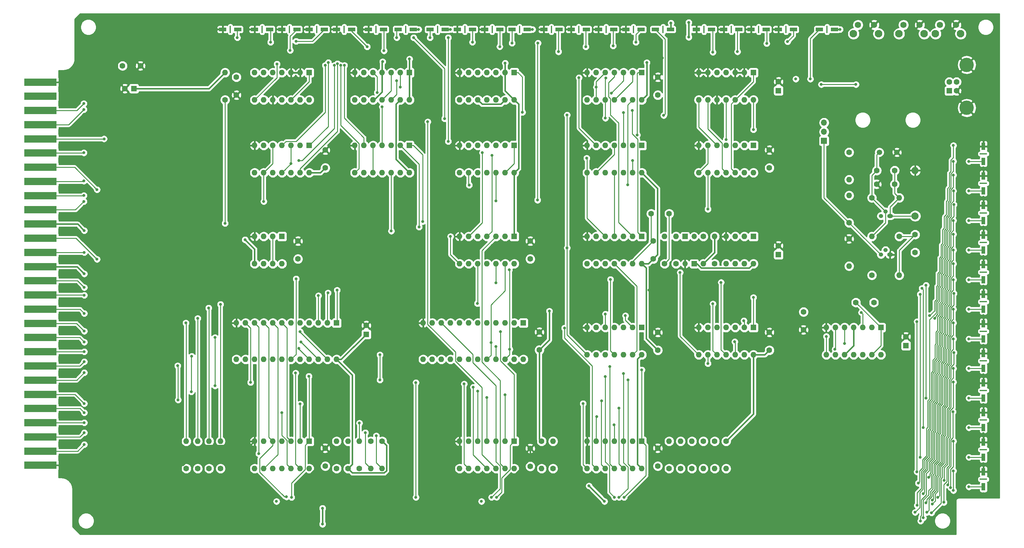
<source format=gtl>
G04 #@! TF.GenerationSoftware,KiCad,Pcbnew,(5.1.12)-1*
G04 #@! TF.CreationDate,2023-03-25T16:08:13+00:00*
G04 #@! TF.ProjectId,Decoder,4465636f-6465-4722-9e6b-696361645f70,1*
G04 #@! TF.SameCoordinates,Original*
G04 #@! TF.FileFunction,Copper,L1,Top*
G04 #@! TF.FilePolarity,Positive*
%FSLAX46Y46*%
G04 Gerber Fmt 4.6, Leading zero omitted, Abs format (unit mm)*
G04 Created by KiCad (PCBNEW (5.1.12)-1) date 2023-03-25 16:08:13*
%MOMM*%
%LPD*%
G01*
G04 APERTURE LIST*
G04 #@! TA.AperFunction,SMDPad,CuDef*
%ADD10R,0.350000X2.000000*%
G04 #@! TD*
G04 #@! TA.AperFunction,SMDPad,CuDef*
%ADD11R,2.000000X1.000000*%
G04 #@! TD*
G04 #@! TA.AperFunction,ComponentPad*
%ADD12O,1.700000X1.700000*%
G04 #@! TD*
G04 #@! TA.AperFunction,ComponentPad*
%ADD13R,1.700000X1.700000*%
G04 #@! TD*
G04 #@! TA.AperFunction,ComponentPad*
%ADD14C,2.100000*%
G04 #@! TD*
G04 #@! TA.AperFunction,ComponentPad*
%ADD15C,1.750000*%
G04 #@! TD*
G04 #@! TA.AperFunction,ComponentPad*
%ADD16C,4.000000*%
G04 #@! TD*
G04 #@! TA.AperFunction,ComponentPad*
%ADD17C,1.600000*%
G04 #@! TD*
G04 #@! TA.AperFunction,ComponentPad*
%ADD18R,1.600000X1.600000*%
G04 #@! TD*
G04 #@! TA.AperFunction,SMDPad,CuDef*
%ADD19R,2.000000X0.350000*%
G04 #@! TD*
G04 #@! TA.AperFunction,SMDPad,CuDef*
%ADD20R,1.000000X2.000000*%
G04 #@! TD*
G04 #@! TA.AperFunction,ConnectorPad*
%ADD21R,9.000000X2.000000*%
G04 #@! TD*
G04 #@! TA.AperFunction,ComponentPad*
%ADD22O,1.500000X1.500000*%
G04 #@! TD*
G04 #@! TA.AperFunction,ComponentPad*
%ADD23R,1.500000X1.500000*%
G04 #@! TD*
G04 #@! TA.AperFunction,ComponentPad*
%ADD24C,1.500000*%
G04 #@! TD*
G04 #@! TA.AperFunction,ComponentPad*
%ADD25O,1.200000X1.200000*%
G04 #@! TD*
G04 #@! TA.AperFunction,ComponentPad*
%ADD26O,1.600000X1.200000*%
G04 #@! TD*
G04 #@! TA.AperFunction,ComponentPad*
%ADD27O,2.000000X2.000000*%
G04 #@! TD*
G04 #@! TA.AperFunction,ComponentPad*
%ADD28C,2.000000*%
G04 #@! TD*
G04 #@! TA.AperFunction,ComponentPad*
%ADD29O,1.600000X1.600000*%
G04 #@! TD*
G04 #@! TA.AperFunction,ViaPad*
%ADD30C,0.800000*%
G04 #@! TD*
G04 #@! TA.AperFunction,Conductor*
%ADD31C,0.250000*%
G04 #@! TD*
G04 #@! TA.AperFunction,Conductor*
%ADD32C,0.400000*%
G04 #@! TD*
G04 #@! TA.AperFunction,Conductor*
%ADD33C,0.254000*%
G04 #@! TD*
G04 #@! TA.AperFunction,Conductor*
%ADD34C,0.100000*%
G04 #@! TD*
G04 APERTURE END LIST*
D10*
G04 #@! TO.P,D917,3*
G04 #@! TO.N,N/C*
X111320000Y-19050000D03*
D11*
G04 #@! TO.P,D917,1*
G04 #@! TO.N,GND*
X109220000Y-19050000D03*
G04 #@! TO.P,D917,2*
G04 #@! TO.N,Net-(D917-Pad2)*
X113420000Y-19050000D03*
G04 #@! TD*
D12*
G04 #@! TO.P,JP901,3*
G04 #@! TO.N,RP_CLK*
X236220000Y-45085000D03*
G04 #@! TO.P,JP901,2*
G04 #@! TO.N,SYS_CLK*
X236220000Y-47625000D03*
D13*
G04 #@! TO.P,JP901,1*
G04 #@! TO.N,9.84MHz*
X236220000Y-50165000D03*
G04 #@! TD*
D10*
G04 #@! TO.P,D921,3*
G04 #@! TO.N,N/C*
X70680000Y-19050000D03*
D11*
G04 #@! TO.P,D921,1*
G04 #@! TO.N,GND*
X68580000Y-19050000D03*
G04 #@! TO.P,D921,2*
G04 #@! TO.N,Net-(D921-Pad2)*
X72780000Y-19050000D03*
G04 #@! TD*
D10*
G04 #@! TO.P,D920,3*
G04 #@! TO.N,N/C*
X94810000Y-19050000D03*
D11*
G04 #@! TO.P,D920,1*
G04 #@! TO.N,GND*
X92710000Y-19050000D03*
G04 #@! TO.P,D920,2*
G04 #@! TO.N,Net-(D920-Pad2)*
X96910000Y-19050000D03*
G04 #@! TD*
D10*
G04 #@! TO.P,D919,3*
G04 #@! TO.N,N/C*
X79570000Y-19050000D03*
D11*
G04 #@! TO.P,D919,1*
G04 #@! TO.N,GND*
X77470000Y-19050000D03*
G04 #@! TO.P,D919,2*
G04 #@! TO.N,Net-(D919-Pad2)*
X81670000Y-19050000D03*
G04 #@! TD*
D10*
G04 #@! TO.P,D918,3*
G04 #@! TO.N,N/C*
X87190000Y-19050000D03*
D11*
G04 #@! TO.P,D918,1*
G04 #@! TO.N,GND*
X85090000Y-19050000D03*
G04 #@! TO.P,D918,2*
G04 #@! TO.N,Net-(D918-Pad2)*
X89290000Y-19050000D03*
G04 #@! TD*
D10*
G04 #@! TO.P,D916,3*
G04 #@! TO.N,N/C*
X102430000Y-19050000D03*
D11*
G04 #@! TO.P,D916,1*
G04 #@! TO.N,GND*
X100330000Y-19050000D03*
G04 #@! TO.P,D916,2*
G04 #@! TO.N,Net-(D916-Pad2)*
X104530000Y-19050000D03*
G04 #@! TD*
D10*
G04 #@! TO.P,D915,3*
G04 #@! TO.N,N/C*
X143705000Y-19050000D03*
D11*
G04 #@! TO.P,D915,1*
G04 #@! TO.N,GND*
X141605000Y-19050000D03*
G04 #@! TO.P,D915,2*
G04 #@! TO.N,Net-(D915-Pad2)*
X145805000Y-19050000D03*
G04 #@! TD*
D10*
G04 #@! TO.P,D914,3*
G04 #@! TO.N,N/C*
X136085000Y-19050000D03*
D11*
G04 #@! TO.P,D914,1*
G04 #@! TO.N,GND*
X133985000Y-19050000D03*
G04 #@! TO.P,D914,2*
G04 #@! TO.N,Net-(D914-Pad2)*
X138185000Y-19050000D03*
G04 #@! TD*
D10*
G04 #@! TO.P,D913,3*
G04 #@! TO.N,N/C*
X119575000Y-19050000D03*
D11*
G04 #@! TO.P,D913,1*
G04 #@! TO.N,Net-(D913-Pad1)*
X117475000Y-19050000D03*
G04 #@! TO.P,D913,2*
G04 #@! TO.N,+5V*
X121675000Y-19050000D03*
G04 #@! TD*
D10*
G04 #@! TO.P,D912,3*
G04 #@! TO.N,N/C*
X151325000Y-19050000D03*
D11*
G04 #@! TO.P,D912,1*
G04 #@! TO.N,Net-(D912-Pad1)*
X149225000Y-19050000D03*
G04 #@! TO.P,D912,2*
G04 #@! TO.N,+5V*
X153425000Y-19050000D03*
G04 #@! TD*
D10*
G04 #@! TO.P,D911,3*
G04 #@! TO.N,N/C*
X175455000Y-19050000D03*
D11*
G04 #@! TO.P,D911,1*
G04 #@! TO.N,GND*
X173355000Y-19050000D03*
G04 #@! TO.P,D911,2*
G04 #@! TO.N,Net-(D911-Pad2)*
X177555000Y-19050000D03*
G04 #@! TD*
D10*
G04 #@! TO.P,D910,3*
G04 #@! TO.N,N/C*
X128465000Y-19050000D03*
D11*
G04 #@! TO.P,D910,1*
G04 #@! TO.N,Net-(D910-Pad1)*
X126365000Y-19050000D03*
G04 #@! TO.P,D910,2*
G04 #@! TO.N,+5V*
X130565000Y-19050000D03*
G04 #@! TD*
D10*
G04 #@! TO.P,D909,3*
G04 #@! TO.N,N/C*
X191330000Y-19050000D03*
D11*
G04 #@! TO.P,D909,1*
G04 #@! TO.N,Net-(D909-Pad1)*
X189230000Y-19050000D03*
G04 #@! TO.P,D909,2*
G04 #@! TO.N,+5V*
X193430000Y-19050000D03*
G04 #@! TD*
D10*
G04 #@! TO.P,D908,3*
G04 #@! TO.N,N/C*
X183075000Y-19050000D03*
D11*
G04 #@! TO.P,D908,1*
G04 #@! TO.N,GND*
X180975000Y-19050000D03*
G04 #@! TO.P,D908,2*
G04 #@! TO.N,Net-(D908-Pad2)*
X185175000Y-19050000D03*
G04 #@! TD*
D10*
G04 #@! TO.P,D907,3*
G04 #@! TO.N,N/C*
X167835000Y-19050000D03*
D11*
G04 #@! TO.P,D907,1*
G04 #@! TO.N,GND*
X165735000Y-19050000D03*
G04 #@! TO.P,D907,2*
G04 #@! TO.N,Net-(D907-Pad2)*
X169935000Y-19050000D03*
G04 #@! TD*
D10*
G04 #@! TO.P,D906,3*
G04 #@! TO.N,N/C*
X160215000Y-19050000D03*
D11*
G04 #@! TO.P,D906,1*
G04 #@! TO.N,GND*
X158115000Y-19050000D03*
G04 #@! TO.P,D906,2*
G04 #@! TO.N,Net-(D906-Pad2)*
X162315000Y-19050000D03*
G04 #@! TD*
D10*
G04 #@! TO.P,D905,3*
G04 #@! TO.N,N/C*
X210380000Y-19050000D03*
D11*
G04 #@! TO.P,D905,1*
G04 #@! TO.N,GND*
X208280000Y-19050000D03*
G04 #@! TO.P,D905,2*
G04 #@! TO.N,Net-(D905-Pad2)*
X212480000Y-19050000D03*
G04 #@! TD*
D10*
G04 #@! TO.P,D904,3*
G04 #@! TO.N,N/C*
X218000000Y-19050000D03*
D11*
G04 #@! TO.P,D904,1*
G04 #@! TO.N,GND*
X215900000Y-19050000D03*
G04 #@! TO.P,D904,2*
G04 #@! TO.N,Net-(D904-Pad2)*
X220100000Y-19050000D03*
G04 #@! TD*
D10*
G04 #@! TO.P,D903,3*
G04 #@! TO.N,N/C*
X202760000Y-19050000D03*
D11*
G04 #@! TO.P,D903,1*
G04 #@! TO.N,GND*
X200660000Y-19050000D03*
G04 #@! TO.P,D903,2*
G04 #@! TO.N,Net-(D903-Pad2)*
X204860000Y-19050000D03*
G04 #@! TD*
D10*
G04 #@! TO.P,D902,3*
G04 #@! TO.N,N/C*
X225620000Y-19050000D03*
D11*
G04 #@! TO.P,D902,1*
G04 #@! TO.N,GND*
X223520000Y-19050000D03*
G04 #@! TO.P,D902,2*
G04 #@! TO.N,Net-(D902-Pad2)*
X227720000Y-19050000D03*
G04 #@! TD*
D10*
G04 #@! TO.P,D901,3*
G04 #@! TO.N,N/C*
X237050000Y-19050000D03*
D11*
G04 #@! TO.P,D901,1*
G04 #@! TO.N,Net-(D901-Pad1)*
X234950000Y-19050000D03*
G04 #@! TO.P,D901,2*
G04 #@! TO.N,+5V*
X239150000Y-19050000D03*
G04 #@! TD*
D14*
G04 #@! TO.P,SW984,*
G04 #@! TO.N,*
X274300000Y-20270000D03*
D15*
G04 #@! TO.P,SW984,1*
G04 #@! TO.N,GND*
X273050000Y-17780000D03*
G04 #@! TO.P,SW984,2*
G04 #@! TO.N,Net-(SW984-Pad2)*
X268550000Y-17780000D03*
D14*
G04 #@! TO.P,SW984,*
G04 #@! TO.N,*
X267290000Y-20270000D03*
G04 #@! TD*
G04 #@! TO.P,SW983,*
G04 #@! TO.N,*
X264140000Y-20270000D03*
D15*
G04 #@! TO.P,SW983,1*
G04 #@! TO.N,GND*
X262890000Y-17780000D03*
G04 #@! TO.P,SW983,2*
G04 #@! TO.N,Net-(SW983-Pad2)*
X258390000Y-17780000D03*
D14*
G04 #@! TO.P,SW983,*
G04 #@! TO.N,*
X257130000Y-20270000D03*
G04 #@! TD*
G04 #@! TO.P,SW982,*
G04 #@! TO.N,*
X251440000Y-20270000D03*
D15*
G04 #@! TO.P,SW982,1*
G04 #@! TO.N,GND*
X250190000Y-17780000D03*
G04 #@! TO.P,SW982,2*
G04 #@! TO.N,Net-(SW982-Pad2)*
X245690000Y-17780000D03*
D14*
G04 #@! TO.P,SW982,*
G04 #@! TO.N,*
X244430000Y-20270000D03*
G04 #@! TD*
D16*
G04 #@! TO.P,J981,5*
G04 #@! TO.N,GND*
X276005000Y-40945000D03*
X276005000Y-28945000D03*
D17*
G04 #@! TO.P,J981,4*
X273145000Y-36195000D03*
G04 #@! TO.P,J981,3*
G04 #@! TO.N,Net-(J981-Pad3)*
X273145000Y-33695000D03*
G04 #@! TO.P,J981,2*
G04 #@! TO.N,Net-(J981-Pad2)*
X271145000Y-33695000D03*
D18*
G04 #@! TO.P,J981,1*
G04 #@! TO.N,Net-(J981-Pad1)*
X271145000Y-36195000D03*
G04 #@! TD*
D19*
G04 #@! TO.P,D964,3*
G04 #@! TO.N,N/C*
X280670000Y-111565000D03*
D20*
G04 #@! TO.P,D964,1*
G04 #@! TO.N,GND*
X280670000Y-109465000D03*
G04 #@! TO.P,D964,2*
G04 #@! TO.N,Net-(D964-Pad2)*
X280670000Y-113665000D03*
G04 #@! TD*
D19*
G04 #@! TO.P,D963,3*
G04 #@! TO.N,N/C*
X280670000Y-103310000D03*
D20*
G04 #@! TO.P,D963,1*
G04 #@! TO.N,GND*
X280670000Y-101210000D03*
G04 #@! TO.P,D963,2*
G04 #@! TO.N,Net-(D963-Pad2)*
X280670000Y-105410000D03*
G04 #@! TD*
D19*
G04 #@! TO.P,D962,3*
G04 #@! TO.N,N/C*
X280670000Y-95055000D03*
D20*
G04 #@! TO.P,D962,1*
G04 #@! TO.N,GND*
X280670000Y-92955000D03*
G04 #@! TO.P,D962,2*
G04 #@! TO.N,Net-(D962-Pad2)*
X280670000Y-97155000D03*
G04 #@! TD*
D19*
G04 #@! TO.P,D961,3*
G04 #@! TO.N,N/C*
X280670000Y-86800000D03*
D20*
G04 #@! TO.P,D961,1*
G04 #@! TO.N,GND*
X280670000Y-84700000D03*
G04 #@! TO.P,D961,2*
G04 #@! TO.N,Net-(D961-Pad2)*
X280670000Y-88900000D03*
G04 #@! TD*
D19*
G04 #@! TO.P,D960,3*
G04 #@! TO.N,N/C*
X280670000Y-78545000D03*
D20*
G04 #@! TO.P,D960,1*
G04 #@! TO.N,GND*
X280670000Y-76445000D03*
G04 #@! TO.P,D960,2*
G04 #@! TO.N,Net-(D960-Pad2)*
X280670000Y-80645000D03*
G04 #@! TD*
D19*
G04 #@! TO.P,D959,3*
G04 #@! TO.N,N/C*
X280670000Y-70290000D03*
D20*
G04 #@! TO.P,D959,1*
G04 #@! TO.N,GND*
X280670000Y-68190000D03*
G04 #@! TO.P,D959,2*
G04 #@! TO.N,Net-(D959-Pad2)*
X280670000Y-72390000D03*
G04 #@! TD*
D19*
G04 #@! TO.P,D958,3*
G04 #@! TO.N,N/C*
X280670000Y-62035000D03*
D20*
G04 #@! TO.P,D958,1*
G04 #@! TO.N,GND*
X280670000Y-59935000D03*
G04 #@! TO.P,D958,2*
G04 #@! TO.N,Net-(D958-Pad2)*
X280670000Y-64135000D03*
G04 #@! TD*
D19*
G04 #@! TO.P,D957,3*
G04 #@! TO.N,N/C*
X280670000Y-53780000D03*
D20*
G04 #@! TO.P,D957,1*
G04 #@! TO.N,GND*
X280670000Y-51680000D03*
G04 #@! TO.P,D957,2*
G04 #@! TO.N,Net-(D957-Pad2)*
X280670000Y-55880000D03*
G04 #@! TD*
D19*
G04 #@! TO.P,D944,3*
G04 #@! TO.N,N/C*
X280670000Y-144585000D03*
D20*
G04 #@! TO.P,D944,1*
G04 #@! TO.N,GND*
X280670000Y-142485000D03*
G04 #@! TO.P,D944,2*
G04 #@! TO.N,Net-(D944-Pad2)*
X280670000Y-146685000D03*
G04 #@! TD*
D19*
G04 #@! TO.P,D943,3*
G04 #@! TO.N,N/C*
X280670000Y-136330000D03*
D20*
G04 #@! TO.P,D943,1*
G04 #@! TO.N,GND*
X280670000Y-134230000D03*
G04 #@! TO.P,D943,2*
G04 #@! TO.N,Net-(D943-Pad2)*
X280670000Y-138430000D03*
G04 #@! TD*
D19*
G04 #@! TO.P,D942,3*
G04 #@! TO.N,N/C*
X280670000Y-128075000D03*
D20*
G04 #@! TO.P,D942,1*
G04 #@! TO.N,GND*
X280670000Y-125975000D03*
G04 #@! TO.P,D942,2*
G04 #@! TO.N,Net-(D942-Pad2)*
X280670000Y-130175000D03*
G04 #@! TD*
D19*
G04 #@! TO.P,D941,3*
G04 #@! TO.N,N/C*
X280670000Y-119820000D03*
D20*
G04 #@! TO.P,D941,1*
G04 #@! TO.N,GND*
X280670000Y-117720000D03*
G04 #@! TO.P,D941,2*
G04 #@! TO.N,Net-(D941-Pad2)*
X280670000Y-121920000D03*
G04 #@! TD*
D21*
G04 #@! TO.P,J4A1,1*
G04 #@! TO.N,GND*
X17780000Y-33760000D03*
G04 #@! TO.P,J4A1,3*
G04 #@! TO.N,STROBE_3*
X17780000Y-41680000D03*
G04 #@! TO.P,J4A1,4*
G04 #@! TO.N,PHASE_CLK*
X17780000Y-45640000D03*
G04 #@! TO.P,J4A1,5*
G04 #@! TO.N,~DIV64_CLK*
X17780000Y-49600000D03*
G04 #@! TO.P,J4A1,6*
G04 #@! TO.N,PHI1_REG*
X17780000Y-53560000D03*
G04 #@! TO.P,J4A1,7*
G04 #@! TO.N,PHI1_MEM*
X17780000Y-57520000D03*
G04 #@! TO.P,J4A1,8*
G04 #@! TO.N,STROBE_4*
X17780000Y-61480000D03*
G04 #@! TO.P,J4A1,9*
G04 #@! TO.N,STROBE_1*
X17780000Y-65440000D03*
G04 #@! TO.P,J4A1,10*
G04 #@! TO.N,~T1*
X17780000Y-69400000D03*
G04 #@! TO.P,J4A1,11*
G04 #@! TO.N,220_R2*
X17780000Y-73360000D03*
G04 #@! TO.P,J4A1,12*
G04 #@! TO.N,DECK_1*
X17780000Y-77320000D03*
G04 #@! TO.P,J4A1,13*
G04 #@! TO.N,1.5KC*
X17780000Y-81280000D03*
G04 #@! TO.P,J4A1,14*
G04 #@! TO.N,SPEAKER*
X17780000Y-85240000D03*
G04 #@! TO.P,J4A1,15*
G04 #@! TO.N,7.5CPS*
X17780000Y-89200000D03*
G04 #@! TO.P,J4A1,16*
G04 #@! TO.N,~READ_BLK_STB*
X17780000Y-93160000D03*
G04 #@! TO.P,J4A1,17*
G04 #@! TO.N,~WRITE_EOF_STB*
X17780000Y-97120000D03*
G04 #@! TO.P,J4A1,18*
G04 #@! TO.N,~I1*
X17780000Y-101080000D03*
G04 #@! TO.P,J4A1,19*
G04 #@! TO.N,~I2*
X17780000Y-105040000D03*
G04 #@! TO.P,J4A1,20*
G04 #@! TO.N,~I3*
X17780000Y-109000000D03*
G04 #@! TO.P,J4A1,21*
G04 #@! TO.N,~I4*
X17780000Y-112960000D03*
G04 #@! TO.P,J4A1,22*
G04 #@! TO.N,~ENABLE_2*
X17780000Y-116920000D03*
G04 #@! TO.P,J4A1,23*
G04 #@! TO.N,~BACK_SPACE_STB*
X17780000Y-120880000D03*
G04 #@! TO.P,J4A1,24*
G04 #@! TO.N,~SLEW_FWB_STB*
X17780000Y-124840000D03*
G04 #@! TO.P,J4A1,25*
G04 #@! TO.N,~SLEW_REV_STB*
X17780000Y-128800000D03*
G04 #@! TO.P,J4A1,26*
G04 #@! TO.N,~RWD_STB*
X17780000Y-132760000D03*
G04 #@! TO.P,J4A1,27*
G04 #@! TO.N,~T_STOP_STB*
X17780000Y-136720000D03*
G04 #@! TO.P,J4A1,28*
G04 #@! TO.N,GND*
X17780000Y-140680000D03*
G04 #@! TO.P,J4A1,2*
G04 #@! TO.N,-12V*
X17780000Y-37720000D03*
G04 #@! TD*
D22*
G04 #@! TO.P,CR2,2*
G04 #@! TO.N,Net-(C10-Pad2)*
X200000000Y-76835000D03*
D23*
G04 #@! TO.P,CR2,1*
G04 #@! TO.N,+5V*
X200000000Y-84455000D03*
G04 #@! TD*
D22*
G04 #@! TO.P,CR1,2*
G04 #@! TO.N,GND*
X197485000Y-84455000D03*
D23*
G04 #@! TO.P,CR1,1*
G04 #@! TO.N,Net-(C10-Pad2)*
X197485000Y-76835000D03*
G04 #@! TD*
D24*
G04 #@! TO.P,Y1,2*
G04 #@! TO.N,Net-(C1-Pad1)*
X251640000Y-53340000D03*
G04 #@! TO.P,Y1,1*
G04 #@! TO.N,GND*
X256540000Y-53340000D03*
G04 #@! TD*
D25*
G04 #@! TO.P,Q2,3*
G04 #@! TO.N,9.84MHz*
X252095000Y-81915000D03*
G04 #@! TO.P,Q2,2*
G04 #@! TO.N,Net-(C3-Pad1)*
X253365000Y-80645000D03*
D26*
G04 #@! TO.P,Q2,1*
G04 #@! TO.N,GND*
X254635000Y-81915000D03*
G04 #@! TD*
D25*
G04 #@! TO.P,Q1,3*
G04 #@! TO.N,Net-(C3-Pad2)*
X252095000Y-71120000D03*
G04 #@! TO.P,Q1,2*
G04 #@! TO.N,Net-(C1-Pad1)*
X253365000Y-69850000D03*
D26*
G04 #@! TO.P,Q1,1*
G04 #@! TO.N,Net-(C1-Pad2)*
X254635000Y-71120000D03*
G04 #@! TD*
D27*
G04 #@! TO.P,L1,2*
G04 #@! TO.N,GND*
X261620000Y-58420000D03*
D28*
G04 #@! TO.P,L1,1*
G04 #@! TO.N,Net-(C1-Pad2)*
X261620000Y-71120000D03*
G04 #@! TD*
D17*
G04 #@! TO.P,C9,2*
G04 #@! TO.N,GND*
X223520000Y-79415000D03*
D18*
G04 #@! TO.P,C9,1*
G04 #@! TO.N,+5V*
X223520000Y-81915000D03*
G04 #@! TD*
D29*
G04 #@! TO.P,Z20,8*
G04 #@! TO.N,+5V*
X85090000Y-84455000D03*
G04 #@! TO.P,Z20,4*
G04 #@! TO.N,GND*
X77470000Y-76835000D03*
G04 #@! TO.P,Z20,7*
G04 #@! TO.N,REWIND*
X82550000Y-84455000D03*
G04 #@! TO.P,Z20,3*
G04 #@! TO.N,220_R2*
X80010000Y-76835000D03*
G04 #@! TO.P,Z20,6*
G04 #@! TO.N,DECK_1*
X80010000Y-84455000D03*
G04 #@! TO.P,Z20,2*
G04 #@! TO.N,REWIND*
X82550000Y-76835000D03*
G04 #@! TO.P,Z20,5*
G04 #@! TO.N,220_R1*
X77470000Y-84455000D03*
D18*
G04 #@! TO.P,Z20,1*
G04 #@! TO.N,Net-(Z13-Pad8)*
X85090000Y-76835000D03*
G04 #@! TD*
D29*
G04 #@! TO.P,Z4,8*
G04 #@! TO.N,+5V*
X216535000Y-84455000D03*
G04 #@! TO.P,Z4,4*
G04 #@! TO.N,GND*
X208915000Y-76835000D03*
G04 #@! TO.P,Z4,7*
G04 #@! TO.N,Net-(Z4-Pad6)*
X213995000Y-84455000D03*
G04 #@! TO.P,Z4,3*
G04 #@! TO.N,/Speaker_Tape/SP2*
X211455000Y-76835000D03*
G04 #@! TO.P,Z4,6*
G04 #@! TO.N,Net-(Z4-Pad6)*
X211455000Y-84455000D03*
G04 #@! TO.P,Z4,2*
G04 #@! TO.N,BEEP*
X213995000Y-76835000D03*
G04 #@! TO.P,Z4,5*
G04 #@! TO.N,/Speaker_Tape/SP1*
X208915000Y-84455000D03*
D18*
G04 #@! TO.P,Z4,1*
G04 #@! TO.N,BEEP*
X216535000Y-76835000D03*
G04 #@! TD*
D17*
G04 #@! TO.P,C26,2*
G04 #@! TO.N,+5V*
X97155000Y-140890000D03*
G04 #@! TO.P,C26,1*
G04 #@! TO.N,GND*
X97155000Y-135890000D03*
G04 #@! TD*
G04 #@! TO.P,C25,2*
G04 #@! TO.N,GND*
X154305000Y-135970000D03*
G04 #@! TO.P,C25,1*
G04 #@! TO.N,+5V*
X154305000Y-140970000D03*
G04 #@! TD*
G04 #@! TO.P,C24,2*
G04 #@! TO.N,GND*
X189865000Y-135890000D03*
G04 #@! TO.P,C24,1*
G04 #@! TO.N,+5V*
X189865000Y-140890000D03*
G04 #@! TD*
G04 #@! TO.P,C23,2*
G04 #@! TO.N,Net-(C10-Pad2)*
X188595000Y-78105000D03*
G04 #@! TO.P,C23,1*
G04 #@! TO.N,+5V*
X188595000Y-83105000D03*
G04 #@! TD*
G04 #@! TO.P,C22,2*
G04 #@! TO.N,+5V*
X250110000Y-95250000D03*
G04 #@! TO.P,C22,1*
G04 #@! TO.N,~POR*
X245110000Y-95250000D03*
G04 #@! TD*
G04 #@! TO.P,C21,2*
G04 #@! TO.N,7.5CPS*
X230505000Y-97870000D03*
G04 #@! TO.P,C21,1*
G04 #@! TO.N,GND*
X230505000Y-102870000D03*
G04 #@! TD*
G04 #@! TO.P,C20,2*
G04 #@! TO.N,GND*
X41315000Y-35560000D03*
D18*
G04 #@! TO.P,C20,1*
G04 #@! TO.N,+5V*
X43815000Y-35560000D03*
G04 #@! TD*
D17*
G04 #@! TO.P,C19,2*
G04 #@! TO.N,GND*
X45640000Y-29210000D03*
G04 #@! TO.P,C19,1*
G04 #@! TO.N,+5V*
X40640000Y-29210000D03*
G04 #@! TD*
G04 #@! TO.P,C17,2*
G04 #@! TO.N,GND*
X72390000Y-37385000D03*
G04 #@! TO.P,C17,1*
G04 #@! TO.N,+5V*
X72390000Y-32385000D03*
G04 #@! TD*
G04 #@! TO.P,C16,2*
G04 #@! TO.N,GND*
X189865000Y-32385000D03*
G04 #@! TO.P,C16,1*
G04 #@! TO.N,+5V*
X189865000Y-37385000D03*
G04 #@! TD*
G04 #@! TO.P,C15,2*
G04 #@! TO.N,GND*
X223520000Y-33655000D03*
D18*
G04 #@! TO.P,C15,1*
G04 #@! TO.N,+5V*
X223520000Y-36155000D03*
G04 #@! TD*
D17*
G04 #@! TO.P,C14,2*
G04 #@! TO.N,+5V*
X97155000Y-57705000D03*
G04 #@! TO.P,C14,1*
G04 #@! TO.N,GND*
X97155000Y-52705000D03*
G04 #@! TD*
G04 #@! TO.P,C13,2*
G04 #@! TO.N,GND*
X220980000Y-52705000D03*
G04 #@! TO.P,C13,1*
G04 #@! TO.N,+5V*
X220980000Y-57705000D03*
G04 #@! TD*
G04 #@! TO.P,C12,2*
G04 #@! TO.N,+5V*
X89535000Y-83105000D03*
G04 #@! TO.P,C12,1*
G04 #@! TO.N,GND*
X89535000Y-78105000D03*
G04 #@! TD*
G04 #@! TO.P,C11,2*
G04 #@! TO.N,+5V*
X154305000Y-83105000D03*
G04 #@! TO.P,C11,1*
G04 #@! TO.N,GND*
X154305000Y-78105000D03*
G04 #@! TD*
G04 #@! TO.P,C10,2*
G04 #@! TO.N,Net-(C10-Pad2)*
X188040000Y-70485000D03*
G04 #@! TO.P,C10,1*
G04 #@! TO.N,Net-(C10-Pad1)*
X193040000Y-70485000D03*
G04 #@! TD*
G04 #@! TO.P,C8,2*
G04 #@! TO.N,GND*
X108585000Y-101640000D03*
D18*
G04 #@! TO.P,C8,1*
G04 #@! TO.N,+5V*
X108585000Y-104140000D03*
G04 #@! TD*
D17*
G04 #@! TO.P,C7,2*
G04 #@! TO.N,+5V*
X156845000Y-108505000D03*
G04 #@! TO.P,C7,1*
G04 #@! TO.N,GND*
X156845000Y-103505000D03*
G04 #@! TD*
G04 #@! TO.P,C6,2*
G04 #@! TO.N,+5V*
X189865000Y-108585000D03*
G04 #@! TO.P,C6,1*
G04 #@! TO.N,GND*
X189865000Y-103585000D03*
G04 #@! TD*
G04 #@! TO.P,C5,2*
G04 #@! TO.N,+5V*
X220980000Y-108585000D03*
G04 #@! TO.P,C5,1*
G04 #@! TO.N,GND*
X220980000Y-103585000D03*
G04 #@! TD*
G04 #@! TO.P,C4,2*
G04 #@! TO.N,GND*
X259080000Y-104815000D03*
D18*
G04 #@! TO.P,C4,1*
G04 #@! TO.N,+5V*
X259080000Y-107315000D03*
G04 #@! TD*
D17*
G04 #@! TO.P,C3,2*
G04 #@! TO.N,Net-(C3-Pad2)*
X261620000Y-76280000D03*
G04 #@! TO.P,C3,1*
G04 #@! TO.N,Net-(C3-Pad1)*
X261620000Y-81280000D03*
G04 #@! TD*
G04 #@! TO.P,C2,2*
G04 #@! TO.N,GND*
X250905000Y-62230000D03*
G04 #@! TO.P,C2,1*
G04 #@! TO.N,Net-(C1-Pad2)*
X255905000Y-62230000D03*
G04 #@! TD*
G04 #@! TO.P,C1,2*
G04 #@! TO.N,Net-(C1-Pad2)*
X255905000Y-58420000D03*
G04 #@! TO.P,C1,1*
G04 #@! TO.N,Net-(C1-Pad1)*
X250905000Y-58420000D03*
G04 #@! TD*
D29*
G04 #@! TO.P,R3,2*
G04 #@! TO.N,Net-(C3-Pad2)*
X257175000Y-87630000D03*
D17*
G04 #@! TO.P,R3,1*
G04 #@! TO.N,Net-(C3-Pad1)*
X249555000Y-87630000D03*
G04 #@! TD*
D29*
G04 #@! TO.P,R28,2*
G04 #@! TO.N,+5V*
X69215000Y-31115000D03*
D17*
G04 #@! TO.P,R28,1*
G04 #@! TO.N,INT_FACE_CLK*
X69215000Y-38735000D03*
G04 #@! TD*
D29*
G04 #@! TO.P,R27,2*
G04 #@! TO.N,~DECK_2_STB*
X58420000Y-133985000D03*
D17*
G04 #@! TO.P,R27,1*
G04 #@! TO.N,+5V*
X58420000Y-141605000D03*
G04 #@! TD*
D29*
G04 #@! TO.P,R26,2*
G04 #@! TO.N,~WRITE_BLK_STB*
X61595000Y-133985000D03*
D17*
G04 #@! TO.P,R26,1*
G04 #@! TO.N,+5V*
X61595000Y-141605000D03*
G04 #@! TD*
D29*
G04 #@! TO.P,R25,2*
G04 #@! TO.N,~DECK_1_STB*
X64770000Y-133985000D03*
D17*
G04 #@! TO.P,R25,1*
G04 #@! TO.N,+5V*
X64770000Y-141605000D03*
G04 #@! TD*
D29*
G04 #@! TO.P,R24,2*
G04 #@! TO.N,~READ_BLK_STB*
X67945000Y-133985000D03*
D17*
G04 #@! TO.P,R24,1*
G04 #@! TO.N,+5V*
X67945000Y-141605000D03*
G04 #@! TD*
D29*
G04 #@! TO.P,R23,2*
G04 #@! TO.N,~BACK_SPACE_STB*
X100330000Y-133985000D03*
D17*
G04 #@! TO.P,R23,1*
G04 #@! TO.N,+5V*
X100330000Y-141605000D03*
G04 #@! TD*
D29*
G04 #@! TO.P,R22,2*
G04 #@! TO.N,~SLEW_FWB_STB*
X103505000Y-133985000D03*
D17*
G04 #@! TO.P,R22,1*
G04 #@! TO.N,+5V*
X103505000Y-141605000D03*
G04 #@! TD*
D29*
G04 #@! TO.P,R21,2*
G04 #@! TO.N,~SLEW_REV_STB*
X106680000Y-133985000D03*
D17*
G04 #@! TO.P,R21,1*
G04 #@! TO.N,+5V*
X106680000Y-141605000D03*
G04 #@! TD*
D29*
G04 #@! TO.P,R20,2*
G04 #@! TO.N,~RWD_STB*
X109855000Y-141605000D03*
D17*
G04 #@! TO.P,R20,1*
G04 #@! TO.N,+5V*
X109855000Y-133985000D03*
G04 #@! TD*
D29*
G04 #@! TO.P,R19,2*
G04 #@! TO.N,~T_STOP_STB*
X113030000Y-141605000D03*
D17*
G04 #@! TO.P,R19,1*
G04 #@! TO.N,+5V*
X113030000Y-133985000D03*
G04 #@! TD*
D29*
G04 #@! TO.P,R18,2*
G04 #@! TO.N,~SENSE_STATUS_STB*
X157480000Y-141605000D03*
D17*
G04 #@! TO.P,R18,1*
G04 #@! TO.N,+5V*
X157480000Y-133985000D03*
G04 #@! TD*
D29*
G04 #@! TO.P,R17,2*
G04 #@! TO.N,~SENSE_DATA_STB*
X160655000Y-133985000D03*
D17*
G04 #@! TO.P,R17,1*
G04 #@! TO.N,+5V*
X160655000Y-141605000D03*
G04 #@! TD*
D29*
G04 #@! TO.P,R16,2*
G04 #@! TO.N,~COM_3*
X193040000Y-133985000D03*
D17*
G04 #@! TO.P,R16,1*
G04 #@! TO.N,+5V*
X193040000Y-141605000D03*
G04 #@! TD*
D29*
G04 #@! TO.P,R15,2*
G04 #@! TO.N,~COM_2*
X196215000Y-133985000D03*
D17*
G04 #@! TO.P,R15,1*
G04 #@! TO.N,+5V*
X196215000Y-141605000D03*
G04 #@! TD*
D29*
G04 #@! TO.P,R14,2*
G04 #@! TO.N,~COM_1*
X199390000Y-133985000D03*
D17*
G04 #@! TO.P,R14,1*
G04 #@! TO.N,+5V*
X199390000Y-141605000D03*
G04 #@! TD*
D29*
G04 #@! TO.P,R13,2*
G04 #@! TO.N,~WRITE_STB*
X202565000Y-141605000D03*
D17*
G04 #@! TO.P,R13,1*
G04 #@! TO.N,+5V*
X202565000Y-133985000D03*
G04 #@! TD*
D29*
G04 #@! TO.P,R12,2*
G04 #@! TO.N,~COM_4*
X205740000Y-141605000D03*
D17*
G04 #@! TO.P,R12,1*
G04 #@! TO.N,+5V*
X205740000Y-133985000D03*
G04 #@! TD*
D29*
G04 #@! TO.P,R11,2*
G04 #@! TO.N,~ADR_STB*
X208915000Y-141605000D03*
D17*
G04 #@! TO.P,R11,1*
G04 #@! TO.N,+5V*
X208915000Y-133985000D03*
G04 #@! TD*
D29*
G04 #@! TO.P,R10,2*
G04 #@! TO.N,Net-(C10-Pad2)*
X191770000Y-76835000D03*
D17*
G04 #@! TO.P,R10,1*
G04 #@! TO.N,Net-(C10-Pad1)*
X191770000Y-84455000D03*
G04 #@! TD*
D29*
G04 #@! TO.P,R9,2*
G04 #@! TO.N,Net-(C10-Pad2)*
X194945000Y-76835000D03*
D17*
G04 #@! TO.P,R9,1*
G04 #@! TO.N,1.5KC*
X194945000Y-84455000D03*
G04 #@! TD*
D29*
G04 #@! TO.P,R8,2*
G04 #@! TO.N,SPEAKER*
X202565000Y-84455000D03*
D17*
G04 #@! TO.P,R8,1*
G04 #@! TO.N,/Speaker_Tape/SP2*
X202565000Y-76835000D03*
G04 #@! TD*
D29*
G04 #@! TO.P,R7,2*
G04 #@! TO.N,SPEAKER*
X205740000Y-76835000D03*
D17*
G04 #@! TO.P,R7,1*
G04 #@! TO.N,/Speaker_Tape/SP1*
X205740000Y-84455000D03*
G04 #@! TD*
D29*
G04 #@! TO.P,R6,2*
G04 #@! TO.N,Net-(C3-Pad1)*
X243205000Y-85090000D03*
D17*
G04 #@! TO.P,R6,1*
G04 #@! TO.N,GND*
X243205000Y-77470000D03*
G04 #@! TD*
D29*
G04 #@! TO.P,R5,2*
G04 #@! TO.N,+5V*
X243205000Y-65405000D03*
D17*
G04 #@! TO.P,R5,1*
G04 #@! TO.N,9.84MHz*
X243205000Y-73025000D03*
G04 #@! TD*
D29*
G04 #@! TO.P,R4,2*
G04 #@! TO.N,Net-(C3-Pad2)*
X243205000Y-60960000D03*
D17*
G04 #@! TO.P,R4,1*
G04 #@! TO.N,+5V*
X243205000Y-53340000D03*
G04 #@! TD*
D29*
G04 #@! TO.P,R2,2*
G04 #@! TO.N,Net-(C1-Pad1)*
X249555000Y-76835000D03*
D17*
G04 #@! TO.P,R2,1*
G04 #@! TO.N,Net-(C3-Pad2)*
X257175000Y-76835000D03*
G04 #@! TD*
D29*
G04 #@! TO.P,R1,2*
G04 #@! TO.N,Net-(C1-Pad2)*
X257175000Y-66040000D03*
D17*
G04 #@! TO.P,R1,1*
G04 #@! TO.N,Net-(C1-Pad1)*
X249555000Y-66040000D03*
G04 #@! TD*
D29*
G04 #@! TO.P,Z22,14*
G04 #@! TO.N,+5V*
X92710000Y-141605000D03*
G04 #@! TO.P,Z22,7*
G04 #@! TO.N,GND*
X77470000Y-133985000D03*
G04 #@! TO.P,Z22,13*
G04 #@! TO.N,~SLEW_FWB*
X90170000Y-141605000D03*
G04 #@! TO.P,Z22,6*
G04 #@! TO.N,~READ_BLK_STB*
X80010000Y-133985000D03*
G04 #@! TO.P,Z22,12*
G04 #@! TO.N,~SLEW_FWB_STB*
X87630000Y-141605000D03*
G04 #@! TO.P,Z22,5*
G04 #@! TO.N,~READ_BLK*
X82550000Y-133985000D03*
G04 #@! TO.P,Z22,11*
G04 #@! TO.N,~WRITE_BLK*
X85090000Y-141605000D03*
G04 #@! TO.P,Z22,4*
G04 #@! TO.N,~DECK_1_STB*
X85090000Y-133985000D03*
G04 #@! TO.P,Z22,10*
G04 #@! TO.N,~WRITE_BLK_STB*
X82550000Y-141605000D03*
G04 #@! TO.P,Z22,3*
G04 #@! TO.N,~DECK_1*
X87630000Y-133985000D03*
G04 #@! TO.P,Z22,9*
G04 #@! TO.N,~DECK_2*
X80010000Y-141605000D03*
G04 #@! TO.P,Z22,2*
G04 #@! TO.N,~BACK_SPACE_STB*
X90170000Y-133985000D03*
G04 #@! TO.P,Z22,8*
G04 #@! TO.N,~DECK_2_STB*
X77470000Y-141605000D03*
D18*
G04 #@! TO.P,Z22,1*
G04 #@! TO.N,~BACK_SPACE*
X92710000Y-133985000D03*
G04 #@! TD*
D29*
G04 #@! TO.P,Z21,24*
G04 #@! TO.N,+5V*
X100330000Y-111125000D03*
G04 #@! TO.P,Z21,12*
G04 #@! TO.N,GND*
X72390000Y-100965000D03*
G04 #@! TO.P,Z21,23*
G04 #@! TO.N,~I1*
X97790000Y-111125000D03*
G04 #@! TO.P,Z21,11*
G04 #@! TO.N,~WRITE_EOF_STB*
X74930000Y-100965000D03*
G04 #@! TO.P,Z21,22*
G04 #@! TO.N,~I2*
X95250000Y-111125000D03*
G04 #@! TO.P,Z21,10*
G04 #@! TO.N,~WRITE_BLK*
X77470000Y-100965000D03*
G04 #@! TO.P,Z21,21*
G04 #@! TO.N,~I3*
X92710000Y-111125000D03*
G04 #@! TO.P,Z21,9*
G04 #@! TO.N,~READ_BLK*
X80010000Y-100965000D03*
G04 #@! TO.P,Z21,20*
G04 #@! TO.N,~I4*
X90170000Y-111125000D03*
G04 #@! TO.P,Z21,8*
G04 #@! TO.N,~DECK_2*
X82550000Y-100965000D03*
G04 #@! TO.P,Z21,19*
G04 #@! TO.N,Net-(Z21-Pad19)*
X87630000Y-111125000D03*
G04 #@! TO.P,Z21,7*
G04 #@! TO.N,~DECK_1*
X85090000Y-100965000D03*
G04 #@! TO.P,Z21,18*
G04 #@! TO.N,~ENABLE_2*
X85090000Y-111125000D03*
G04 #@! TO.P,Z21,6*
G04 #@! TO.N,/IODecoder/~CLICK*
X87630000Y-100965000D03*
G04 #@! TO.P,Z21,17*
G04 #@! TO.N,~T_STOP*
X82550000Y-111125000D03*
G04 #@! TO.P,Z21,5*
G04 #@! TO.N,/IODecoder/~BEEP*
X90170000Y-100965000D03*
G04 #@! TO.P,Z21,16*
G04 #@! TO.N,~RWD*
X80010000Y-111125000D03*
G04 #@! TO.P,Z21,4*
G04 #@! TO.N,~PORT11*
X92710000Y-100965000D03*
G04 #@! TO.P,Z21,15*
G04 #@! TO.N,~SLEW_REV*
X77470000Y-111125000D03*
G04 #@! TO.P,Z21,3*
G04 #@! TO.N,~PORT10*
X95250000Y-100965000D03*
G04 #@! TO.P,Z21,14*
G04 #@! TO.N,~SLEW_FWB*
X74930000Y-111125000D03*
G04 #@! TO.P,Z21,2*
G04 #@! TO.N,~PORT9*
X97790000Y-100965000D03*
G04 #@! TO.P,Z21,13*
G04 #@! TO.N,~BACK_SPACE*
X72390000Y-111125000D03*
D18*
G04 #@! TO.P,Z21,1*
G04 #@! TO.N,~PORT8*
X100330000Y-100965000D03*
G04 #@! TD*
D29*
G04 #@! TO.P,Z19,14*
G04 #@! TO.N,+5V*
X92710000Y-59055000D03*
G04 #@! TO.P,Z19,7*
G04 #@! TO.N,GND*
X77470000Y-51435000D03*
G04 #@! TO.P,Z19,13*
G04 #@! TO.N,STROBE_1*
X90170000Y-59055000D03*
G04 #@! TO.P,Z19,6*
G04 #@! TO.N,~STEP9*
X80010000Y-51435000D03*
G04 #@! TO.P,Z19,12*
G04 #@! TO.N,/Scheduler/~STEP8*
X87630000Y-59055000D03*
G04 #@! TO.P,Z19,5*
G04 #@! TO.N,~T1*
X82550000Y-51435000D03*
G04 #@! TO.P,Z19,11*
G04 #@! TO.N,/Scheduler/~T3*
X85090000Y-59055000D03*
G04 #@! TO.P,Z19,4*
G04 #@! TO.N,STROBE_2*
X85090000Y-51435000D03*
G04 #@! TO.P,Z19,10*
G04 #@! TO.N,EN_COMP*
X82550000Y-59055000D03*
G04 #@! TO.P,Z19,3*
G04 #@! TO.N,/Scheduler/~T3*
X87630000Y-51435000D03*
G04 #@! TO.P,Z19,9*
G04 #@! TO.N,~T1*
X80010000Y-59055000D03*
G04 #@! TO.P,Z19,2*
G04 #@! TO.N,~STEP9*
X90170000Y-51435000D03*
G04 #@! TO.P,Z19,8*
G04 #@! TO.N,/Scheduler/~C0*
X77470000Y-59055000D03*
D18*
G04 #@! TO.P,Z19,1*
G04 #@! TO.N,STROBE_4*
X92710000Y-51435000D03*
G04 #@! TD*
D29*
G04 #@! TO.P,Z18,14*
G04 #@! TO.N,T1*
X92710000Y-38735000D03*
G04 #@! TO.P,Z18,7*
G04 #@! TO.N,N/C*
X77470000Y-31115000D03*
G04 #@! TO.P,Z18,13*
X90170000Y-38735000D03*
G04 #@! TO.P,Z18,6*
X80010000Y-31115000D03*
G04 #@! TO.P,Z18,12*
G04 #@! TO.N,Net-(Z18-Pad1)*
X87630000Y-38735000D03*
G04 #@! TO.P,Z18,5*
G04 #@! TO.N,+5V*
X82550000Y-31115000D03*
G04 #@! TO.P,Z18,11*
G04 #@! TO.N,Net-(Z18-Pad11)*
X85090000Y-38735000D03*
G04 #@! TO.P,Z18,4*
G04 #@! TO.N,N/C*
X85090000Y-31115000D03*
G04 #@! TO.P,Z18,10*
G04 #@! TO.N,GND*
X82550000Y-38735000D03*
G04 #@! TO.P,Z18,3*
X87630000Y-31115000D03*
G04 #@! TO.P,Z18,9*
G04 #@! TO.N,Net-(Z18-Pad9)*
X80010000Y-38735000D03*
G04 #@! TO.P,Z18,2*
G04 #@! TO.N,GND*
X90170000Y-31115000D03*
G04 #@! TO.P,Z18,8*
G04 #@! TO.N,INT_FACE_CLK*
X77470000Y-38735000D03*
D18*
G04 #@! TO.P,Z18,1*
G04 #@! TO.N,Net-(Z18-Pad1)*
X92710000Y-31115000D03*
G04 #@! TD*
D29*
G04 #@! TO.P,Z17,14*
G04 #@! TO.N,+5V*
X120650000Y-59055000D03*
G04 #@! TO.P,Z17,7*
G04 #@! TO.N,GND*
X105410000Y-51435000D03*
G04 #@! TO.P,Z17,13*
G04 #@! TO.N,Net-(Z12-Pad10)*
X118110000Y-59055000D03*
G04 #@! TO.P,Z17,6*
G04 #@! TO.N,PHI2_MEM*
X107950000Y-51435000D03*
G04 #@! TO.P,Z17,12*
G04 #@! TO.N,S3*
X115570000Y-59055000D03*
G04 #@! TO.P,Z17,5*
G04 #@! TO.N,Net-(Z17-Pad10)*
X110490000Y-51435000D03*
G04 #@! TO.P,Z17,11*
G04 #@! TO.N,/Scheduler/~STEP8*
X113030000Y-59055000D03*
G04 #@! TO.P,Z17,4*
G04 #@! TO.N,T1*
X113030000Y-51435000D03*
G04 #@! TO.P,Z17,10*
G04 #@! TO.N,Net-(Z17-Pad10)*
X110490000Y-59055000D03*
G04 #@! TO.P,Z17,3*
G04 #@! TO.N,Net-(Z12-Pad3)*
X115570000Y-51435000D03*
G04 #@! TO.P,Z17,9*
G04 #@! TO.N,T3*
X107950000Y-59055000D03*
G04 #@! TO.P,Z17,2*
G04 #@! TO.N,/Scheduler/STEPS1TO8*
X118110000Y-51435000D03*
G04 #@! TO.P,Z17,8*
G04 #@! TO.N,PHI1_MEM*
X105410000Y-59055000D03*
D18*
G04 #@! TO.P,Z17,1*
G04 #@! TO.N,Net-(Z17-Pad1)*
X120650000Y-51435000D03*
G04 #@! TD*
D29*
G04 #@! TO.P,Z16,14*
G04 #@! TO.N,+5V*
X120650000Y-38735000D03*
G04 #@! TO.P,Z16,7*
G04 #@! TO.N,GND*
X105410000Y-31115000D03*
G04 #@! TO.P,Z16,13*
G04 #@! TO.N,+5V*
X118110000Y-38735000D03*
G04 #@! TO.P,Z16,6*
G04 #@! TO.N,Net-(Z16-Pad12)*
X107950000Y-31115000D03*
G04 #@! TO.P,Z16,12*
X115570000Y-38735000D03*
G04 #@! TO.P,Z16,5*
G04 #@! TO.N,Net-(Z16-Pad5)*
X110490000Y-31115000D03*
G04 #@! TO.P,Z16,11*
G04 #@! TO.N,Net-(Z11-Pad9)*
X113030000Y-38735000D03*
G04 #@! TO.P,Z16,4*
G04 #@! TO.N,+5V*
X113030000Y-31115000D03*
G04 #@! TO.P,Z16,10*
X110490000Y-38735000D03*
G04 #@! TO.P,Z16,3*
G04 #@! TO.N,Net-(Z11-Pad9)*
X115570000Y-31115000D03*
G04 #@! TO.P,Z16,9*
G04 #@! TO.N,Net-(Z16-Pad2)*
X107950000Y-38735000D03*
G04 #@! TO.P,Z16,2*
X118110000Y-31115000D03*
G04 #@! TO.P,Z16,8*
G04 #@! TO.N,Net-(Z16-Pad8)*
X105410000Y-38735000D03*
D18*
G04 #@! TO.P,Z16,1*
G04 #@! TO.N,+5V*
X120650000Y-31115000D03*
G04 #@! TD*
D29*
G04 #@! TO.P,Z15,14*
G04 #@! TO.N,+5V*
X149860000Y-141605000D03*
G04 #@! TO.P,Z15,7*
G04 #@! TO.N,GND*
X134620000Y-133985000D03*
G04 #@! TO.P,Z15,13*
G04 #@! TO.N,S3*
X147320000Y-141605000D03*
G04 #@! TO.P,Z15,6*
G04 #@! TO.N,~SLEW_REV_STB*
X137160000Y-133985000D03*
G04 #@! TO.P,Z15,12*
G04 #@! TO.N,DIV64_CLK*
X144780000Y-141605000D03*
G04 #@! TO.P,Z15,5*
G04 #@! TO.N,~SLEW_REV*
X139700000Y-133985000D03*
G04 #@! TO.P,Z15,11*
G04 #@! TO.N,~RWD*
X142240000Y-141605000D03*
G04 #@! TO.P,Z15,4*
G04 #@! TO.N,~SENSE_STATUS_STB*
X142240000Y-133985000D03*
G04 #@! TO.P,Z15,10*
G04 #@! TO.N,~RWD_STB*
X139700000Y-141605000D03*
G04 #@! TO.P,Z15,3*
G04 #@! TO.N,~SENSE_STATUS*
X144780000Y-133985000D03*
G04 #@! TO.P,Z15,9*
G04 #@! TO.N,~T_STOP*
X137160000Y-141605000D03*
G04 #@! TO.P,Z15,2*
G04 #@! TO.N,~SENSE_DATA_STB*
X147320000Y-133985000D03*
G04 #@! TO.P,Z15,8*
G04 #@! TO.N,~T_STOP_STB*
X134620000Y-141605000D03*
D18*
G04 #@! TO.P,Z15,1*
G04 #@! TO.N,~SENSE_DATA*
X149860000Y-133985000D03*
G04 #@! TD*
D29*
G04 #@! TO.P,Z14,24*
G04 #@! TO.N,+5V*
X152400000Y-111125000D03*
G04 #@! TO.P,Z14,12*
G04 #@! TO.N,GND*
X124460000Y-100965000D03*
G04 #@! TO.P,Z14,23*
G04 #@! TO.N,~I1*
X149860000Y-111125000D03*
G04 #@! TO.P,Z14,11*
G04 #@! TO.N,~SENSE_DATA*
X127000000Y-100965000D03*
G04 #@! TO.P,Z14,22*
G04 #@! TO.N,~I2*
X147320000Y-111125000D03*
G04 #@! TO.P,Z14,10*
G04 #@! TO.N,~SENSE_STATUS*
X129540000Y-100965000D03*
G04 #@! TO.P,Z14,21*
G04 #@! TO.N,~I3*
X144780000Y-111125000D03*
G04 #@! TO.P,Z14,9*
G04 #@! TO.N,~ADR*
X132080000Y-100965000D03*
G04 #@! TO.P,Z14,20*
G04 #@! TO.N,~I4*
X142240000Y-111125000D03*
G04 #@! TO.P,Z14,8*
G04 #@! TO.N,Net-(Z14-Pad8)*
X134620000Y-100965000D03*
G04 #@! TO.P,Z14,19*
G04 #@! TO.N,~ENABLE_1*
X139700000Y-111125000D03*
G04 #@! TO.P,Z14,7*
G04 #@! TO.N,Net-(Z14-Pad7)*
X137160000Y-100965000D03*
G04 #@! TO.P,Z14,18*
G04 #@! TO.N,~ENABLE_1*
X137160000Y-111125000D03*
G04 #@! TO.P,Z14,6*
G04 #@! TO.N,Net-(Z14-Pad6)*
X139700000Y-100965000D03*
G04 #@! TO.P,Z14,17*
G04 #@! TO.N,~COM4*
X134620000Y-111125000D03*
G04 #@! TO.P,Z14,5*
G04 #@! TO.N,Net-(Z14-Pad5)*
X142240000Y-100965000D03*
G04 #@! TO.P,Z14,16*
G04 #@! TO.N,~COM3*
X132080000Y-111125000D03*
G04 #@! TO.P,Z14,4*
G04 #@! TO.N,Net-(Z14-Pad4)*
X144780000Y-100965000D03*
G04 #@! TO.P,Z14,15*
G04 #@! TO.N,~COM2*
X129540000Y-111125000D03*
G04 #@! TO.P,Z14,3*
G04 #@! TO.N,Net-(Z14-Pad3)*
X147320000Y-100965000D03*
G04 #@! TO.P,Z14,14*
G04 #@! TO.N,~COM1*
X127000000Y-111125000D03*
G04 #@! TO.P,Z14,2*
G04 #@! TO.N,Net-(Z14-Pad2)*
X149860000Y-100965000D03*
G04 #@! TO.P,Z14,13*
G04 #@! TO.N,~WRITE*
X124460000Y-111125000D03*
D18*
G04 #@! TO.P,Z14,1*
G04 #@! TO.N,Net-(Z14-Pad1)*
X152400000Y-100965000D03*
G04 #@! TD*
D29*
G04 #@! TO.P,Z13,14*
G04 #@! TO.N,+5V*
X149860000Y-84455000D03*
G04 #@! TO.P,Z13,7*
G04 #@! TO.N,GND*
X134620000Y-76835000D03*
G04 #@! TO.P,Z13,13*
G04 #@! TO.N,~I4*
X147320000Y-84455000D03*
G04 #@! TO.P,Z13,6*
G04 #@! TO.N,/Scheduler/~T0*
X137160000Y-76835000D03*
G04 #@! TO.P,Z13,12*
G04 #@! TO.N,Net-(Z13-Pad12)*
X144780000Y-84455000D03*
G04 #@! TO.P,Z13,5*
G04 #@! TO.N,T0*
X139700000Y-76835000D03*
G04 #@! TO.P,Z13,11*
G04 #@! TO.N,~I2*
X142240000Y-84455000D03*
G04 #@! TO.P,Z13,4*
G04 #@! TO.N,~DIV64_CLK*
X142240000Y-76835000D03*
G04 #@! TO.P,Z13,10*
G04 #@! TO.N,Net-(Z13-Pad10)*
X139700000Y-84455000D03*
G04 #@! TO.P,Z13,3*
G04 #@! TO.N,S3*
X144780000Y-76835000D03*
G04 #@! TO.P,Z13,9*
G04 #@! TO.N,DECK_1*
X137160000Y-84455000D03*
G04 #@! TO.P,Z13,2*
G04 #@! TO.N,Net-(Z13-Pad2)*
X147320000Y-76835000D03*
G04 #@! TO.P,Z13,8*
G04 #@! TO.N,Net-(Z13-Pad8)*
X134620000Y-84455000D03*
D18*
G04 #@! TO.P,Z13,1*
G04 #@! TO.N,+5V*
X149860000Y-76835000D03*
G04 #@! TD*
D29*
G04 #@! TO.P,Z12,14*
G04 #@! TO.N,+5V*
X149860000Y-59055000D03*
G04 #@! TO.P,Z12,7*
G04 #@! TO.N,GND*
X134620000Y-51435000D03*
G04 #@! TO.P,Z12,13*
G04 #@! TO.N,T1*
X147320000Y-59055000D03*
G04 #@! TO.P,Z12,6*
G04 #@! TO.N,PHI1_REG*
X137160000Y-51435000D03*
G04 #@! TO.P,Z12,12*
G04 #@! TO.N,~T1*
X144780000Y-59055000D03*
G04 #@! TO.P,Z12,5*
G04 #@! TO.N,Net-(Z12-Pad3)*
X139700000Y-51435000D03*
G04 #@! TO.P,Z12,11*
G04 #@! TO.N,S0*
X142240000Y-59055000D03*
G04 #@! TO.P,Z12,4*
G04 #@! TO.N,PHI1_REG*
X142240000Y-51435000D03*
G04 #@! TO.P,Z12,10*
G04 #@! TO.N,Net-(Z12-Pad10)*
X139700000Y-59055000D03*
G04 #@! TO.P,Z12,3*
G04 #@! TO.N,Net-(Z12-Pad3)*
X144780000Y-51435000D03*
G04 #@! TO.P,Z12,9*
G04 #@! TO.N,T3*
X137160000Y-59055000D03*
G04 #@! TO.P,Z12,2*
G04 #@! TO.N,1.2MHz*
X147320000Y-51435000D03*
G04 #@! TO.P,Z12,8*
G04 #@! TO.N,/Scheduler/~T3*
X134620000Y-59055000D03*
D18*
G04 #@! TO.P,Z12,1*
G04 #@! TO.N,T1*
X149860000Y-51435000D03*
G04 #@! TD*
D29*
G04 #@! TO.P,Z11,14*
G04 #@! TO.N,+5V*
X149860000Y-38735000D03*
G04 #@! TO.P,Z11,7*
G04 #@! TO.N,GND*
X134620000Y-31115000D03*
G04 #@! TO.P,Z11,13*
G04 #@! TO.N,+5V*
X147320000Y-38735000D03*
G04 #@! TO.P,Z11,6*
G04 #@! TO.N,STROBE_3*
X137160000Y-31115000D03*
G04 #@! TO.P,Z11,12*
G04 #@! TO.N,PHASE_CLK*
X144780000Y-38735000D03*
G04 #@! TO.P,Z11,5*
G04 #@! TO.N,Net-(Z11-Pad5)*
X139700000Y-31115000D03*
G04 #@! TO.P,Z11,11*
G04 #@! TO.N,SYS_CLK*
X142240000Y-38735000D03*
G04 #@! TO.P,Z11,4*
G04 #@! TO.N,/Scheduler/~STEP8or9_T2*
X142240000Y-31115000D03*
G04 #@! TO.P,Z11,10*
G04 #@! TO.N,+5V*
X139700000Y-38735000D03*
G04 #@! TO.P,Z11,3*
X144780000Y-31115000D03*
G04 #@! TO.P,Z11,9*
G04 #@! TO.N,Net-(Z11-Pad9)*
X137160000Y-38735000D03*
G04 #@! TO.P,Z11,2*
G04 #@! TO.N,+5V*
X147320000Y-31115000D03*
G04 #@! TO.P,Z11,8*
G04 #@! TO.N,PHASE_CLK*
X134620000Y-38735000D03*
D18*
G04 #@! TO.P,Z11,1*
G04 #@! TO.N,Net-(Z11-Pad1)*
X149860000Y-31115000D03*
G04 #@! TD*
D29*
G04 #@! TO.P,Z10,14*
G04 #@! TO.N,+5V*
X185420000Y-141605000D03*
G04 #@! TO.P,Z10,7*
G04 #@! TO.N,GND*
X170180000Y-133985000D03*
G04 #@! TO.P,Z10,13*
G04 #@! TO.N,~WRITE*
X182880000Y-141605000D03*
G04 #@! TO.P,Z10,6*
G04 #@! TO.N,~COM_1*
X172720000Y-133985000D03*
G04 #@! TO.P,Z10,12*
G04 #@! TO.N,~WRITE_STB*
X180340000Y-141605000D03*
G04 #@! TO.P,Z10,5*
G04 #@! TO.N,~COM1*
X175260000Y-133985000D03*
G04 #@! TO.P,Z10,11*
G04 #@! TO.N,~COM4*
X177800000Y-141605000D03*
G04 #@! TO.P,Z10,4*
G04 #@! TO.N,~COM_2*
X177800000Y-133985000D03*
G04 #@! TO.P,Z10,10*
G04 #@! TO.N,~COM_4*
X175260000Y-141605000D03*
G04 #@! TO.P,Z10,3*
G04 #@! TO.N,~COM2*
X180340000Y-133985000D03*
G04 #@! TO.P,Z10,9*
G04 #@! TO.N,~ADR*
X172720000Y-141605000D03*
G04 #@! TO.P,Z10,2*
G04 #@! TO.N,~COM_3*
X182880000Y-133985000D03*
G04 #@! TO.P,Z10,8*
G04 #@! TO.N,~ADR_STB*
X170180000Y-141605000D03*
D18*
G04 #@! TO.P,Z10,1*
G04 #@! TO.N,~COM3*
X185420000Y-133985000D03*
G04 #@! TD*
D29*
G04 #@! TO.P,Z9,14*
G04 #@! TO.N,+5V*
X185420000Y-109855000D03*
G04 #@! TO.P,Z9,7*
G04 #@! TO.N,GND*
X170180000Y-102235000D03*
G04 #@! TO.P,Z9,13*
G04 #@! TO.N,Net-(C10-Pad1)*
X182880000Y-109855000D03*
G04 #@! TO.P,Z9,6*
G04 #@! TO.N,Net-(Z1-Pad2)*
X172720000Y-102235000D03*
G04 #@! TO.P,Z9,12*
G04 #@! TO.N,Net-(Z1-Pad5)*
X180340000Y-109855000D03*
G04 #@! TO.P,Z9,5*
G04 #@! TO.N,/IODecoder/~BEEP*
X175260000Y-102235000D03*
G04 #@! TO.P,Z9,11*
G04 #@! TO.N,Net-(Z4-Pad6)*
X177800000Y-109855000D03*
G04 #@! TO.P,Z9,4*
G04 #@! TO.N,Net-(Z5-Pad12)*
X177800000Y-102235000D03*
G04 #@! TO.P,Z9,10*
G04 #@! TO.N,Net-(Z1-Pad9)*
X175260000Y-109855000D03*
G04 #@! TO.P,Z9,3*
G04 #@! TO.N,Net-(Z1-Pad12)*
X180340000Y-102235000D03*
G04 #@! TO.P,Z9,9*
G04 #@! TO.N,Net-(Z1-Pad9)*
X172720000Y-109855000D03*
G04 #@! TO.P,Z9,2*
G04 #@! TO.N,/IODecoder/~CLICK*
X182880000Y-102235000D03*
G04 #@! TO.P,Z9,8*
G04 #@! TO.N,BEEP*
X170180000Y-109855000D03*
D18*
G04 #@! TO.P,Z9,1*
G04 #@! TO.N,Net-(Z5-Pad6)*
X185420000Y-102235000D03*
G04 #@! TD*
D29*
G04 #@! TO.P,Z7,14*
G04 #@! TO.N,+5V*
X185420000Y-59055000D03*
G04 #@! TO.P,Z7,7*
G04 #@! TO.N,GND*
X170180000Y-51435000D03*
G04 #@! TO.P,Z7,13*
G04 #@! TO.N,Net-(Z3-Pad4)*
X182880000Y-59055000D03*
G04 #@! TO.P,Z7,6*
G04 #@! TO.N,/Scheduler/~STEP8or9_T2*
X172720000Y-51435000D03*
G04 #@! TO.P,Z7,12*
G04 #@! TO.N,Net-(Z3-Pad13)*
X180340000Y-59055000D03*
G04 #@! TO.P,Z7,5*
G04 #@! TO.N,T2*
X175260000Y-51435000D03*
G04 #@! TO.P,Z7,11*
G04 #@! TO.N,/Scheduler/~C0*
X177800000Y-59055000D03*
G04 #@! TO.P,Z7,4*
G04 #@! TO.N,S3*
X177800000Y-51435000D03*
G04 #@! TO.P,Z7,10*
G04 #@! TO.N,S0*
X175260000Y-59055000D03*
G04 #@! TO.P,Z7,3*
G04 #@! TO.N,Net-(Z11-Pad1)*
X180340000Y-51435000D03*
G04 #@! TO.P,Z7,9*
G04 #@! TO.N,S3*
X172720000Y-59055000D03*
G04 #@! TO.P,Z7,2*
G04 #@! TO.N,/Scheduler/~T0*
X182880000Y-51435000D03*
G04 #@! TO.P,Z7,8*
G04 #@! TO.N,~STEP9*
X170180000Y-59055000D03*
D18*
G04 #@! TO.P,Z7,1*
G04 #@! TO.N,~DIV64_CLK*
X185420000Y-51435000D03*
G04 #@! TD*
D29*
G04 #@! TO.P,Z6,14*
G04 #@! TO.N,+5V*
X185420000Y-38735000D03*
G04 #@! TO.P,Z6,7*
G04 #@! TO.N,GND*
X170180000Y-31115000D03*
G04 #@! TO.P,Z6,13*
G04 #@! TO.N,T3*
X182880000Y-38735000D03*
G04 #@! TO.P,Z6,6*
G04 #@! TO.N,Net-(Z16-Pad12)*
X172720000Y-31115000D03*
G04 #@! TO.P,Z6,12*
X180340000Y-38735000D03*
G04 #@! TO.P,Z6,5*
G04 #@! TO.N,Net-(Z16-Pad2)*
X175260000Y-31115000D03*
G04 #@! TO.P,Z6,11*
G04 #@! TO.N,Net-(Z16-Pad8)*
X177800000Y-38735000D03*
G04 #@! TO.P,Z6,4*
G04 #@! TO.N,T0*
X177800000Y-31115000D03*
G04 #@! TO.P,Z6,10*
G04 #@! TO.N,T1*
X175260000Y-38735000D03*
G04 #@! TO.P,Z6,3*
G04 #@! TO.N,Net-(Z16-Pad5)*
X180340000Y-31115000D03*
G04 #@! TO.P,Z6,9*
G04 #@! TO.N,Net-(Z16-Pad2)*
X172720000Y-38735000D03*
G04 #@! TO.P,Z6,2*
G04 #@! TO.N,Net-(Z16-Pad8)*
X182880000Y-31115000D03*
G04 #@! TO.P,Z6,8*
G04 #@! TO.N,Net-(Z16-Pad5)*
X170180000Y-38735000D03*
D18*
G04 #@! TO.P,Z6,1*
G04 #@! TO.N,T2*
X185420000Y-31115000D03*
G04 #@! TD*
D29*
G04 #@! TO.P,Z5,14*
G04 #@! TO.N,+5V*
X216535000Y-109855000D03*
G04 #@! TO.P,Z5,7*
G04 #@! TO.N,GND*
X201295000Y-102235000D03*
G04 #@! TO.P,Z5,13*
G04 #@! TO.N,Net-(Z1-Pad6)*
X213995000Y-109855000D03*
G04 #@! TO.P,Z5,6*
G04 #@! TO.N,Net-(Z5-Pad6)*
X203835000Y-102235000D03*
G04 #@! TO.P,Z5,12*
G04 #@! TO.N,Net-(Z5-Pad12)*
X211455000Y-109855000D03*
G04 #@! TO.P,Z5,5*
G04 #@! TO.N,Net-(Z1-Pad12)*
X206375000Y-102235000D03*
G04 #@! TO.P,Z5,11*
G04 #@! TO.N,Net-(Z13-Pad12)*
X208915000Y-109855000D03*
G04 #@! TO.P,Z5,4*
G04 #@! TO.N,~POR*
X208915000Y-102235000D03*
G04 #@! TO.P,Z5,10*
G04 #@! TO.N,Net-(Z13-Pad10)*
X206375000Y-109855000D03*
G04 #@! TO.P,Z5,3*
G04 #@! TO.N,Net-(Z1-Pad8)*
X211455000Y-102235000D03*
G04 #@! TO.P,Z5,9*
G04 #@! TO.N,~I3*
X203835000Y-109855000D03*
G04 #@! TO.P,Z5,2*
G04 #@! TO.N,Net-(Z1-Pad2)*
X213995000Y-102235000D03*
G04 #@! TO.P,Z5,8*
G04 #@! TO.N,Net-(Z5-Pad8)*
X201295000Y-109855000D03*
D18*
G04 #@! TO.P,Z5,1*
G04 #@! TO.N,~POR*
X216535000Y-102235000D03*
G04 #@! TD*
D29*
G04 #@! TO.P,Z3,14*
G04 #@! TO.N,+5V*
X216535000Y-59055000D03*
G04 #@! TO.P,Z3,7*
G04 #@! TO.N,GND*
X201295000Y-51435000D03*
G04 #@! TO.P,Z3,13*
G04 #@! TO.N,Net-(Z3-Pad13)*
X213995000Y-59055000D03*
G04 #@! TO.P,Z3,6*
G04 #@! TO.N,S3*
X203835000Y-51435000D03*
G04 #@! TO.P,Z3,12*
G04 #@! TO.N,S0*
X211455000Y-59055000D03*
G04 #@! TO.P,Z3,5*
G04 #@! TO.N,S2*
X206375000Y-51435000D03*
G04 #@! TO.P,Z3,11*
G04 #@! TO.N,S1*
X208915000Y-59055000D03*
G04 #@! TO.P,Z3,4*
G04 #@! TO.N,Net-(Z3-Pad4)*
X208915000Y-51435000D03*
G04 #@! TO.P,Z3,10*
G04 #@! TO.N,Net-(Z17-Pad10)*
X206375000Y-59055000D03*
G04 #@! TO.P,Z3,3*
G04 #@! TO.N,+5V*
X211455000Y-51435000D03*
G04 #@! TO.P,Z3,9*
G04 #@! TO.N,INH_MEM*
X203835000Y-59055000D03*
G04 #@! TO.P,Z3,2*
G04 #@! TO.N,+5V*
X213995000Y-51435000D03*
G04 #@! TO.P,Z3,8*
G04 #@! TO.N,S3*
X201295000Y-59055000D03*
D18*
G04 #@! TO.P,Z3,1*
G04 #@! TO.N,Net-(Z3-Pad1)*
X216535000Y-51435000D03*
G04 #@! TD*
D29*
G04 #@! TO.P,Z2,14*
G04 #@! TO.N,/Scheduler/~T0*
X216535000Y-38735000D03*
G04 #@! TO.P,Z2,7*
G04 #@! TO.N,GND*
X201295000Y-31115000D03*
G04 #@! TO.P,Z2,13*
G04 #@! TO.N,N/C*
X213995000Y-38735000D03*
G04 #@! TO.P,Z2,6*
G04 #@! TO.N,GND*
X203835000Y-31115000D03*
G04 #@! TO.P,Z2,12*
G04 #@! TO.N,S0*
X211455000Y-38735000D03*
G04 #@! TO.P,Z2,5*
G04 #@! TO.N,+5V*
X206375000Y-31115000D03*
G04 #@! TO.P,Z2,11*
G04 #@! TO.N,S3*
X208915000Y-38735000D03*
G04 #@! TO.P,Z2,4*
G04 #@! TO.N,N/C*
X208915000Y-31115000D03*
G04 #@! TO.P,Z2,10*
G04 #@! TO.N,GND*
X206375000Y-38735000D03*
G04 #@! TO.P,Z2,3*
X211455000Y-31115000D03*
G04 #@! TO.P,Z2,9*
G04 #@! TO.N,S1*
X203835000Y-38735000D03*
G04 #@! TO.P,Z2,2*
G04 #@! TO.N,GND*
X213995000Y-31115000D03*
G04 #@! TO.P,Z2,8*
G04 #@! TO.N,S2*
X201295000Y-38735000D03*
D18*
G04 #@! TO.P,Z2,1*
G04 #@! TO.N,S0*
X216535000Y-31115000D03*
G04 #@! TD*
D29*
G04 #@! TO.P,Z1,14*
G04 #@! TO.N,+5V*
X252095000Y-109855000D03*
G04 #@! TO.P,Z1,7*
G04 #@! TO.N,GND*
X236855000Y-102235000D03*
G04 #@! TO.P,Z1,13*
G04 #@! TO.N,~POR*
X249555000Y-109855000D03*
G04 #@! TO.P,Z1,6*
G04 #@! TO.N,Net-(Z1-Pad6)*
X239395000Y-102235000D03*
G04 #@! TO.P,Z1,12*
G04 #@! TO.N,Net-(Z1-Pad12)*
X247015000Y-109855000D03*
G04 #@! TO.P,Z1,5*
G04 #@! TO.N,Net-(Z1-Pad5)*
X241935000Y-102235000D03*
G04 #@! TO.P,Z1,11*
G04 #@! TO.N,Net-(C10-Pad1)*
X244475000Y-109855000D03*
G04 #@! TO.P,Z1,4*
G04 #@! TO.N,+5V*
X244475000Y-102235000D03*
G04 #@! TO.P,Z1,10*
X241935000Y-109855000D03*
G04 #@! TO.P,Z1,3*
G04 #@! TO.N,7.5CPS*
X247015000Y-102235000D03*
G04 #@! TO.P,Z1,9*
G04 #@! TO.N,Net-(Z1-Pad9)*
X239395000Y-109855000D03*
G04 #@! TO.P,Z1,2*
G04 #@! TO.N,Net-(Z1-Pad2)*
X249555000Y-102235000D03*
G04 #@! TO.P,Z1,8*
G04 #@! TO.N,Net-(Z1-Pad8)*
X236855000Y-109855000D03*
D18*
G04 #@! TO.P,Z1,1*
G04 #@! TO.N,~POR*
X252095000Y-102235000D03*
G04 #@! TD*
D29*
G04 #@! TO.P,Z8,14*
G04 #@! TO.N,+5V*
X185420000Y-84455000D03*
G04 #@! TO.P,Z8,7*
G04 #@! TO.N,GND*
X170180000Y-76835000D03*
G04 #@! TO.P,Z8,13*
G04 #@! TO.N,Net-(C10-Pad2)*
X182880000Y-84455000D03*
G04 #@! TO.P,Z8,6*
G04 #@! TO.N,/Scheduler/STEPS1TO8*
X172720000Y-76835000D03*
G04 #@! TO.P,Z8,12*
G04 #@! TO.N,Net-(C10-Pad2)*
X180340000Y-84455000D03*
G04 #@! TO.P,Z8,5*
G04 #@! TO.N,~STEP9*
X175260000Y-76835000D03*
G04 #@! TO.P,Z8,11*
G04 #@! TO.N,Net-(C10-Pad1)*
X177800000Y-84455000D03*
G04 #@! TO.P,Z8,4*
G04 #@! TO.N,/Scheduler/~C0*
X177800000Y-76835000D03*
G04 #@! TO.P,Z8,10*
G04 #@! TO.N,~ADDRESS*
X175260000Y-84455000D03*
G04 #@! TO.P,Z8,3*
G04 #@! TO.N,Net-(Z17-Pad1)*
X180340000Y-76835000D03*
G04 #@! TO.P,Z8,9*
G04 #@! TO.N,Net-(Z5-Pad8)*
X172720000Y-84455000D03*
G04 #@! TO.P,Z8,2*
G04 #@! TO.N,T0*
X182880000Y-76835000D03*
G04 #@! TO.P,Z8,8*
G04 #@! TO.N,Net-(Z21-Pad19)*
X170180000Y-84455000D03*
D18*
G04 #@! TO.P,Z8,1*
G04 #@! TO.N,PHASE_CLK*
X185420000Y-76835000D03*
G04 #@! TD*
D30*
G04 #@! TO.N,/Scheduler/STEPS1TO8*
X123317000Y-74168000D03*
G04 #@! TO.N,~STEP9*
X170053000Y-54991002D03*
G04 #@! TO.N,PHASE_CLK*
X29845000Y-41402000D03*
X182753000Y-41656000D03*
G04 #@! TO.N,~POR*
X216535000Y-93853000D03*
G04 #@! TO.N,Net-(Z1-Pad6)*
X239268000Y-108331000D03*
G04 #@! TO.N,Net-(Z1-Pad5)*
X241935000Y-106680000D03*
G04 #@! TO.N,+5V*
X147320000Y-28448000D03*
X120650000Y-27305000D03*
X113157000Y-28067000D03*
X83566000Y-150749000D03*
X140716000Y-150749000D03*
X159639000Y-97663000D03*
X170688000Y-146431000D03*
X175005998Y-150749000D03*
X193548000Y-17272000D03*
X198501000Y-21209000D03*
X198501000Y-17138971D03*
X186817000Y-28321000D03*
X228346000Y-32893000D03*
X96393000Y-157099000D03*
X96393006Y-152654000D03*
X123189998Y-19050000D03*
X132079998Y-19050000D03*
X154940000Y-19050000D03*
X240665000Y-19050000D03*
G04 #@! TO.N,7.5CPS*
X29971998Y-91059000D03*
X246634000Y-98044000D03*
G04 #@! TO.N,Net-(Z1-Pad2)*
X213868000Y-100330000D03*
G04 #@! TO.N,Net-(Z1-Pad8)*
X236855000Y-104720001D03*
G04 #@! TO.N,/Scheduler/~T0*
X216535000Y-46990000D03*
X140970000Y-53467000D03*
G04 #@! TO.N,GND*
X94996000Y-27559000D03*
X101346000Y-20066000D03*
X191135000Y-27051000D03*
X148082000Y-144272000D03*
X187579000Y-143383000D03*
X91313000Y-144272000D03*
X280670000Y-148590000D03*
X280670000Y-140208000D03*
X280670000Y-131826000D03*
X280670000Y-123698000D03*
X280670000Y-115443000D03*
X280670000Y-107188000D03*
X280670000Y-98933000D03*
X280670000Y-90678000D03*
X280670000Y-82423000D03*
X280670000Y-74168000D03*
X280670000Y-65913000D03*
X280670000Y-57658000D03*
X126111000Y-42991999D03*
X128270000Y-50546000D03*
X154432000Y-66167000D03*
X188468000Y-42418000D03*
X187452000Y-91821000D03*
X197231000Y-19939014D03*
X267335000Y-28575000D03*
X234188000Y-32258000D03*
X229616000Y-26035002D03*
X229489000Y-39243000D03*
X230124000Y-58420000D03*
G04 #@! TO.N,Net-(Z3-Pad4)*
X182856388Y-55678806D03*
G04 #@! TO.N,INH_MEM*
X203835000Y-69214998D03*
G04 #@! TO.N,Net-(Z5-Pad12)*
X211328000Y-106209000D03*
G04 #@! TO.N,Net-(Z13-Pad12)*
X144780000Y-89788996D03*
X207518000Y-89641969D03*
G04 #@! TO.N,Net-(Z13-Pad10)*
X139573000Y-95504000D03*
X205232000Y-95631002D03*
G04 #@! TO.N,~I3*
X203835000Y-112267998D03*
X144780000Y-107569000D03*
X29972000Y-108966000D03*
X89789000Y-108077000D03*
G04 #@! TO.N,Net-(Z5-Pad8)*
X196088000Y-86868000D03*
G04 #@! TO.N,Net-(Z16-Pad12)*
X117094000Y-33401000D03*
G04 #@! TO.N,Net-(Z16-Pad2)*
X172719999Y-35179000D03*
X118110000Y-35179002D03*
G04 #@! TO.N,Net-(Z16-Pad5)*
X176911000Y-36830000D03*
X111633000Y-36703000D03*
G04 #@! TO.N,/Scheduler/~STEP8or9_T2*
X167894000Y-32512000D03*
G04 #@! TO.N,Net-(Z11-Pad1)*
X152146000Y-42164000D03*
X180340000Y-42291000D03*
G04 #@! TO.N,~DIV64_CLK*
X35490000Y-49600000D03*
X143637000Y-54229000D03*
G04 #@! TO.N,Net-(Z21-Pad19)*
X89027000Y-88646000D03*
G04 #@! TO.N,BEEP*
X164592000Y-42926000D03*
X164592000Y-80010000D03*
G04 #@! TO.N,~COM_1*
X172847000Y-127127000D03*
G04 #@! TO.N,~WRITE_STB*
X179070000Y-124714000D03*
G04 #@! TO.N,~COM_2*
X177673000Y-129413000D03*
G04 #@! TO.N,~COM_4*
X174244000Y-122682002D03*
G04 #@! TO.N,STROBE_3*
X29845000Y-39751000D03*
G04 #@! TO.N,PHI1_REG*
X29845000Y-53467000D03*
G04 #@! TO.N,~T1*
X80010000Y-67056000D03*
X144780000Y-66929002D03*
X29845000Y-67056002D03*
G04 #@! TO.N,/Scheduler/~T3*
X87630000Y-56515002D03*
G04 #@! TO.N,~I4*
X143365001Y-106451968D03*
X29972000Y-111760000D03*
G04 #@! TO.N,~I2*
X148590000Y-108331000D03*
X148463000Y-86106000D03*
X90360500Y-106235500D03*
X29972001Y-106298999D03*
G04 #@! TO.N,DECK_1*
X33528000Y-83185000D03*
G04 #@! TO.N,Net-(Z13-Pad8)*
X132080000Y-76835000D03*
G04 #@! TO.N,~I1*
X29972000Y-103251000D03*
X90170000Y-103378000D03*
G04 #@! TO.N,~ENABLE_1*
X112395000Y-109855000D03*
X112395000Y-116840000D03*
G04 #@! TO.N,~SLEW_REV_STB*
X29971998Y-128778000D03*
X106680000Y-128905000D03*
G04 #@! TO.N,DIV64_CLK*
X125730000Y-44830998D03*
G04 #@! TO.N,~SENSE_STATUS_STB*
X59817000Y-120142000D03*
X142240002Y-121756010D03*
X59944000Y-110236000D03*
G04 #@! TO.N,~RWD_STB*
X29972000Y-131571998D03*
X108331000Y-131572000D03*
G04 #@! TO.N,~SENSE_DATA_STB*
X147320000Y-121031000D03*
X66421000Y-105029000D03*
X66421000Y-118491000D03*
G04 #@! TO.N,~T_STOP_STB*
X29972000Y-134874000D03*
X111379000Y-132461000D03*
G04 #@! TO.N,PHI2_MEM*
X102503082Y-29082816D03*
G04 #@! TO.N,PHI1_MEM*
X33528000Y-63754000D03*
X101503156Y-29095924D03*
G04 #@! TO.N,INT_FACE_CLK*
X69215000Y-73151998D03*
X83693000Y-28702000D03*
G04 #@! TO.N,STROBE_1*
X29845000Y-65405000D03*
X100566118Y-28622847D03*
G04 #@! TO.N,STROBE_2*
X97155000Y-29083000D03*
G04 #@! TO.N,EN_COMP*
X99681890Y-29089927D03*
X89789000Y-55626000D03*
G04 #@! TO.N,STROBE_4*
X29845000Y-61341000D03*
X98010000Y-28315346D03*
G04 #@! TO.N,~WRITE_EOF_STB*
X29971998Y-98298000D03*
X76327000Y-117540000D03*
X122428000Y-117602000D03*
X122428000Y-149606000D03*
G04 #@! TO.N,~ENABLE_2*
X29972000Y-114808002D03*
G04 #@! TO.N,~READ_BLK_STB*
X67945000Y-95758000D03*
X29972000Y-93218000D03*
G04 #@! TO.N,~SLEW_FWB_STB*
X85090000Y-125984000D03*
X29972000Y-125983998D03*
G04 #@! TO.N,~DECK_1_STB*
X64643000Y-96774000D03*
G04 #@! TO.N,~WRITE_BLK_STB*
X61595000Y-99695000D03*
G04 #@! TO.N,~BACK_SPACE_STB*
X90170000Y-123571000D03*
X29972000Y-123444000D03*
G04 #@! TO.N,~DECK_2_STB*
X58293000Y-100965000D03*
G04 #@! TO.N,Net-(Z17-Pad1)*
X124333000Y-72644000D03*
G04 #@! TO.N,SPEAKER*
X29972000Y-87249000D03*
G04 #@! TO.N,1.5KC*
X29972000Y-81280000D03*
G04 #@! TO.N,Net-(Z4-Pad6)*
X176674999Y-88809988D03*
G04 #@! TO.N,220_R2*
X29972000Y-75184000D03*
G04 #@! TO.N,220_R1*
X74803000Y-77724000D03*
G04 #@! TO.N,Net-(D902-Pad2)*
X226060000Y-22473640D03*
G04 #@! TO.N,Net-(D903-Pad2)*
X205232000Y-25400000D03*
G04 #@! TO.N,Net-(D904-Pad2)*
X220227000Y-22978000D03*
G04 #@! TO.N,Net-(D905-Pad2)*
X212090000Y-25273000D03*
G04 #@! TO.N,Net-(D906-Pad2)*
X162179000Y-25273000D03*
G04 #@! TO.N,Net-(D907-Pad2)*
X169799000Y-23876000D03*
G04 #@! TO.N,Net-(D908-Pad2)*
X183769000Y-22606000D03*
G04 #@! TO.N,Net-(D911-Pad2)*
X177419000Y-23621998D03*
G04 #@! TO.N,Net-(D914-Pad2)*
X138185000Y-22615000D03*
G04 #@! TO.N,Net-(D915-Pad2)*
X145805000Y-23867000D03*
G04 #@! TO.N,Net-(D916-Pad2)*
X108839000Y-23876000D03*
G04 #@! TO.N,Net-(D917-Pad2)*
X113538000Y-25019000D03*
G04 #@! TO.N,Net-(D918-Pad2)*
X87376000Y-24892000D03*
G04 #@! TO.N,Net-(D919-Pad2)*
X81915000Y-22606000D03*
G04 #@! TO.N,Net-(D920-Pad2)*
X89027000Y-22352000D03*
G04 #@! TO.N,Net-(D921-Pad2)*
X72644000Y-21336000D03*
G04 #@! TO.N,~ADR_STB*
X56134000Y-122428000D03*
X169037000Y-123444000D03*
X56007000Y-112903000D03*
G04 #@! TO.N,Net-(D941-Pad2)*
X276606000Y-121920000D03*
G04 #@! TO.N,Net-(D942-Pad2)*
X276606000Y-130175000D03*
G04 #@! TO.N,Net-(D943-Pad2)*
X276606000Y-138430000D03*
G04 #@! TO.N,Net-(D944-Pad2)*
X276606000Y-146685000D03*
G04 #@! TO.N,Net-(R941-Pad2)*
X264668000Y-121920000D03*
X264667998Y-90424002D03*
G04 #@! TO.N,Net-(R942-Pad2)*
X263906000Y-130175000D03*
X263525000Y-91313000D03*
G04 #@! TO.N,Net-(R943-Pad2)*
X263017000Y-138430000D03*
X263017000Y-92964000D03*
G04 #@! TO.N,Net-(R944-Pad2)*
X262128000Y-100584000D03*
X262128000Y-142494000D03*
G04 #@! TO.N,Net-(R945-Pad2)*
X272288000Y-51435000D03*
X265684000Y-98933000D03*
G04 #@! TO.N,Net-(D957-Pad2)*
X276606000Y-55880000D03*
G04 #@! TO.N,Net-(D958-Pad2)*
X276606000Y-64135000D03*
G04 #@! TO.N,Net-(D959-Pad2)*
X276606000Y-72390000D03*
G04 #@! TO.N,Net-(D960-Pad2)*
X276606000Y-80645000D03*
G04 #@! TO.N,Net-(D961-Pad2)*
X276606000Y-88900000D03*
G04 #@! TO.N,Net-(D962-Pad2)*
X276606000Y-97155000D03*
G04 #@! TO.N,Net-(D963-Pad2)*
X276606000Y-105410000D03*
G04 #@! TO.N,Net-(D964-Pad2)*
X276606000Y-113665000D03*
G04 #@! TO.N,Net-(R946-Pad2)*
X272288000Y-59690000D03*
X267081000Y-99695000D03*
G04 #@! TO.N,Net-(R947-Pad2)*
X272415000Y-67945000D03*
X261620000Y-153797000D03*
G04 #@! TO.N,Net-(R948-Pad2)*
X272288000Y-76200000D03*
X263144000Y-156210000D03*
G04 #@! TO.N,Net-(R949-Pad2)*
X272287997Y-84455003D03*
X263906000Y-155321000D03*
G04 #@! TO.N,Net-(R950-Pad2)*
X272415000Y-92710000D03*
X264922000Y-153797000D03*
G04 #@! TO.N,Net-(R951-Pad2)*
X272288000Y-100965000D03*
X266446000Y-151511000D03*
G04 #@! TO.N,Net-(R952-Pad2)*
X272415000Y-109219998D03*
X266192000Y-153924000D03*
G04 #@! TO.N,Net-(R953-Pad2)*
X272288000Y-117475000D03*
X269621002Y-151003000D03*
G04 #@! TO.N,Net-(R954-Pad2)*
X272161000Y-125730000D03*
X270764000Y-146177000D03*
G04 #@! TO.N,Net-(R955-Pad2)*
X272288000Y-133985000D03*
X271526000Y-146939000D03*
G04 #@! TO.N,Net-(R956-Pad2)*
X272288000Y-142240000D03*
X272288000Y-147701000D03*
G04 #@! TO.N,Net-(R957-Pad2)*
X272288000Y-55880000D03*
X262509000Y-145669000D03*
G04 #@! TO.N,Net-(R958-Pad2)*
X272304000Y-64151000D03*
X262190967Y-151855010D03*
G04 #@! TO.N,Net-(R959-Pad2)*
X272288000Y-72390000D03*
X263906000Y-148590000D03*
G04 #@! TO.N,Net-(R960-Pad2)*
X272288000Y-80645000D03*
X265430000Y-144018000D03*
G04 #@! TO.N,Net-(R961-Pad2)*
X272288000Y-88900000D03*
X264667998Y-151130000D03*
G04 #@! TO.N,Net-(R962-Pad2)*
X272288000Y-97155000D03*
X266446000Y-150368000D03*
G04 #@! TO.N,Net-(R963-Pad2)*
X272288000Y-105410000D03*
X267970000Y-149606000D03*
G04 #@! TO.N,Net-(R964-Pad2)*
X272288000Y-113665000D03*
X269748001Y-144907001D03*
G04 #@! TO.N,~PORT10*
X95250000Y-93345000D03*
G04 #@! TO.N,~PORT9*
X97917000Y-92583000D03*
G04 #@! TO.N,~PORT8*
X100457000Y-91821000D03*
G04 #@! TO.N,~READ_BLK*
X86359998Y-149479000D03*
G04 #@! TO.N,~WRITE_BLK*
X78612998Y-137414000D03*
G04 #@! TO.N,~BACK_SPACE*
X92583000Y-115824000D03*
X87757000Y-149606000D03*
G04 #@! TO.N,~SLEW_FWB*
X88900000Y-114935000D03*
G04 #@! TO.N,~T_STOP*
X135889998Y-117983002D03*
G04 #@! TO.N,~SLEW_REV*
X139700000Y-120015000D03*
G04 #@! TO.N,~SENSE_DATA*
X146050000Y-103378000D03*
X144930752Y-149595019D03*
G04 #@! TO.N,~SENSE_STATUS*
X143510000Y-149606000D03*
G04 #@! TO.N,~RWD*
X138430000Y-118872000D03*
G04 #@! TO.N,~ADR*
X163866990Y-102362000D03*
G04 #@! TO.N,~COM1*
X175260001Y-115951002D03*
X177800000Y-149606000D03*
G04 #@! TO.N,~COM4*
X176530000Y-113157000D03*
G04 #@! TO.N,~COM3*
X185420000Y-114046000D03*
X180467002Y-149606000D03*
G04 #@! TO.N,~WRITE*
X181610001Y-116840001D03*
G04 #@! TO.N,~COM2*
X180340002Y-115062000D03*
X179069998Y-149606000D03*
G04 #@! TO.N,T2*
X184150000Y-48514000D03*
G04 #@! TO.N,T3*
X137287000Y-62484000D03*
X181483000Y-62410001D03*
G04 #@! TO.N,T1*
X175260000Y-43815000D03*
X113030000Y-40640000D03*
X175394001Y-32646001D03*
G04 #@! TO.N,S3*
X115570000Y-75311000D03*
X208915000Y-49784000D03*
G04 #@! TO.N,Net-(D901-Pad1)*
X232410000Y-32892996D03*
G04 #@! TO.N,Net-(D909-Pad1)*
X191516000Y-43053000D03*
G04 #@! TO.N,Net-(D910-Pad1)*
X126365000Y-21335998D03*
G04 #@! TO.N,Net-(Q903-Pad3)*
X131445000Y-50292000D03*
X131445000Y-21336000D03*
G04 #@! TO.N,Net-(D912-Pad1)*
X149225000Y-22860000D03*
G04 #@! TO.N,Net-(Q904-Pad3)*
X156337000Y-66675000D03*
X156464000Y-22860000D03*
G04 #@! TO.N,Net-(D913-Pad1)*
X117094000Y-21336000D03*
G04 #@! TO.N,Net-(Q905-Pad3)*
X130429000Y-43941998D03*
X121793000Y-21336000D03*
G04 #@! TO.N,+3V3*
X245110000Y-34416999D03*
X235458002Y-34417000D03*
G04 #@! TO.N,/IODecoder/~BEEP*
X175260000Y-98462000D03*
G04 #@! TO.N,/IODecoder/~CLICK*
X180848000Y-98933004D03*
G04 #@! TD*
D31*
G04 #@! TO.N,/Scheduler/STEPS1TO8*
X123317000Y-56642000D02*
X123317000Y-74168000D01*
X118110000Y-51435000D02*
X123317000Y-56642000D01*
G04 #@! TO.N,~STEP9*
X170180000Y-71755000D02*
X175260000Y-76835000D01*
X170180000Y-59055000D02*
X170180000Y-71755000D01*
X170180000Y-55118002D02*
X170053000Y-54991002D01*
X170180000Y-59055000D02*
X170180000Y-55118002D01*
G04 #@! TO.N,/Scheduler/~C0*
X177800000Y-59055000D02*
X177800000Y-76835000D01*
G04 #@! TO.N,PHASE_CLK*
X25607000Y-45640000D02*
X29845000Y-41402000D01*
X17780000Y-45640000D02*
X25607000Y-45640000D01*
X185420000Y-76835000D02*
X184294999Y-75709999D01*
X184294999Y-75709999D02*
X184294999Y-49732001D01*
X184294999Y-49732001D02*
X182753000Y-48190002D01*
X182753000Y-48190002D02*
X182753000Y-41656000D01*
G04 #@! TO.N,~POR*
X252095000Y-107315000D02*
X249555000Y-109855000D01*
X252095000Y-102235000D02*
X252095000Y-107315000D01*
X252095000Y-102235000D02*
X245110000Y-95250000D01*
X216535000Y-102235000D02*
X216535000Y-93853000D01*
G04 #@! TO.N,Net-(Z1-Pad6)*
X239395000Y-102235000D02*
X239395000Y-108204000D01*
X239395000Y-108204000D02*
X239268000Y-108331000D01*
G04 #@! TO.N,Net-(Z1-Pad5)*
X241935000Y-102235000D02*
X241935000Y-106680000D01*
G04 #@! TO.N,Net-(C10-Pad1)*
X182880000Y-109855000D02*
X184005001Y-108729999D01*
X184005001Y-90660001D02*
X184005001Y-94851001D01*
X177800000Y-84455000D02*
X184005001Y-90660001D01*
X184005001Y-108729999D02*
X184005001Y-94851001D01*
X193040000Y-83185000D02*
X191770000Y-84455000D01*
X193040000Y-70485000D02*
X193040000Y-83185000D01*
D32*
G04 #@! TO.N,+5V*
X186620001Y-105340001D02*
X189865000Y-108585000D01*
X186620001Y-85655001D02*
X186620001Y-105340001D01*
X185420000Y-84455000D02*
X186620001Y-85655001D01*
X187245000Y-84455000D02*
X188595000Y-83105000D01*
X185420000Y-84455000D02*
X187245000Y-84455000D01*
X219710000Y-109855000D02*
X220980000Y-108585000D01*
X216535000Y-109855000D02*
X219710000Y-109855000D01*
X244475000Y-107315000D02*
X241935000Y-109855000D01*
X244475000Y-102235000D02*
X244475000Y-107315000D01*
X140900001Y-39935001D02*
X139700000Y-38735000D01*
X146119999Y-39935001D02*
X140900001Y-39935001D01*
X147320000Y-38735000D02*
X146119999Y-39935001D01*
X120650000Y-31115000D02*
X120650000Y-38735000D01*
X189795001Y-63430001D02*
X185420000Y-59055000D01*
X189795001Y-81904999D02*
X189795001Y-63430001D01*
X188595000Y-83105000D02*
X189795001Y-81904999D01*
X184219999Y-140404999D02*
X185420000Y-141605000D01*
X184219999Y-111055001D02*
X184219999Y-140404999D01*
X185420000Y-109855000D02*
X184219999Y-111055001D01*
X104705001Y-115500001D02*
X100330000Y-111125000D01*
X104705001Y-140404999D02*
X104705001Y-115500001D01*
X103505000Y-141605000D02*
X104705001Y-140404999D01*
X101600000Y-111125000D02*
X108585000Y-104140000D01*
X100330000Y-111125000D02*
X101600000Y-111125000D01*
X114230001Y-142181001D02*
X114230001Y-135185001D01*
X114230001Y-135185001D02*
X113030000Y-133985000D01*
X113606001Y-142805001D02*
X114230001Y-142181001D01*
X156845000Y-133350000D02*
X157480000Y-133985000D01*
X156845000Y-108505000D02*
X156845000Y-133350000D01*
X216535000Y-126365000D02*
X208915000Y-133985000D01*
X216535000Y-109855000D02*
X216535000Y-126365000D01*
X110785002Y-38735000D02*
X110490000Y-38735000D01*
X113030000Y-36490002D02*
X110785002Y-38735000D01*
X113030000Y-31115000D02*
X113030000Y-36490002D01*
X151060001Y-57854999D02*
X149860000Y-59055000D01*
X151060001Y-39935001D02*
X151060001Y-57854999D01*
X149860000Y-38735000D02*
X151060001Y-39935001D01*
X116909999Y-39935001D02*
X118110000Y-38735000D01*
X116909999Y-55314999D02*
X116909999Y-39935001D01*
X120650000Y-59055000D02*
X116909999Y-55314999D01*
X149860000Y-59055000D02*
X149860000Y-76835000D01*
X215334999Y-85655001D02*
X216535000Y-84455000D01*
X201988999Y-85655001D02*
X215334999Y-85655001D01*
X200788998Y-84455000D02*
X201988999Y-85655001D01*
X200000000Y-84455000D02*
X200788998Y-84455000D01*
X64770000Y-35560000D02*
X69215000Y-31115000D01*
X43815000Y-35560000D02*
X64770000Y-35560000D01*
X103505000Y-141605000D02*
X104705001Y-142805001D01*
X104705001Y-142805001D02*
X113606001Y-142805001D01*
X95805000Y-59055000D02*
X97155000Y-57705000D01*
X92710000Y-59055000D02*
X95805000Y-59055000D01*
X147320000Y-36195000D02*
X149860000Y-38735000D01*
X147320000Y-31115000D02*
X147320000Y-36195000D01*
X147320000Y-31115000D02*
X147320000Y-28448000D01*
X120650000Y-31115000D02*
X120650000Y-27305000D01*
X113030000Y-28194000D02*
X113157000Y-28067000D01*
X113030000Y-31115000D02*
X113030000Y-28194000D01*
X156845000Y-108505000D02*
X159639000Y-105711000D01*
X159639000Y-105711000D02*
X159639000Y-97663000D01*
X170688000Y-146431000D02*
X171087999Y-146831001D01*
X171087999Y-146831001D02*
X175005998Y-150749000D01*
X193430000Y-17390000D02*
X193548000Y-17272000D01*
X198501000Y-21209000D02*
X198501000Y-17138971D01*
X185420000Y-38735000D02*
X186817000Y-37338000D01*
X186817000Y-37338000D02*
X186817000Y-28321000D01*
X96393000Y-157099000D02*
X96393000Y-152654006D01*
X96393000Y-152654006D02*
X96393006Y-152654000D01*
X193548000Y-18932000D02*
X193430000Y-19050000D01*
X193548000Y-17272000D02*
X193548000Y-18932000D01*
X121675000Y-19050000D02*
X123189998Y-19050000D01*
X130565000Y-19050000D02*
X132079998Y-19050000D01*
X153425000Y-19050000D02*
X154940000Y-19050000D01*
X239150000Y-19050000D02*
X240665000Y-19050000D01*
D31*
G04 #@! TO.N,7.5CPS*
X17780000Y-89200000D02*
X28112998Y-89200000D01*
X28112998Y-89200000D02*
X29971998Y-91059000D01*
X247015000Y-102235000D02*
X247015000Y-98425000D01*
X247015000Y-98425000D02*
X246634000Y-98044000D01*
G04 #@! TO.N,Net-(Z1-Pad2)*
X213995000Y-100457000D02*
X213868000Y-100330000D01*
X213995000Y-102235000D02*
X213995000Y-100457000D01*
G04 #@! TO.N,Net-(Z1-Pad8)*
X236855000Y-104720001D02*
X236855000Y-109855000D01*
G04 #@! TO.N,/Scheduler/~T0*
X216535000Y-38735000D02*
X216535000Y-46990000D01*
X137160000Y-76835000D02*
X140970000Y-73025000D01*
X140970000Y-73025000D02*
X140970000Y-53467000D01*
D32*
G04 #@! TO.N,GND*
X76269999Y-135185001D02*
X77470000Y-133985000D01*
X63063997Y-135185001D02*
X76269999Y-135185001D01*
X57568998Y-140680000D02*
X63063997Y-135185001D01*
X17780000Y-140680000D02*
X57568998Y-140680000D01*
X39515000Y-33760000D02*
X41315000Y-35560000D01*
X17780000Y-33760000D02*
X39515000Y-33760000D01*
X91819002Y-144272000D02*
X91313000Y-144272000D01*
X95954999Y-140136003D02*
X91819002Y-144272000D01*
X95954999Y-137090001D02*
X95954999Y-140136003D01*
X97155000Y-135890000D02*
X95954999Y-137090001D01*
X154305000Y-138936002D02*
X154305000Y-135970000D01*
X148969002Y-144272000D02*
X154305000Y-138936002D01*
X148082000Y-144272000D02*
X148969002Y-144272000D01*
D31*
G04 #@! TO.N,Net-(Z3-Pad4)*
X182880000Y-59055000D02*
X182880000Y-55702418D01*
X182880000Y-55702418D02*
X182856388Y-55678806D01*
G04 #@! TO.N,Net-(Z17-Pad10)*
X110490000Y-51435000D02*
X110490000Y-59055000D01*
G04 #@! TO.N,INH_MEM*
X203835000Y-59055000D02*
X203835000Y-69214998D01*
G04 #@! TO.N,Net-(Z5-Pad12)*
X211455000Y-109855000D02*
X211455000Y-106336000D01*
X211455000Y-106336000D02*
X211328000Y-106209000D01*
G04 #@! TO.N,Net-(Z13-Pad12)*
X144780000Y-84455000D02*
X144780000Y-85586370D01*
X144780000Y-85586370D02*
X144780000Y-89788996D01*
X208915000Y-109855000D02*
X207518000Y-108458000D01*
X207518000Y-108458000D02*
X207518000Y-89641969D01*
G04 #@! TO.N,Net-(Z13-Pad10)*
X139700000Y-84455000D02*
X139700000Y-95377000D01*
X139700000Y-95377000D02*
X139573000Y-95504000D01*
X206375000Y-109855000D02*
X205232000Y-108712000D01*
X205232000Y-108712000D02*
X205232000Y-95631002D01*
G04 #@! TO.N,~I3*
X203835000Y-109855000D02*
X203835000Y-112267998D01*
X144780000Y-111125000D02*
X144780000Y-107569000D01*
X17780000Y-109000000D02*
X29938000Y-109000000D01*
X29938000Y-109000000D02*
X29972000Y-108966000D01*
X92710000Y-111125000D02*
X89789000Y-108204000D01*
X89789000Y-108204000D02*
X89789000Y-108077000D01*
G04 #@! TO.N,Net-(Z5-Pad8)*
X201295000Y-109855000D02*
X196088000Y-104648000D01*
X196088000Y-104648000D02*
X196088000Y-86868000D01*
G04 #@! TO.N,Net-(Z16-Pad12)*
X115570000Y-38735000D02*
X117094000Y-37211000D01*
X117094000Y-37211000D02*
X117094000Y-33401000D01*
G04 #@! TO.N,Net-(Z16-Pad2)*
X172720000Y-38735000D02*
X172719999Y-35744685D01*
X172719999Y-35744685D02*
X172719999Y-35179000D01*
X175260000Y-31115000D02*
X172719999Y-33655001D01*
X172719999Y-33655001D02*
X172719999Y-35179000D01*
X118110000Y-31115000D02*
X118110000Y-35179002D01*
G04 #@! TO.N,Net-(Z16-Pad8)*
X182880000Y-33655000D02*
X177800000Y-38735000D01*
X182880000Y-31115000D02*
X182880000Y-33655000D01*
G04 #@! TO.N,Net-(Z16-Pad5)*
X180340000Y-33401000D02*
X176911000Y-36830000D01*
X180340000Y-31115000D02*
X180340000Y-33401000D01*
X110490000Y-31115000D02*
X111633000Y-32258000D01*
X111633000Y-32258000D02*
X111633000Y-36703000D01*
G04 #@! TO.N,/Scheduler/~STEP8or9_T2*
X167894000Y-46609000D02*
X172720000Y-51435000D01*
X167894000Y-32512000D02*
X167894000Y-46609000D01*
G04 #@! TO.N,Net-(Z11-Pad1)*
X149860000Y-31115000D02*
X150910000Y-31115000D01*
X150910000Y-31115000D02*
X152146000Y-32351000D01*
X152146000Y-32351000D02*
X152146000Y-42164000D01*
X180340000Y-51435000D02*
X180340000Y-42291000D01*
G04 #@! TO.N,~DIV64_CLK*
X17780000Y-49600000D02*
X22530000Y-49600000D01*
X22530000Y-49600000D02*
X35490000Y-49600000D01*
X143637000Y-75438000D02*
X143637000Y-54229000D01*
X142240000Y-76835000D02*
X143637000Y-75438000D01*
G04 #@! TO.N,Net-(C10-Pad2)*
X182880000Y-83820000D02*
X182880000Y-84455000D01*
X188595000Y-78105000D02*
X182880000Y-83820000D01*
X188040000Y-77550000D02*
X188595000Y-78105000D01*
X188040000Y-70485000D02*
X188040000Y-77550000D01*
G04 #@! TO.N,Net-(Z21-Pad19)*
X89027000Y-109728000D02*
X89027000Y-88646000D01*
X87630000Y-111125000D02*
X89027000Y-109728000D01*
G04 #@! TO.N,BEEP*
X164592000Y-42926000D02*
X164592000Y-80010000D01*
X164592000Y-104267000D02*
X164592000Y-80010000D01*
X170180000Y-109855000D02*
X164592000Y-104267000D01*
G04 #@! TO.N,~COM_1*
X172720000Y-127254000D02*
X172847000Y-127127000D01*
X172720000Y-133985000D02*
X172720000Y-127254000D01*
G04 #@! TO.N,~WRITE_STB*
X180340000Y-141605000D02*
X179070000Y-140335000D01*
X179070000Y-140335000D02*
X179070000Y-124714000D01*
G04 #@! TO.N,~COM_2*
X177800000Y-133985000D02*
X177800000Y-129540000D01*
X177800000Y-129540000D02*
X177673000Y-129413000D01*
G04 #@! TO.N,~COM_4*
X174117000Y-122809002D02*
X174244000Y-122682002D01*
X174117000Y-140462000D02*
X174117000Y-122809002D01*
X175260000Y-141605000D02*
X174117000Y-140462000D01*
G04 #@! TO.N,STROBE_3*
X27916000Y-41680000D02*
X29845000Y-39751000D01*
X17780000Y-41680000D02*
X27916000Y-41680000D01*
G04 #@! TO.N,9.84MHz*
X243205000Y-73025000D02*
X236220000Y-66040000D01*
X252095000Y-81915000D02*
X246888000Y-76708000D01*
X246888000Y-76708000D02*
X243205000Y-73025000D01*
X236220000Y-50165000D02*
X236220000Y-52832000D01*
X236220000Y-66040000D02*
X236220000Y-52832000D01*
G04 #@! TO.N,Net-(Z11-Pad9)*
X115570000Y-36195000D02*
X113030000Y-38735000D01*
X115570000Y-31115000D02*
X115570000Y-36195000D01*
G04 #@! TO.N,PHI1_REG*
X29752000Y-53560000D02*
X29845000Y-53467000D01*
X17780000Y-53560000D02*
X29752000Y-53560000D01*
G04 #@! TO.N,~T1*
X82550000Y-56515000D02*
X80010000Y-59055000D01*
X82550000Y-55499000D02*
X82550000Y-56515000D01*
X82550000Y-51435000D02*
X82550000Y-55499000D01*
X80010000Y-59055000D02*
X80010000Y-67056000D01*
X144780000Y-59055000D02*
X144780000Y-66929002D01*
X17780000Y-69400000D02*
X27501002Y-69400000D01*
X27501002Y-69400000D02*
X29845000Y-67056002D01*
G04 #@! TO.N,/Scheduler/~T3*
X87630000Y-51435000D02*
X87630000Y-56515002D01*
X85090000Y-59055000D02*
X85890001Y-58255001D01*
X85890001Y-58255001D02*
X87630000Y-56515002D01*
G04 #@! TO.N,~I4*
X143365001Y-109999999D02*
X143365001Y-106451968D01*
X147320000Y-91948000D02*
X143365001Y-95902999D01*
X143365001Y-95902999D02*
X143365001Y-106451968D01*
X142240000Y-111125000D02*
X143365001Y-109999999D01*
X147320000Y-84455000D02*
X147320000Y-91948000D01*
X17780000Y-112960000D02*
X28772000Y-112960000D01*
X28772000Y-112960000D02*
X29972000Y-111760000D01*
G04 #@! TO.N,~I2*
X148590000Y-109855000D02*
X148590000Y-108331000D01*
X147320000Y-111125000D02*
X148590000Y-109855000D01*
X148590000Y-108331000D02*
X148590000Y-86233000D01*
X148590000Y-86233000D02*
X148463000Y-86106000D01*
X95250000Y-111125000D02*
X90360500Y-106235500D01*
X17780000Y-105040000D02*
X28713002Y-105040000D01*
X28713002Y-105040000D02*
X29972001Y-106298999D01*
G04 #@! TO.N,DECK_1*
X17780000Y-77320000D02*
X27663000Y-77320000D01*
X27663000Y-77320000D02*
X33528000Y-83185000D01*
G04 #@! TO.N,Net-(Z13-Pad8)*
X132080000Y-81915000D02*
X132080000Y-76835000D01*
X134620000Y-84455000D02*
X132080000Y-81915000D01*
G04 #@! TO.N,~I1*
X27801000Y-101080000D02*
X29972000Y-103251000D01*
X17780000Y-101080000D02*
X27801000Y-101080000D01*
X90170000Y-103505000D02*
X90170000Y-103378000D01*
X97790000Y-111125000D02*
X90170000Y-103505000D01*
G04 #@! TO.N,~ENABLE_1*
X112395000Y-109855000D02*
X112395000Y-116840000D01*
G04 #@! TO.N,~SLEW_REV_STB*
X29949998Y-128800000D02*
X29971998Y-128778000D01*
X17780000Y-128800000D02*
X29949998Y-128800000D01*
X106680000Y-133985000D02*
X106680000Y-128905000D01*
G04 #@! TO.N,DIV64_CLK*
X140825001Y-137650001D02*
X144780000Y-141605000D01*
X140825001Y-118981001D02*
X140825001Y-137650001D01*
X133442001Y-111598001D02*
X140825001Y-118981001D01*
X133442001Y-109072003D02*
X133442001Y-111598001D01*
X125730000Y-101360002D02*
X133442001Y-109072003D01*
X125730000Y-44830998D02*
X125730000Y-101360002D01*
G04 #@! TO.N,~SENSE_STATUS_STB*
X142240000Y-133985000D02*
X142240000Y-121756012D01*
X142240000Y-121756012D02*
X142240002Y-121756010D01*
X59817000Y-120142000D02*
X59817000Y-110617000D01*
X59817000Y-110617000D02*
X59944000Y-110490000D01*
X59944000Y-110490000D02*
X59944000Y-110236000D01*
G04 #@! TO.N,~RWD_STB*
X17780000Y-132760000D02*
X28783998Y-132760000D01*
X28783998Y-132760000D02*
X29972000Y-131571998D01*
X109855000Y-141605000D02*
X108331000Y-140081000D01*
X108331000Y-140081000D02*
X108331000Y-131572000D01*
G04 #@! TO.N,~SENSE_DATA_STB*
X147320000Y-133985000D02*
X147320000Y-132853630D01*
X147320000Y-132853630D02*
X147320000Y-121031000D01*
X66421000Y-105029000D02*
X66421000Y-118491000D01*
G04 #@! TO.N,~T_STOP_STB*
X17780000Y-136720000D02*
X28126000Y-136720000D01*
X28126000Y-136720000D02*
X29972000Y-134874000D01*
X113030000Y-141605000D02*
X111379000Y-139954000D01*
X111379000Y-139954000D02*
X111379000Y-132461000D01*
G04 #@! TO.N,PHI2_MEM*
X102503082Y-35291918D02*
X102503082Y-29082816D01*
X102503082Y-43829082D02*
X102503082Y-35291918D01*
X107950000Y-49276000D02*
X102503082Y-43829082D01*
X107950000Y-51435000D02*
X107950000Y-49276000D01*
G04 #@! TO.N,PHI1_MEM*
X17780000Y-57520000D02*
X27294000Y-57520000D01*
X27294000Y-57520000D02*
X33528000Y-63754000D01*
X101473000Y-45847000D02*
X101473000Y-29126080D01*
X106535001Y-50909001D02*
X101473000Y-45847000D01*
X101473000Y-29126080D02*
X101503156Y-29095924D01*
X106535001Y-57929999D02*
X106535001Y-50909001D01*
X105410000Y-59055000D02*
X106535001Y-57929999D01*
G04 #@! TO.N,Net-(Z18-Pad1)*
X92710000Y-33655000D02*
X87630000Y-38735000D01*
X92710000Y-31115000D02*
X92710000Y-33655000D01*
G04 #@! TO.N,INT_FACE_CLK*
X69215000Y-38735000D02*
X69215000Y-73151998D01*
X83693000Y-32512000D02*
X83693000Y-28702000D01*
X77470000Y-38735000D02*
X83693000Y-32512000D01*
G04 #@! TO.N,STROBE_1*
X17780000Y-65440000D02*
X29810000Y-65440000D01*
X29810000Y-65440000D02*
X29845000Y-65405000D01*
X100566118Y-29284886D02*
X100566118Y-28622847D01*
X100566118Y-47527512D02*
X100566118Y-29284886D01*
X90170000Y-57923630D02*
X100566118Y-47527512D01*
X90170000Y-59055000D02*
X90170000Y-57923630D01*
G04 #@! TO.N,STROBE_2*
X86215001Y-50309999D02*
X85090000Y-51435000D01*
X89009001Y-50309999D02*
X86215001Y-50309999D01*
X97155000Y-42164000D02*
X89009001Y-50309999D01*
X97155000Y-29083000D02*
X97155000Y-42164000D01*
G04 #@! TO.N,EN_COMP*
X90704002Y-55626000D02*
X89789000Y-55626000D01*
X99681890Y-29089927D02*
X99681890Y-46648112D01*
X99681890Y-46648112D02*
X90704002Y-55626000D01*
G04 #@! TO.N,STROBE_4*
X17780000Y-61480000D02*
X29706000Y-61480000D01*
X29706000Y-61480000D02*
X29845000Y-61341000D01*
X98010000Y-46135000D02*
X92710000Y-51435000D01*
X98010000Y-28315346D02*
X98010000Y-46135000D01*
G04 #@! TO.N,~WRITE_EOF_STB*
X17780000Y-97120000D02*
X28793998Y-97120000D01*
X28793998Y-97120000D02*
X29971998Y-98298000D01*
X76327000Y-102362000D02*
X76327000Y-117540000D01*
X74930000Y-100965000D02*
X76327000Y-102362000D01*
X122428000Y-117602000D02*
X122428000Y-149606000D01*
G04 #@! TO.N,~ENABLE_2*
X17780000Y-116920000D02*
X27860002Y-116920000D01*
X27860002Y-116920000D02*
X29972000Y-114808002D01*
G04 #@! TO.N,~READ_BLK_STB*
X67945000Y-133985000D02*
X67945000Y-95758000D01*
X17780000Y-93160000D02*
X29914000Y-93160000D01*
X29914000Y-93160000D02*
X29972000Y-93218000D01*
G04 #@! TO.N,~SLEW_FWB_STB*
X87630000Y-141605000D02*
X86504999Y-140479999D01*
X85090000Y-132319998D02*
X85090000Y-125984000D01*
X86504999Y-140479999D02*
X86504999Y-133734997D01*
X86504999Y-133734997D02*
X85090000Y-132319998D01*
X17780000Y-124840000D02*
X28828002Y-124840000D01*
X28828002Y-124840000D02*
X29972000Y-125983998D01*
G04 #@! TO.N,~DECK_1_STB*
X64770000Y-133985000D02*
X64770000Y-96901000D01*
X64770000Y-96901000D02*
X64643000Y-96774000D01*
G04 #@! TO.N,~WRITE_BLK_STB*
X61595000Y-133985000D02*
X61595000Y-132853630D01*
X61595000Y-132853630D02*
X61595000Y-99695000D01*
G04 #@! TO.N,~BACK_SPACE_STB*
X90170000Y-123571000D02*
X90170000Y-133985000D01*
X17780000Y-120880000D02*
X27408000Y-120880000D01*
X27408000Y-120880000D02*
X29972000Y-123444000D01*
G04 #@! TO.N,~DECK_2_STB*
X58420000Y-133985000D02*
X58420000Y-101092000D01*
X58420000Y-101092000D02*
X58293000Y-100965000D01*
G04 #@! TO.N,Net-(Z17-Pad1)*
X124333000Y-54068000D02*
X124333000Y-72644000D01*
X120650000Y-51435000D02*
X121700000Y-51435000D01*
X121700000Y-51435000D02*
X124333000Y-54068000D01*
G04 #@! TO.N,Net-(C1-Pad2)*
X254635000Y-71120000D02*
X254635000Y-68580000D01*
X254635000Y-68580000D02*
X257175000Y-66040000D01*
X261620000Y-71120000D02*
X254635000Y-71120000D01*
X255905000Y-58420000D02*
X255905000Y-62230000D01*
X255905000Y-64770000D02*
X257175000Y-66040000D01*
X255905000Y-62230000D02*
X255905000Y-64770000D01*
G04 #@! TO.N,Net-(C1-Pad1)*
X249555000Y-59770000D02*
X250905000Y-58420000D01*
X249555000Y-66040000D02*
X249555000Y-59770000D01*
X250905000Y-54075000D02*
X251640000Y-53340000D01*
X250905000Y-58420000D02*
X250905000Y-54075000D01*
X253365000Y-69850000D02*
X249555000Y-66040000D01*
X253365000Y-73025000D02*
X249555000Y-76835000D01*
X253365000Y-69850000D02*
X253365000Y-73025000D01*
G04 #@! TO.N,Net-(C3-Pad2)*
X261065000Y-76835000D02*
X261620000Y-76280000D01*
X257175000Y-76835000D02*
X261065000Y-76835000D01*
X257175000Y-80725000D02*
X261620000Y-76280000D01*
X257175000Y-87630000D02*
X257175000Y-80725000D01*
D32*
G04 #@! TO.N,SPEAKER*
X205740000Y-81280000D02*
X202565000Y-84455000D01*
X205740000Y-76835000D02*
X205740000Y-81280000D01*
X27963000Y-85240000D02*
X27790000Y-85240000D01*
X29972000Y-87249000D02*
X27963000Y-85240000D01*
X27790000Y-85240000D02*
X17780000Y-85240000D01*
D31*
G04 #@! TO.N,1.5KC*
X17780000Y-81280000D02*
X29972000Y-81280000D01*
G04 #@! TO.N,Net-(Z4-Pad6)*
X176674999Y-108729999D02*
X176674999Y-88809988D01*
X177800000Y-109855000D02*
X176674999Y-108729999D01*
G04 #@! TO.N,REWIND*
X82550000Y-76835000D02*
X82550000Y-84455000D01*
D32*
G04 #@! TO.N,220_R2*
X17780000Y-73360000D02*
X28148000Y-73360000D01*
X28148000Y-73360000D02*
X29972000Y-75184000D01*
G04 #@! TO.N,220_R1*
X77470000Y-80391000D02*
X77470000Y-84455000D01*
X74803000Y-77724000D02*
X77470000Y-80391000D01*
D31*
G04 #@! TO.N,Net-(D902-Pad2)*
X227720000Y-20813640D02*
X226060000Y-22473640D01*
X227720000Y-19050000D02*
X227720000Y-20813640D01*
G04 #@! TO.N,Net-(D903-Pad2)*
X205232000Y-19422000D02*
X204860000Y-19050000D01*
X205232000Y-25400000D02*
X205232000Y-19422000D01*
G04 #@! TO.N,Net-(D904-Pad2)*
X220227000Y-19177000D02*
X220100000Y-19050000D01*
X220227000Y-22978000D02*
X220227000Y-19177000D01*
G04 #@! TO.N,Net-(D905-Pad2)*
X212090000Y-19440000D02*
X212480000Y-19050000D01*
X212090000Y-25273000D02*
X212090000Y-19440000D01*
G04 #@! TO.N,Net-(D906-Pad2)*
X162179000Y-19186000D02*
X162315000Y-19050000D01*
X162179000Y-25273000D02*
X162179000Y-19186000D01*
G04 #@! TO.N,Net-(D907-Pad2)*
X169799000Y-19186000D02*
X169935000Y-19050000D01*
X169799000Y-23876000D02*
X169799000Y-19186000D01*
G04 #@! TO.N,Net-(D908-Pad2)*
X183769000Y-20456000D02*
X185175000Y-19050000D01*
X183769000Y-22606000D02*
X183769000Y-20456000D01*
G04 #@! TO.N,Net-(D911-Pad2)*
X177419000Y-19186000D02*
X177555000Y-19050000D01*
X177419000Y-23621998D02*
X177419000Y-19186000D01*
G04 #@! TO.N,Net-(D914-Pad2)*
X138185000Y-22615000D02*
X138185000Y-19050000D01*
G04 #@! TO.N,Net-(D915-Pad2)*
X145805000Y-23867000D02*
X145805000Y-19050000D01*
G04 #@! TO.N,Net-(D916-Pad2)*
X104530000Y-19567000D02*
X104530000Y-19050000D01*
X108839000Y-23876000D02*
X104530000Y-19567000D01*
G04 #@! TO.N,Net-(D917-Pad2)*
X113538000Y-19168000D02*
X113420000Y-19050000D01*
X113538000Y-25019000D02*
X113538000Y-19168000D01*
G04 #@! TO.N,Net-(D918-Pad2)*
X87376000Y-20964000D02*
X89290000Y-19050000D01*
X87376000Y-24892000D02*
X87376000Y-20964000D01*
G04 #@! TO.N,Net-(D919-Pad2)*
X81915000Y-19295000D02*
X81670000Y-19050000D01*
X81915000Y-22606000D02*
X81915000Y-19295000D01*
G04 #@! TO.N,Net-(D920-Pad2)*
X93608000Y-22352000D02*
X96910000Y-19050000D01*
X89027000Y-22352000D02*
X93608000Y-22352000D01*
G04 #@! TO.N,Net-(D921-Pad2)*
X72644000Y-19186000D02*
X72780000Y-19050000D01*
X72644000Y-21336000D02*
X72644000Y-19186000D01*
G04 #@! TO.N,~ADR_STB*
X170180000Y-141605000D02*
X169037000Y-140462000D01*
X169037000Y-140462000D02*
X169037000Y-123444000D01*
X56134000Y-122428000D02*
X56134000Y-113030000D01*
X56134000Y-113030000D02*
X56007000Y-112903000D01*
G04 #@! TO.N,Net-(D941-Pad2)*
X276606000Y-121920000D02*
X280670000Y-121920000D01*
G04 #@! TO.N,Net-(D942-Pad2)*
X280670000Y-130175000D02*
X276606000Y-130175000D01*
G04 #@! TO.N,Net-(D943-Pad2)*
X276606000Y-138430000D02*
X280670000Y-138430000D01*
G04 #@! TO.N,Net-(D944-Pad2)*
X280670000Y-146685000D02*
X276606000Y-146685000D01*
G04 #@! TO.N,Net-(R941-Pad2)*
X264668000Y-121920000D02*
X264668000Y-90424004D01*
X264668000Y-90424004D02*
X264667998Y-90424002D01*
G04 #@! TO.N,Net-(R942-Pad2)*
X263906000Y-91694000D02*
X263525000Y-91313000D01*
X263906000Y-130175000D02*
X263906000Y-91694000D01*
G04 #@! TO.N,Net-(R943-Pad2)*
X263017000Y-138430000D02*
X263017000Y-92964000D01*
G04 #@! TO.N,Net-(R944-Pad2)*
X262128000Y-100584000D02*
X262128000Y-142494000D01*
G04 #@! TO.N,Net-(R945-Pad2)*
X272288000Y-51435000D02*
X272288000Y-54806998D01*
X271562999Y-55531999D02*
X271562999Y-58705589D01*
X272288000Y-54806998D02*
X271562999Y-55531999D01*
X271562999Y-58705589D02*
X271112989Y-59155599D01*
X271112989Y-62996189D02*
X270678979Y-63430199D01*
X271112989Y-59155599D02*
X271112989Y-62996189D01*
X270678979Y-66698789D02*
X270339969Y-67037799D01*
X270678979Y-63430199D02*
X270678979Y-66698789D01*
X270339969Y-70719389D02*
X269748000Y-71311358D01*
X270339969Y-67037799D02*
X270339969Y-70719389D01*
X269748000Y-74484948D02*
X269312949Y-74919999D01*
X269748000Y-71311358D02*
X269748000Y-74484948D01*
X269312949Y-78728589D02*
X268859000Y-79182538D01*
X269312949Y-74919999D02*
X269312949Y-78728589D01*
X268408991Y-83127009D02*
X268408990Y-83127010D01*
X268408991Y-82806137D02*
X268408991Y-83127009D01*
X268859000Y-79182538D02*
X268859000Y-82356128D01*
X267577981Y-90746327D02*
X267577980Y-94427918D01*
X267900990Y-90423318D02*
X267577981Y-90746327D01*
X268408990Y-86614728D02*
X267900990Y-87122728D01*
X267900990Y-87122728D02*
X267900990Y-90423318D01*
X267577980Y-94427918D02*
X267058961Y-94946937D01*
X268762064Y-82453064D02*
X268408990Y-82806138D01*
X268408990Y-84016010D02*
X268408990Y-86614728D01*
X268859000Y-82356128D02*
X268762064Y-82453064D01*
X268408990Y-82806138D02*
X268408990Y-84016010D01*
X268762064Y-82453064D02*
X268408991Y-82806137D01*
X267058961Y-97558039D02*
X267058961Y-97177039D01*
X265684000Y-98933000D02*
X267058961Y-97558039D01*
X267058961Y-94946937D02*
X267058961Y-97177039D01*
G04 #@! TO.N,Net-(D957-Pad2)*
X276606000Y-55880000D02*
X280670000Y-55880000D01*
G04 #@! TO.N,Net-(D958-Pad2)*
X280670000Y-64135000D02*
X276606000Y-64135000D01*
G04 #@! TO.N,Net-(D959-Pad2)*
X276606000Y-72390000D02*
X280670000Y-72390000D01*
G04 #@! TO.N,Net-(D960-Pad2)*
X280670000Y-80645000D02*
X276606000Y-80645000D01*
G04 #@! TO.N,Net-(D961-Pad2)*
X276606000Y-88900000D02*
X280670000Y-88900000D01*
G04 #@! TO.N,Net-(D962-Pad2)*
X280670000Y-97155000D02*
X276606000Y-97155000D01*
G04 #@! TO.N,Net-(D963-Pad2)*
X276606000Y-105410000D02*
X280670000Y-105410000D01*
G04 #@! TO.N,Net-(D964-Pad2)*
X280670000Y-113665000D02*
X276606000Y-113665000D01*
G04 #@! TO.N,Net-(R946-Pad2)*
X272288000Y-59690000D02*
X272288000Y-63093998D01*
X271578999Y-63802999D02*
X271578999Y-67071589D01*
X272288000Y-63093998D02*
X271578999Y-63802999D01*
X271578999Y-67071589D02*
X271239989Y-67410599D01*
X271239989Y-71092189D02*
X270662979Y-71669199D01*
X271239989Y-67410599D02*
X271239989Y-71092189D01*
X270662979Y-74842789D02*
X270212969Y-75292799D01*
X270662979Y-71669199D02*
X270662979Y-74842789D01*
X270212969Y-79101389D02*
X269762959Y-79551399D01*
X270212969Y-75292799D02*
X270212969Y-79101389D01*
X269762959Y-82724989D02*
X269312946Y-83175002D01*
X269762959Y-79551399D02*
X269762959Y-82724989D01*
X269312946Y-86983592D02*
X268862939Y-87433599D01*
X269312946Y-83175002D02*
X269312946Y-86983592D01*
X268862939Y-90734189D02*
X268478000Y-91119128D01*
X268862939Y-87433599D02*
X268862939Y-90734189D01*
X268478000Y-94800718D02*
X267958980Y-95319738D01*
X268478000Y-91119128D02*
X268478000Y-94800718D01*
X267958980Y-95319738D02*
X267958980Y-98493328D01*
X267428940Y-99220060D02*
X267428940Y-99023368D01*
X267081000Y-99568000D02*
X267428940Y-99220060D01*
X267428940Y-99023368D02*
X267958980Y-98493328D01*
X267081000Y-99695000D02*
X267081000Y-99568000D01*
G04 #@! TO.N,Net-(R947-Pad2)*
X262915977Y-152501023D02*
X262128000Y-153289000D01*
X262915977Y-152501023D02*
X261620000Y-153797000D01*
X262915977Y-148241438D02*
X262915977Y-151917977D01*
X263790020Y-147367394D02*
X262915977Y-148241438D01*
X264634940Y-141760830D02*
X263790020Y-142605750D01*
X264634940Y-139463550D02*
X264634940Y-141760830D01*
X265684000Y-138414490D02*
X264634940Y-139463550D01*
X269762959Y-87806399D02*
X269762959Y-91106989D01*
X270212966Y-87356392D02*
X269762959Y-87806399D01*
X265684000Y-131010052D02*
X265684000Y-138414490D01*
X270212966Y-83547802D02*
X270212966Y-87356392D01*
X270662979Y-83097789D02*
X270212966Y-83547802D01*
X271112989Y-79474189D02*
X270662979Y-79924199D01*
X269402950Y-91466998D02*
X269402950Y-95148588D01*
X271112989Y-75665599D02*
X271112989Y-79474189D01*
X271562999Y-75215589D02*
X271112989Y-75665599D01*
X269402950Y-95148588D02*
X268859000Y-95692538D01*
X270662979Y-79924199D02*
X270662979Y-83097789D01*
X271562999Y-72041999D02*
X271562999Y-75215589D01*
X262915977Y-151917977D02*
X262915977Y-152501023D01*
X269762959Y-91106989D02*
X269402950Y-91466998D01*
X272415000Y-71189998D02*
X271562999Y-72041999D01*
X263790020Y-142605750D02*
X263790020Y-147367394D01*
X272415000Y-67945000D02*
X272415000Y-71189998D01*
X268328960Y-103204762D02*
X267878950Y-103654772D01*
X268859000Y-98866128D02*
X268328960Y-99396168D01*
X268328960Y-99396168D02*
X268328960Y-103204762D01*
X267878950Y-103654772D02*
X267878950Y-106955358D01*
X267878950Y-106955358D02*
X267635970Y-107198338D01*
X266573000Y-114993490D02*
X266573000Y-122500693D01*
X267635970Y-110879928D02*
X267000970Y-111514928D01*
X267635970Y-107198338D02*
X267635970Y-110879928D01*
X266020920Y-123052769D02*
X266020920Y-130673132D01*
X268859000Y-95692538D02*
X268859000Y-98866128D01*
X267000970Y-114565520D02*
X266573000Y-114993490D01*
X266573000Y-122500693D02*
X266020920Y-123052769D01*
X267000970Y-111514928D02*
X267000970Y-114565520D01*
X266020920Y-130673132D02*
X265684000Y-131010052D01*
G04 #@! TO.N,Net-(R948-Pad2)*
X272288000Y-79571998D02*
X272288000Y-76200000D01*
X271562999Y-80296999D02*
X272288000Y-79571998D01*
X271112986Y-87729192D02*
X271112986Y-83920602D01*
X270662979Y-88179199D02*
X271112986Y-87729192D01*
X270662979Y-91479789D02*
X270662979Y-88179199D01*
X271112986Y-83920602D02*
X271562999Y-83470589D01*
X270302970Y-91839798D02*
X270662979Y-91479789D01*
X270302970Y-95521388D02*
X270302970Y-91839798D01*
X269762959Y-99234989D02*
X269762959Y-96061399D01*
X271562999Y-83470589D02*
X271562999Y-80296999D01*
X269762959Y-96061399D02*
X270302970Y-95521388D01*
X269588974Y-99408974D02*
X269762959Y-99234989D01*
X269228980Y-99768968D02*
X269588974Y-99408974D01*
X269228980Y-99768968D02*
X269762959Y-99234989D01*
X269228980Y-103577562D02*
X269228980Y-99768968D01*
X268778970Y-104027572D02*
X269228980Y-103577562D01*
X268778970Y-107328158D02*
X268778970Y-104027572D01*
X267900990Y-111887728D02*
X268535990Y-111252728D01*
X267900990Y-114938320D02*
X267900990Y-111887728D01*
X268535990Y-111252728D02*
X268535990Y-107571138D01*
X267512911Y-115326399D02*
X267900990Y-114938320D01*
X266586912Y-131379960D02*
X266920940Y-131045932D01*
X268535990Y-107571138D02*
X268778970Y-107328158D01*
X265534960Y-142133630D02*
X265534960Y-139836350D01*
X265534960Y-139836350D02*
X266586912Y-138784398D01*
X267512911Y-122833602D02*
X267512911Y-115326399D01*
X266586912Y-138784398D02*
X266586912Y-131379960D01*
X266920940Y-131045932D02*
X266920940Y-123425569D01*
X266920940Y-123425569D02*
X267512911Y-122833602D01*
X265534960Y-142133630D02*
X265534960Y-141881040D01*
X264704999Y-142963591D02*
X265534960Y-142133630D01*
X264704999Y-148934001D02*
X264704999Y-142963591D01*
X263365987Y-150273013D02*
X264704999Y-148934001D01*
X263365987Y-154718013D02*
X263365987Y-150273013D01*
X263144000Y-154940000D02*
X263365987Y-154718013D01*
X263144000Y-156210000D02*
X263144000Y-154940000D01*
G04 #@! TO.N,Net-(R949-Pad2)*
X272287997Y-87827001D02*
X272287997Y-84455003D01*
X271202989Y-95894189D02*
X271202989Y-92212598D01*
X270129000Y-100141768D02*
X270662978Y-99607790D01*
X269678989Y-104400372D02*
X270129000Y-103950362D01*
X269678989Y-107700958D02*
X269678989Y-104400372D01*
X269439951Y-107939996D02*
X269678989Y-107700958D01*
X268412930Y-115699199D02*
X268862940Y-115249190D01*
X266434979Y-142956714D02*
X266434979Y-140209150D01*
X268862940Y-112198597D02*
X269439951Y-111621587D01*
X266434979Y-140209150D02*
X267486931Y-139157199D01*
X271562999Y-91852589D02*
X271562999Y-88551999D01*
X263906000Y-150416544D02*
X265415046Y-148907498D01*
X265415046Y-148907498D02*
X265415046Y-147715954D01*
X270662978Y-96434199D02*
X271202989Y-95894189D01*
X265415046Y-147715954D02*
X266158944Y-146972056D01*
X271562999Y-88551999D02*
X272287997Y-87827001D01*
X269439951Y-111621587D02*
X269439951Y-107939996D01*
X266158944Y-146972056D02*
X266158944Y-143232749D01*
X268862940Y-115249190D02*
X268862940Y-112198597D01*
X266158944Y-143232749D02*
X266434979Y-142956714D01*
X270662978Y-99607790D02*
X270662978Y-96434199D01*
X267820959Y-123798369D02*
X268412930Y-123206400D01*
X270129000Y-103950362D02*
X270129000Y-100141768D01*
X267486931Y-139157199D02*
X267486931Y-131752760D01*
X271202989Y-92212598D02*
X271562999Y-91852589D01*
X268412930Y-123206400D02*
X268412930Y-115699199D01*
X263906000Y-155321000D02*
X263906000Y-150416544D01*
X267486931Y-131752760D02*
X267820959Y-131418733D01*
X267820959Y-131418733D02*
X267820959Y-123798369D01*
G04 #@! TO.N,Net-(R950-Pad2)*
X266315068Y-148247039D02*
X266315068Y-149390931D01*
X267058964Y-143605548D02*
X267058964Y-147503143D01*
X268386952Y-139529998D02*
X267335000Y-140581950D01*
X268386952Y-132125560D02*
X268386952Y-139529998D01*
X268720980Y-131791532D02*
X268386952Y-132125560D01*
X268720980Y-124171169D02*
X268720980Y-131791532D01*
X269312951Y-123579198D02*
X268720980Y-124171169D01*
X272415000Y-92710000D02*
X272415000Y-95954998D01*
X266315068Y-149390931D02*
X265448999Y-150257000D01*
X270625982Y-108026784D02*
X270339972Y-108312796D01*
X270339972Y-108312796D02*
X270339972Y-111994386D01*
X272415000Y-95954998D02*
X271562999Y-96806999D01*
X271562999Y-96806999D02*
X271562999Y-99980589D01*
X271562999Y-99980589D02*
X271110284Y-100433304D01*
X267335000Y-140581950D02*
X267335000Y-143329510D01*
X271110284Y-100433304D02*
X271110284Y-104241894D01*
X267058964Y-147503143D02*
X266315068Y-148247039D01*
X271110284Y-104241894D02*
X270625982Y-104726198D01*
X270625982Y-104726198D02*
X270625982Y-108026784D01*
X270339972Y-111994386D02*
X269762961Y-112571397D01*
X269762961Y-112571397D02*
X269762961Y-115621987D01*
X267335000Y-143329510D02*
X267058964Y-143605548D01*
X269762961Y-115621987D02*
X269312951Y-116071999D01*
X269312951Y-116071999D02*
X269312951Y-123579198D01*
X265448999Y-153270001D02*
X265430000Y-153289000D01*
X265448999Y-150257000D02*
X265448999Y-151656999D01*
X265448999Y-153270001D02*
X264922000Y-153797000D01*
X265448999Y-152545999D02*
X265448999Y-153270001D01*
X265448999Y-151656999D02*
X265448999Y-152545999D01*
G04 #@! TO.N,Net-(R951-Pad2)*
X272288000Y-104336998D02*
X272288000Y-100965000D01*
X271526000Y-105098998D02*
X272288000Y-104336998D01*
X271239990Y-108685596D02*
X271526000Y-108399586D01*
X271239990Y-112367188D02*
X271239990Y-108685596D01*
X270662980Y-115994788D02*
X270662980Y-112944198D01*
X270212969Y-116444799D02*
X270662980Y-115994788D01*
X270212969Y-123952000D02*
X270212969Y-116444799D01*
X269286970Y-132536800D02*
X269621000Y-132202770D01*
X269621000Y-132202770D02*
X269621000Y-124543969D01*
X269286970Y-139902800D02*
X269286970Y-132536800D01*
X270662980Y-112944198D02*
X271239990Y-112367188D01*
X268280124Y-140909646D02*
X269286970Y-139902800D01*
X269621000Y-124543969D02*
X270212969Y-123952000D01*
X267215091Y-148709909D02*
X267958982Y-147966018D01*
X271526000Y-108399586D02*
X271526000Y-105098998D01*
X267958982Y-147966018D02*
X267958982Y-143978348D01*
X267958982Y-143978348D02*
X268280124Y-143657206D01*
X268280124Y-143657206D02*
X268280124Y-140909646D01*
X267215091Y-150671911D02*
X266446000Y-151441002D01*
X267215091Y-149725909D02*
X267215091Y-150671911D01*
X266446000Y-151441002D02*
X266446000Y-151511000D01*
X267215091Y-149725909D02*
X267215091Y-148709909D01*
G04 #@! TO.N,Net-(R952-Pad2)*
X269180143Y-144030007D02*
X268859002Y-144351148D01*
X272415000Y-109219998D02*
X272415000Y-112464998D01*
X272415000Y-112464998D02*
X271562999Y-113316999D01*
X271562999Y-113316999D02*
X271562999Y-116367589D01*
X270535979Y-125009199D02*
X270535979Y-132560611D01*
X271112989Y-116817599D02*
X271112989Y-124363601D01*
X271112989Y-124363601D02*
X271075990Y-124400600D01*
X271562999Y-116367589D02*
X271112989Y-116817599D01*
X271075990Y-124400600D02*
X271075990Y-124469188D01*
X270535979Y-132560611D02*
X270186990Y-132909600D01*
X271075990Y-124469188D02*
X270535979Y-125009199D01*
X270186990Y-140275600D02*
X269180143Y-141282447D01*
X269180143Y-141282447D02*
X269180143Y-144030007D01*
X270186990Y-132909600D02*
X270186990Y-140275600D01*
X268859002Y-144351148D02*
X268859002Y-150494998D01*
X268859002Y-151256998D02*
X266192000Y-153924000D01*
X268859002Y-150494998D02*
X268859002Y-151256998D01*
G04 #@! TO.N,Net-(R953-Pad2)*
X271435999Y-133057591D02*
X271112989Y-133380601D01*
X271435999Y-125381999D02*
X271435999Y-133057591D01*
X271112989Y-140783600D02*
X270908794Y-140987794D01*
X272288000Y-124529998D02*
X271435999Y-125381999D01*
X272288000Y-117475000D02*
X272288000Y-124529998D01*
X269621002Y-151003000D02*
X269621002Y-146107002D01*
X269621002Y-146107002D02*
X270473001Y-145255003D01*
X270473001Y-141423587D02*
X270908794Y-140987794D01*
X270473001Y-142838001D02*
X270473002Y-142240000D01*
X270473001Y-142838001D02*
X270473001Y-141423587D01*
X270473001Y-143092001D02*
X270473001Y-142838001D01*
X270473001Y-141423588D02*
X270473001Y-143092001D01*
X271112989Y-140783600D02*
X270473001Y-141423588D01*
X271112989Y-139986011D02*
X271112989Y-140783600D01*
X270473001Y-145255003D02*
X270473001Y-143092001D01*
X271112989Y-133380601D02*
X271112989Y-139986011D01*
G04 #@! TO.N,Net-(R954-Pad2)*
X272161000Y-132969000D02*
X271562999Y-133567001D01*
X272161000Y-125730000D02*
X272161000Y-132969000D01*
X271562999Y-133567001D02*
X271562999Y-140970000D01*
X271562999Y-140970000D02*
X270923012Y-141609987D01*
X270923012Y-146017988D02*
X270764000Y-146177000D01*
X270923012Y-145128988D02*
X270923012Y-146017988D01*
X270923012Y-141609987D02*
X270923012Y-145128988D01*
G04 #@! TO.N,Net-(R955-Pad2)*
X272288000Y-141097000D02*
X271526000Y-141859000D01*
X272288000Y-133985000D02*
X272288000Y-141097000D01*
X271526000Y-144907000D02*
X271526000Y-146939000D01*
X271526000Y-141859000D02*
X271526000Y-144907000D01*
G04 #@! TO.N,Net-(R956-Pad2)*
X272288000Y-142240000D02*
X272288000Y-142805685D01*
X272288000Y-144526000D02*
X272288000Y-147701000D01*
X272288000Y-142805685D02*
X272288000Y-144526000D01*
G04 #@! TO.N,Net-(R957-Pad2)*
X272288000Y-58616998D02*
X272288000Y-55880000D01*
X271562999Y-59341999D02*
X272288000Y-58616998D01*
X271562999Y-63182589D02*
X271562999Y-59341999D01*
X265672980Y-122127894D02*
X265672980Y-100030018D01*
X265106990Y-122693884D02*
X265672980Y-122127894D01*
X271128989Y-63616599D02*
X271562999Y-63182589D01*
X265106990Y-130094970D02*
X265106990Y-122693884D01*
X270212969Y-71482799D02*
X270789979Y-70905789D01*
X265672980Y-100030018D02*
X267508970Y-98194028D01*
X269762959Y-78914989D02*
X269762959Y-75106399D01*
X264783980Y-138041690D02*
X264783980Y-130417980D01*
X267508970Y-95133338D02*
X268027990Y-94614318D01*
X269762959Y-75106399D02*
X270212969Y-74656389D01*
X263709990Y-139115680D02*
X264783980Y-138041690D01*
X263709990Y-141412960D02*
X263709990Y-139115680D01*
X262890000Y-142232950D02*
X263709990Y-141412960D01*
X267508970Y-98194028D02*
X267508970Y-95133338D01*
X268027990Y-94614318D02*
X268027990Y-90932728D01*
X268027990Y-90932728D02*
X268351000Y-90609718D01*
X268351000Y-90609718D02*
X268351000Y-87309128D01*
X268351000Y-87309128D02*
X268859000Y-86801128D01*
X264783980Y-130417980D02*
X265106990Y-130094970D01*
X268859000Y-86801128D02*
X268859000Y-82992538D01*
X270789979Y-70905789D02*
X270789979Y-67224199D01*
X268859000Y-82992538D02*
X269312949Y-82538589D01*
X269312949Y-82538589D02*
X269312949Y-79364999D01*
X269312949Y-79364999D02*
X269762959Y-78914989D01*
X270212969Y-74656389D02*
X270212969Y-71482799D01*
X270789979Y-67224199D02*
X271128989Y-66885189D01*
X271128989Y-66885189D02*
X271128989Y-63616599D01*
X262890000Y-143510000D02*
X262890000Y-142232950D01*
X262890000Y-145288000D02*
X262509000Y-145669000D01*
X262890000Y-144653000D02*
X262890000Y-145288000D01*
X262890000Y-143510000D02*
X262890000Y-144653000D01*
G04 #@! TO.N,Net-(R958-Pad2)*
X262190967Y-150686033D02*
X262190967Y-151257000D01*
X262190967Y-150686033D02*
X262190967Y-151855010D01*
X262190967Y-149670033D02*
X262190967Y-150686033D01*
X262190967Y-148330037D02*
X262190967Y-149670033D01*
X263340009Y-142419351D02*
X263340009Y-147180995D01*
X264160000Y-141599360D02*
X263340009Y-142419351D01*
X265233989Y-130823652D02*
X265233989Y-138228091D01*
X269312948Y-87619999D02*
X269312948Y-90920590D01*
X264160000Y-139302080D02*
X264160000Y-141599360D01*
X271689999Y-67596999D02*
X271689999Y-71278589D01*
X266122989Y-122314294D02*
X265570909Y-122866369D01*
X270212968Y-82911390D02*
X269762955Y-83361402D01*
X266122989Y-114807091D02*
X266122989Y-122314294D01*
X269762955Y-87169993D02*
X269312948Y-87619999D01*
X270212968Y-79737799D02*
X270212968Y-82911390D01*
X270662978Y-75479199D02*
X270662978Y-79287790D01*
X265570909Y-130486732D02*
X265233989Y-130823652D01*
X272304000Y-64151000D02*
X272304000Y-66982998D01*
X271112988Y-71855599D02*
X271112988Y-75029190D01*
X270662978Y-79287790D02*
X270212968Y-79737799D01*
X268952939Y-94962189D02*
X268408989Y-95506138D01*
X269762955Y-83361402D02*
X269762955Y-87169993D01*
X271112988Y-75029190D02*
X270662978Y-75479199D01*
X268952939Y-91280598D02*
X268952939Y-94962189D01*
X267185960Y-107011938D02*
X267185960Y-110693528D01*
X271689999Y-71278589D02*
X271112988Y-71855599D01*
X265233989Y-138228091D02*
X264160000Y-139302080D01*
X272304000Y-66982998D02*
X271689999Y-67596999D01*
X265570909Y-122866369D02*
X265570909Y-130486732D01*
X269312948Y-90920590D02*
X268952939Y-91280598D01*
X266550960Y-111328528D02*
X266550960Y-114379120D01*
X268408989Y-95506138D02*
X268408989Y-98679729D01*
X268408989Y-98679729D02*
X267878949Y-99209768D01*
X267878949Y-99209768D02*
X267878949Y-103018363D01*
X267878949Y-103018363D02*
X267428940Y-103468372D01*
X267428940Y-103468372D02*
X267428940Y-106768958D01*
X267428940Y-106768958D02*
X267185960Y-107011938D01*
X267185960Y-110693528D02*
X266550960Y-111328528D01*
X263340009Y-147180995D02*
X262190967Y-148330037D01*
X266550960Y-114379120D02*
X266122989Y-114807091D01*
G04 #@! TO.N,Net-(R959-Pad2)*
X264240030Y-148255970D02*
X263906000Y-148590000D01*
X264240030Y-142792150D02*
X264240030Y-148255970D01*
X265084950Y-141947230D02*
X264240030Y-142792150D01*
X269852960Y-95334988D02*
X269312949Y-95874999D01*
X270662976Y-87542792D02*
X270212969Y-87992799D01*
X271112989Y-83284189D02*
X270662976Y-83734202D01*
X267062901Y-122647202D02*
X266470930Y-123239169D01*
X269312949Y-95874999D02*
X269312949Y-99048589D01*
X271562999Y-79660589D02*
X271112989Y-80110599D01*
X271112989Y-80110599D02*
X271112989Y-83284189D01*
X266470930Y-130859532D02*
X266136902Y-131193560D01*
X268085980Y-107384738D02*
X268085980Y-111066328D01*
X269852960Y-91653398D02*
X269852960Y-95334988D01*
X266470930Y-123239169D02*
X266470930Y-130859532D01*
X271562999Y-75851999D02*
X271562999Y-79660589D01*
X272288000Y-75126998D02*
X271562999Y-75851999D01*
X270212969Y-87992799D02*
X270212969Y-91293389D01*
X272288000Y-72390000D02*
X272288000Y-75126998D01*
X269312949Y-99048589D02*
X268778970Y-99582568D01*
X268328960Y-107141758D02*
X268085980Y-107384738D01*
X268778970Y-99582568D02*
X268778970Y-103391162D01*
X268778970Y-103391162D02*
X268328960Y-103841172D01*
X268328960Y-103841172D02*
X268328960Y-107141758D01*
X268085980Y-111066328D02*
X267450980Y-111701328D01*
X270212969Y-91293389D02*
X269852960Y-91653398D01*
X267450980Y-111701328D02*
X267450980Y-114751920D01*
X267450980Y-114751920D02*
X267062901Y-115139999D01*
X267062901Y-115139999D02*
X267062901Y-122647202D01*
X266136902Y-131193560D02*
X266136902Y-138597998D01*
X270662976Y-83734202D02*
X270662976Y-87542792D01*
X266136902Y-138597998D02*
X265084950Y-139649950D01*
X265084950Y-139649950D02*
X265084950Y-141947230D01*
G04 #@! TO.N,Net-(R960-Pad2)*
X267036922Y-131566360D02*
X267036922Y-138970798D01*
X267370950Y-131232332D02*
X267036922Y-131566360D01*
X267370950Y-123611969D02*
X267370950Y-131232332D01*
X267962921Y-123020002D02*
X267370950Y-123611969D01*
X267962921Y-115512799D02*
X267962921Y-123020002D01*
X268351000Y-115124720D02*
X267962921Y-115512799D01*
X268986000Y-111439128D02*
X268351000Y-112074128D01*
X268986000Y-107757538D02*
X268986000Y-111439128D01*
X269228980Y-104213972D02*
X269228980Y-107514558D01*
X269678990Y-103763962D02*
X269228980Y-104213972D01*
X269678990Y-99955368D02*
X269678990Y-103763962D01*
X270212969Y-99421389D02*
X269678990Y-99955368D01*
X270212969Y-96247799D02*
X270212969Y-99421389D01*
X270752980Y-92026198D02*
X270752980Y-95707788D01*
X271562996Y-87915592D02*
X271112989Y-88365599D01*
X271562996Y-84107002D02*
X271562996Y-87915592D01*
X272288000Y-83381998D02*
X271562996Y-84107002D01*
X269228980Y-107514558D02*
X268986000Y-107757538D01*
X271112989Y-91666189D02*
X270752980Y-92026198D01*
X271112989Y-88365599D02*
X271112989Y-91666189D01*
X270752980Y-95707788D02*
X270212969Y-96247799D01*
X268351000Y-112074128D02*
X268351000Y-115124720D01*
X267036922Y-138970798D02*
X265984970Y-140022750D01*
X272288000Y-80645000D02*
X272288000Y-83381998D01*
X265984970Y-141905970D02*
X265984970Y-142770313D01*
X265984970Y-140022750D02*
X265984970Y-141905970D01*
X265708935Y-143046348D02*
X265708935Y-143739065D01*
X265718641Y-143036641D02*
X265708935Y-143046348D01*
X265984970Y-142770313D02*
X265718641Y-143036641D01*
X265708935Y-143739065D02*
X265430000Y-144018000D01*
G04 #@! TO.N,Net-(R961-Pad2)*
X265865057Y-147997845D02*
X265865057Y-149188089D01*
X266608955Y-143419149D02*
X266608955Y-147253947D01*
X266884990Y-140395550D02*
X266884990Y-143143112D01*
X267936942Y-139343598D02*
X266884990Y-140395550D01*
X267936942Y-131939160D02*
X267936942Y-139343598D01*
X268270970Y-123984769D02*
X268270970Y-131605132D01*
X268862941Y-123392800D02*
X268270970Y-123984769D01*
X268862941Y-115885599D02*
X268862941Y-123392800D01*
X269312951Y-115435589D02*
X268862941Y-115885599D01*
X266608955Y-147253947D02*
X265865057Y-147997845D01*
X266884990Y-143143112D02*
X266608955Y-143419149D01*
X272288000Y-88900000D02*
X272288000Y-91763998D01*
X270129000Y-107887358D02*
X269889962Y-108126396D01*
X272288000Y-91763998D02*
X271653000Y-92398998D01*
X271653000Y-96080588D02*
X271112989Y-96620599D01*
X268270970Y-131605132D02*
X267936942Y-131939160D01*
X271112989Y-96620599D02*
X271112989Y-99794189D01*
X271653000Y-92398998D02*
X271653000Y-96080588D01*
X271112989Y-99794189D02*
X270637000Y-100270178D01*
X270637000Y-104078772D02*
X270129000Y-104586772D01*
X270637000Y-100270178D02*
X270637000Y-104078772D01*
X270129000Y-104586772D02*
X270129000Y-107887358D01*
X269889962Y-108126396D02*
X269889962Y-111807986D01*
X269889962Y-111807986D02*
X269312951Y-112384997D01*
X269312951Y-112384997D02*
X269312951Y-115435589D01*
X264867073Y-150930925D02*
X264667998Y-151130000D01*
X264867073Y-150186073D02*
X264867073Y-150930925D01*
X265865057Y-149188089D02*
X264867073Y-150186073D01*
G04 #@! TO.N,Net-(R962-Pad2)*
X271560294Y-104428294D02*
X271075989Y-104912598D01*
X270789979Y-108499196D02*
X270789979Y-112180789D01*
X267830113Y-143470807D02*
X267508971Y-143791948D01*
X271075989Y-104912598D02*
X271075989Y-108213187D01*
X271075989Y-108213187D02*
X270789979Y-108499196D01*
X267508971Y-143791948D02*
X267508971Y-147779619D01*
X269762958Y-123765601D02*
X269170989Y-124357569D01*
X270789979Y-112180789D02*
X270212969Y-112757798D01*
X268836959Y-132350400D02*
X268836959Y-139716401D01*
X269762958Y-116258399D02*
X269762958Y-123765601D01*
X268836959Y-139716401D02*
X267830113Y-140723246D01*
X272288000Y-97155000D02*
X272288000Y-99891998D01*
X272288000Y-99891998D02*
X271560294Y-100619704D01*
X271560294Y-100619704D02*
X271560294Y-104428294D01*
X267830113Y-140723246D02*
X267830113Y-143470807D01*
X269170989Y-132016370D02*
X268836959Y-132350400D01*
X269170989Y-124357569D02*
X269170989Y-132016370D01*
X270212969Y-115808389D02*
X269762958Y-116258399D01*
X267508971Y-147779619D02*
X266765080Y-148523509D01*
X270212969Y-112757798D02*
X270212969Y-115808389D01*
X266765080Y-150048920D02*
X266446000Y-150368000D01*
X266765080Y-149159920D02*
X266765080Y-150048920D01*
X266765080Y-148523509D02*
X266765080Y-149159920D01*
G04 #@! TO.N,Net-(R963-Pad2)*
X272288000Y-105410000D02*
X272288000Y-108273996D01*
X271112989Y-113130599D02*
X271112989Y-116181189D01*
X271112989Y-116181189D02*
X270662979Y-116631199D01*
X272288000Y-108273996D02*
X271689999Y-108871997D01*
X270662979Y-124177201D02*
X270085969Y-124754211D01*
X270662979Y-116631199D02*
X270662979Y-124177201D01*
X269736980Y-132723200D02*
X269736980Y-140089200D01*
X270085969Y-124754211D02*
X270085969Y-132374211D01*
X269736980Y-140089200D02*
X268730133Y-141096047D01*
X268730133Y-143843607D02*
X268408992Y-144164748D01*
X270085969Y-132374211D02*
X269736980Y-132723200D01*
X271689999Y-108871997D02*
X271689999Y-112553589D01*
X271689999Y-112553589D02*
X271112989Y-113130599D01*
X268730133Y-141096047D02*
X268730133Y-143843607D01*
X268408992Y-147631992D02*
X268408992Y-149167008D01*
X268408992Y-144164748D02*
X268408992Y-147631992D01*
X268408992Y-149167008D02*
X267970000Y-149606000D01*
G04 #@! TO.N,Net-(R964-Pad2)*
X272288000Y-113665000D02*
X272288000Y-116278998D01*
X271562999Y-124550001D02*
X271526000Y-124587000D01*
X269748000Y-141351000D02*
X269748001Y-144341316D01*
X269748001Y-144341316D02*
X269748001Y-144907001D01*
X270637000Y-140462000D02*
X269748000Y-141351000D01*
X271526000Y-124587000D02*
X271526000Y-124655588D01*
X270637000Y-133096000D02*
X270637000Y-140462000D01*
X270985989Y-132747011D02*
X270637000Y-133096000D01*
X270985989Y-125195599D02*
X270985989Y-132747011D01*
X271526000Y-124655588D02*
X270985989Y-125195599D01*
X272288000Y-116278998D02*
X271562999Y-117003999D01*
X271562999Y-117003999D02*
X271562999Y-124550001D01*
G04 #@! TO.N,~PORT10*
X95250000Y-93345000D02*
X95250000Y-100965000D01*
G04 #@! TO.N,~PORT9*
X97790000Y-92710000D02*
X97917000Y-92583000D01*
X97790000Y-100965000D02*
X97790000Y-92710000D01*
G04 #@! TO.N,~PORT8*
X100457000Y-100838000D02*
X100330000Y-100965000D01*
X100457000Y-91821000D02*
X100457000Y-100838000D01*
G04 #@! TO.N,~DECK_2*
X83964999Y-137650001D02*
X80010000Y-141605000D01*
X83964999Y-102379999D02*
X83964999Y-137650001D01*
X82550000Y-100965000D02*
X83964999Y-102379999D01*
G04 #@! TO.N,~READ_BLK*
X81424999Y-132859999D02*
X81424999Y-102379999D01*
X81424999Y-102379999D02*
X80010000Y-100965000D01*
X82550000Y-133985000D02*
X81424999Y-132859999D01*
X85794313Y-149479000D02*
X86359998Y-149479000D01*
X82550000Y-133985000D02*
X82550000Y-135116370D01*
X82550000Y-135116370D02*
X78884999Y-138781371D01*
X78884999Y-138781371D02*
X78884999Y-142569686D01*
X78884999Y-142569686D02*
X85794313Y-149479000D01*
G04 #@! TO.N,~WRITE_BLK*
X77470000Y-100965000D02*
X78612998Y-102107998D01*
X78612998Y-102107998D02*
X78612998Y-137414000D01*
G04 #@! TO.N,~BACK_SPACE*
X92710000Y-133985000D02*
X92710000Y-115951000D01*
X92710000Y-115951000D02*
X92583000Y-115824000D01*
X87757000Y-145669000D02*
X87757000Y-149606000D01*
X87771002Y-145669000D02*
X87757000Y-145669000D01*
X91584999Y-141855003D02*
X87771002Y-145669000D01*
X91584999Y-135110001D02*
X91584999Y-141855003D01*
X92710000Y-133985000D02*
X91584999Y-135110001D01*
G04 #@! TO.N,~SLEW_FWB*
X90170000Y-141605000D02*
X88900000Y-140335000D01*
X88900000Y-140335000D02*
X88900000Y-114935000D01*
G04 #@! TO.N,~DECK_1*
X86504999Y-132859999D02*
X87630000Y-133985000D01*
X86504999Y-102379999D02*
X86504999Y-132859999D01*
X85090000Y-100965000D02*
X86504999Y-102379999D01*
G04 #@! TO.N,~T_STOP*
X135889998Y-140334998D02*
X135889998Y-117983002D01*
X137160000Y-141605000D02*
X135889998Y-140334998D01*
G04 #@! TO.N,~SLEW_REV*
X139700000Y-133985000D02*
X139700000Y-120015000D01*
G04 #@! TO.N,~SENSE_DATA*
X149860000Y-115330002D02*
X146050000Y-111520002D01*
X149860000Y-133985000D02*
X149860000Y-115330002D01*
X146050000Y-111520002D02*
X146050000Y-103378000D01*
X149860000Y-133985000D02*
X148734999Y-135110001D01*
X146355011Y-148170760D02*
X146355011Y-144220989D01*
X144930752Y-149595019D02*
X146355011Y-148170760D01*
X146355011Y-144220989D02*
X148734999Y-141841001D01*
X148734999Y-135110001D02*
X148734999Y-141841001D01*
G04 #@! TO.N,~SENSE_STATUS*
X144780000Y-118491000D02*
X144780000Y-133985000D01*
X138285001Y-111996001D02*
X144780000Y-118491000D01*
X138285001Y-109710001D02*
X138285001Y-111996001D01*
X129540000Y-100965000D02*
X138285001Y-109710001D01*
X144780000Y-139701410D02*
X144780000Y-133985000D01*
X145905001Y-140826411D02*
X144780000Y-139701410D01*
X145905001Y-147210999D02*
X145905001Y-140826411D01*
X143510000Y-149606000D02*
X145905001Y-147210999D01*
G04 #@! TO.N,~RWD*
X142240000Y-141605000D02*
X138430000Y-137795000D01*
X138430000Y-137795000D02*
X138430000Y-118872000D01*
G04 #@! TO.N,~ADR*
X172720000Y-141605000D02*
X171594999Y-140479999D01*
X163866990Y-105206992D02*
X163866990Y-102362000D01*
X171594999Y-140479999D02*
X171594999Y-112935001D01*
X171594999Y-112935001D02*
X163866990Y-105206992D01*
G04 #@! TO.N,~COM1*
X175260000Y-133985000D02*
X175260001Y-132853629D01*
X175260001Y-132853629D02*
X175260001Y-115951002D01*
X175260000Y-139701410D02*
X175260000Y-133985000D01*
X176385001Y-140826411D02*
X175260000Y-139701410D01*
X176385001Y-148191001D02*
X176385001Y-140826411D01*
X177800000Y-149606000D02*
X176385001Y-148191001D01*
G04 #@! TO.N,~COM4*
X177800000Y-141605000D02*
X176530000Y-140335000D01*
X176530000Y-140335000D02*
X176530000Y-113157000D01*
G04 #@! TO.N,~COM3*
X185420000Y-133985000D02*
X185420000Y-114046000D01*
X186545001Y-135110001D02*
X185420000Y-133985000D01*
X186545001Y-143528001D02*
X186545001Y-135110001D01*
X180467002Y-149606000D02*
X186545001Y-143528001D01*
G04 #@! TO.N,~WRITE*
X182880000Y-141605000D02*
X181610001Y-140335001D01*
X181610001Y-140335001D02*
X181610001Y-116840001D01*
G04 #@! TO.N,~COM2*
X180340000Y-133985000D02*
X180340000Y-115062002D01*
X180340000Y-115062002D02*
X180340002Y-115062000D01*
X180340000Y-139939998D02*
X181544887Y-141144885D01*
X181544887Y-141144885D02*
X181544887Y-147131111D01*
X180340000Y-133985000D02*
X180340000Y-139939998D01*
X181544887Y-147131111D02*
X179069998Y-149606000D01*
G04 #@! TO.N,T0*
X176185999Y-37882999D02*
X176185999Y-33860371D01*
X178925001Y-72880001D02*
X178925001Y-45158003D01*
X182880000Y-76835000D02*
X178925001Y-72880001D01*
X176674999Y-42908001D02*
X176674999Y-38371999D01*
X178925001Y-45158003D02*
X176674999Y-42908001D01*
X177800000Y-32246370D02*
X177800000Y-31115000D01*
X176674999Y-38371999D02*
X176185999Y-37882999D01*
X176185999Y-33860371D02*
X177800000Y-32246370D01*
G04 #@! TO.N,T2*
X185420000Y-31115000D02*
X184370000Y-31115000D01*
X184370000Y-31115000D02*
X184150000Y-31335000D01*
X184150000Y-31335000D02*
X184150000Y-48514000D01*
G04 #@! TO.N,T3*
X137160000Y-62357000D02*
X137287000Y-62484000D01*
X137160000Y-59055000D02*
X137160000Y-62357000D01*
X181483000Y-40132000D02*
X182880000Y-38735000D01*
X181483000Y-62410001D02*
X181483000Y-40132000D01*
G04 #@! TO.N,S2*
X201295000Y-46355000D02*
X206375000Y-51435000D01*
X201295000Y-38735000D02*
X201295000Y-46355000D01*
G04 #@! TO.N,S1*
X207789999Y-57929999D02*
X208915000Y-59055000D01*
X203835000Y-46827002D02*
X207789999Y-50782001D01*
X203835000Y-38735000D02*
X203835000Y-46827002D01*
X207789999Y-50782001D02*
X207789999Y-57929999D01*
G04 #@! TO.N,S0*
X216535000Y-33655000D02*
X211455000Y-38735000D01*
X216535000Y-31115000D02*
X216535000Y-33655000D01*
X210329999Y-57929999D02*
X211455000Y-59055000D01*
X210329999Y-39860001D02*
X210329999Y-57929999D01*
X211455000Y-38735000D02*
X210329999Y-39860001D01*
G04 #@! TO.N,T1*
X113030000Y-43815000D02*
X113030000Y-51435000D01*
X175260000Y-38735000D02*
X175260000Y-43815000D01*
X149860000Y-56515000D02*
X147320000Y-59055000D01*
X149860000Y-51435000D02*
X149860000Y-56515000D01*
X113030000Y-40640000D02*
X113030000Y-43815000D01*
X175260000Y-32780002D02*
X175394001Y-32646001D01*
X175260000Y-38735000D02*
X175260000Y-32780002D01*
G04 #@! TO.N,S3*
X203835000Y-56515000D02*
X201295000Y-59055000D01*
X203835000Y-51435000D02*
X203835000Y-56515000D01*
X177800000Y-53975000D02*
X172720000Y-59055000D01*
X177800000Y-51435000D02*
X177800000Y-53975000D01*
X147320000Y-141605000D02*
X145959998Y-140244998D01*
X145959998Y-140244998D02*
X145959998Y-117003998D01*
X145959998Y-117003998D02*
X140825001Y-111869001D01*
X140825001Y-80789999D02*
X144780000Y-76835000D01*
X140825001Y-111869001D02*
X140825001Y-80789999D01*
X115570000Y-75311000D02*
X115570000Y-59055000D01*
X208915000Y-38735000D02*
X208915000Y-49784000D01*
G04 #@! TO.N,Net-(D901-Pad1)*
X232410000Y-23495000D02*
X232410000Y-21590000D01*
X232410000Y-21590000D02*
X234950000Y-19050000D01*
X232410000Y-23495000D02*
X232410000Y-32892996D01*
G04 #@! TO.N,Net-(D909-Pad1)*
X191516000Y-43053000D02*
X191915999Y-42653001D01*
X189230000Y-19050000D02*
X191915999Y-21735999D01*
X191915999Y-42653001D02*
X191915999Y-21735999D01*
G04 #@! TO.N,Net-(D910-Pad1)*
X126365000Y-21335998D02*
X126365000Y-19050000D01*
G04 #@! TO.N,Net-(Q903-Pad3)*
X131445000Y-50292000D02*
X131445000Y-21336000D01*
G04 #@! TO.N,Net-(D912-Pad1)*
X149225000Y-22860000D02*
X149225000Y-19050000D01*
G04 #@! TO.N,Net-(Q904-Pad3)*
X156337000Y-66675000D02*
X156337000Y-22987000D01*
X156337000Y-22987000D02*
X156464000Y-22860000D01*
G04 #@! TO.N,Net-(D913-Pad1)*
X117094000Y-21336000D02*
X117094000Y-18796000D01*
X117094000Y-19431000D02*
X117475000Y-19050000D01*
X117094000Y-21336000D02*
X117094000Y-19431000D01*
G04 #@! TO.N,Net-(Q905-Pad3)*
X130429000Y-29972000D02*
X121793000Y-21336000D01*
X130429000Y-43941998D02*
X130429000Y-29972000D01*
G04 #@! TO.N,+3V3*
X245110000Y-34416999D02*
X244544314Y-34417000D01*
X244544314Y-34417000D02*
X235458002Y-34417000D01*
G04 #@! TO.N,/IODecoder/~BEEP*
X175260000Y-98462000D02*
X175260000Y-102235000D01*
G04 #@! TO.N,/IODecoder/~CLICK*
X182880000Y-102235000D02*
X180848000Y-100203000D01*
X180848000Y-100203000D02*
X180848000Y-98933004D01*
G04 #@! TD*
D33*
G04 #@! TO.N,GND*
X285090001Y-149835000D02*
X273717419Y-149835000D01*
X273685000Y-149831807D01*
X273652581Y-149835000D01*
X273555617Y-149844550D01*
X273431207Y-149882290D01*
X273316550Y-149943575D01*
X273216052Y-150026052D01*
X273133575Y-150126550D01*
X273072290Y-150241207D01*
X273034550Y-150365617D01*
X273021807Y-150495000D01*
X273025000Y-150527419D01*
X273025001Y-159995000D01*
X28848381Y-159995000D01*
X26695000Y-157841620D01*
X26695000Y-155989872D01*
X28245000Y-155989872D01*
X28245000Y-156430128D01*
X28330890Y-156861925D01*
X28499369Y-157268669D01*
X28743962Y-157634729D01*
X29055271Y-157946038D01*
X29421331Y-158190631D01*
X29828075Y-158359110D01*
X30259872Y-158445000D01*
X30700128Y-158445000D01*
X31131925Y-158359110D01*
X31538669Y-158190631D01*
X31904729Y-157946038D01*
X32216038Y-157634729D01*
X32460631Y-157268669D01*
X32573134Y-156997061D01*
X95358000Y-156997061D01*
X95358000Y-157200939D01*
X95397774Y-157400898D01*
X95475795Y-157589256D01*
X95589063Y-157758774D01*
X95733226Y-157902937D01*
X95902744Y-158016205D01*
X96091102Y-158094226D01*
X96291061Y-158134000D01*
X96494939Y-158134000D01*
X96694898Y-158094226D01*
X96883256Y-158016205D01*
X97052774Y-157902937D01*
X97196937Y-157758774D01*
X97310205Y-157589256D01*
X97388226Y-157400898D01*
X97428000Y-157200939D01*
X97428000Y-156997061D01*
X97388226Y-156797102D01*
X97310205Y-156608744D01*
X97228000Y-156485715D01*
X97228000Y-153695061D01*
X260585000Y-153695061D01*
X260585000Y-153898939D01*
X260624774Y-154098898D01*
X260702795Y-154287256D01*
X260816063Y-154456774D01*
X260960226Y-154600937D01*
X261129744Y-154714205D01*
X261318102Y-154792226D01*
X261518061Y-154832000D01*
X261721939Y-154832000D01*
X261921898Y-154792226D01*
X262110256Y-154714205D01*
X262279774Y-154600937D01*
X262423937Y-154456774D01*
X262537205Y-154287256D01*
X262605987Y-154121202D01*
X262605987Y-154398368D01*
X262604000Y-154399999D01*
X262580202Y-154428997D01*
X262580201Y-154428998D01*
X262509026Y-154515724D01*
X262438454Y-154647754D01*
X262394998Y-154791015D01*
X262380324Y-154940000D01*
X262384001Y-154977332D01*
X262384001Y-155506288D01*
X262340063Y-155550226D01*
X262226795Y-155719744D01*
X262148774Y-155908102D01*
X262109000Y-156108061D01*
X262109000Y-156311939D01*
X262148774Y-156511898D01*
X262226795Y-156700256D01*
X262340063Y-156869774D01*
X262484226Y-157013937D01*
X262653744Y-157127205D01*
X262842102Y-157205226D01*
X263042061Y-157245000D01*
X263245939Y-157245000D01*
X263445898Y-157205226D01*
X263634256Y-157127205D01*
X263803774Y-157013937D01*
X263947937Y-156869774D01*
X264061205Y-156700256D01*
X264139226Y-156511898D01*
X264176922Y-156322388D01*
X264207898Y-156316226D01*
X264396256Y-156238205D01*
X264565774Y-156124937D01*
X264700839Y-155989872D01*
X267005000Y-155989872D01*
X267005000Y-156430128D01*
X267090890Y-156861925D01*
X267259369Y-157268669D01*
X267503962Y-157634729D01*
X267815271Y-157946038D01*
X268181331Y-158190631D01*
X268588075Y-158359110D01*
X269019872Y-158445000D01*
X269460128Y-158445000D01*
X269891925Y-158359110D01*
X270298669Y-158190631D01*
X270664729Y-157946038D01*
X270976038Y-157634729D01*
X271220631Y-157268669D01*
X271389110Y-156861925D01*
X271475000Y-156430128D01*
X271475000Y-155989872D01*
X271389110Y-155558075D01*
X271220631Y-155151331D01*
X270976038Y-154785271D01*
X270664729Y-154473962D01*
X270298669Y-154229369D01*
X269891925Y-154060890D01*
X269460128Y-153975000D01*
X269019872Y-153975000D01*
X268588075Y-154060890D01*
X268181331Y-154229369D01*
X267815271Y-154473962D01*
X267503962Y-154785271D01*
X267259369Y-155151331D01*
X267090890Y-155558075D01*
X267005000Y-155989872D01*
X264700839Y-155989872D01*
X264709937Y-155980774D01*
X264823205Y-155811256D01*
X264901226Y-155622898D01*
X264941000Y-155422939D01*
X264941000Y-155219061D01*
X264901226Y-155019102D01*
X264823725Y-154832000D01*
X265023939Y-154832000D01*
X265223898Y-154792226D01*
X265412256Y-154714205D01*
X265475941Y-154671652D01*
X265532226Y-154727937D01*
X265701744Y-154841205D01*
X265890102Y-154919226D01*
X266090061Y-154959000D01*
X266293939Y-154959000D01*
X266493898Y-154919226D01*
X266682256Y-154841205D01*
X266851774Y-154727937D01*
X266995937Y-154583774D01*
X267109205Y-154414256D01*
X267187226Y-154225898D01*
X267227000Y-154025939D01*
X267227000Y-153963801D01*
X269229636Y-151961167D01*
X269319104Y-151998226D01*
X269519063Y-152038000D01*
X269722941Y-152038000D01*
X269922900Y-151998226D01*
X270111258Y-151920205D01*
X270280776Y-151806937D01*
X270424939Y-151662774D01*
X270538207Y-151493256D01*
X270616228Y-151304898D01*
X270656002Y-151104939D01*
X270656002Y-150901061D01*
X270616228Y-150701102D01*
X270538207Y-150512744D01*
X270424939Y-150343226D01*
X270381002Y-150299289D01*
X270381002Y-147138633D01*
X270462102Y-147172226D01*
X270519381Y-147183619D01*
X270530774Y-147240898D01*
X270608795Y-147429256D01*
X270722063Y-147598774D01*
X270866226Y-147742937D01*
X271035744Y-147856205D01*
X271224102Y-147934226D01*
X271281381Y-147945619D01*
X271292774Y-148002898D01*
X271370795Y-148191256D01*
X271484063Y-148360774D01*
X271628226Y-148504937D01*
X271797744Y-148618205D01*
X271986102Y-148696226D01*
X272186061Y-148736000D01*
X272389939Y-148736000D01*
X272589898Y-148696226D01*
X272778256Y-148618205D01*
X272947774Y-148504937D01*
X273091937Y-148360774D01*
X273205205Y-148191256D01*
X273283226Y-148002898D01*
X273323000Y-147802939D01*
X273323000Y-147599061D01*
X273283226Y-147399102D01*
X273205205Y-147210744D01*
X273091937Y-147041226D01*
X273048000Y-146997289D01*
X273048000Y-146583061D01*
X275571000Y-146583061D01*
X275571000Y-146786939D01*
X275610774Y-146986898D01*
X275688795Y-147175256D01*
X275802063Y-147344774D01*
X275946226Y-147488937D01*
X276115744Y-147602205D01*
X276304102Y-147680226D01*
X276504061Y-147720000D01*
X276707939Y-147720000D01*
X276907898Y-147680226D01*
X277096256Y-147602205D01*
X277265774Y-147488937D01*
X277309711Y-147445000D01*
X279531928Y-147445000D01*
X279531928Y-147685000D01*
X279544188Y-147809482D01*
X279580498Y-147929180D01*
X279639463Y-148039494D01*
X279718815Y-148136185D01*
X279815506Y-148215537D01*
X279925820Y-148274502D01*
X280045518Y-148310812D01*
X280170000Y-148323072D01*
X281170000Y-148323072D01*
X281294482Y-148310812D01*
X281414180Y-148274502D01*
X281524494Y-148215537D01*
X281621185Y-148136185D01*
X281700537Y-148039494D01*
X281759502Y-147929180D01*
X281795812Y-147809482D01*
X281808072Y-147685000D01*
X281808072Y-145685000D01*
X281795812Y-145560518D01*
X281759502Y-145440820D01*
X281733319Y-145391836D01*
X281794482Y-145385812D01*
X281914180Y-145349502D01*
X282024494Y-145290537D01*
X282121185Y-145211185D01*
X282200537Y-145114494D01*
X282259502Y-145004180D01*
X282295812Y-144884482D01*
X282308072Y-144760000D01*
X282308072Y-144410000D01*
X282295812Y-144285518D01*
X282259502Y-144165820D01*
X282200537Y-144055506D01*
X282121185Y-143958815D01*
X282024494Y-143879463D01*
X281914180Y-143820498D01*
X281794482Y-143784188D01*
X281733319Y-143778164D01*
X281759502Y-143729180D01*
X281795812Y-143609482D01*
X281808072Y-143485000D01*
X281805000Y-142770750D01*
X281646250Y-142612000D01*
X280797000Y-142612000D01*
X280797000Y-142632000D01*
X280543000Y-142632000D01*
X280543000Y-142612000D01*
X279693750Y-142612000D01*
X279535000Y-142770750D01*
X279531928Y-143485000D01*
X279544188Y-143609482D01*
X279580498Y-143729180D01*
X279606681Y-143778164D01*
X279545518Y-143784188D01*
X279425820Y-143820498D01*
X279315506Y-143879463D01*
X279218815Y-143958815D01*
X279139463Y-144055506D01*
X279080498Y-144165820D01*
X279044188Y-144285518D01*
X279031928Y-144410000D01*
X279031928Y-144760000D01*
X279044188Y-144884482D01*
X279080498Y-145004180D01*
X279139463Y-145114494D01*
X279218815Y-145211185D01*
X279315506Y-145290537D01*
X279425820Y-145349502D01*
X279545518Y-145385812D01*
X279606681Y-145391836D01*
X279580498Y-145440820D01*
X279544188Y-145560518D01*
X279531928Y-145685000D01*
X279531928Y-145925000D01*
X277309711Y-145925000D01*
X277265774Y-145881063D01*
X277096256Y-145767795D01*
X276907898Y-145689774D01*
X276707939Y-145650000D01*
X276504061Y-145650000D01*
X276304102Y-145689774D01*
X276115744Y-145767795D01*
X275946226Y-145881063D01*
X275802063Y-146025226D01*
X275688795Y-146194744D01*
X275610774Y-146383102D01*
X275571000Y-146583061D01*
X273048000Y-146583061D01*
X273048000Y-142943711D01*
X273091937Y-142899774D01*
X273205205Y-142730256D01*
X273283226Y-142541898D01*
X273323000Y-142341939D01*
X273323000Y-142138061D01*
X273283226Y-141938102D01*
X273205205Y-141749744D01*
X273091937Y-141580226D01*
X272996711Y-141485000D01*
X279531928Y-141485000D01*
X279535000Y-142199250D01*
X279693750Y-142358000D01*
X280543000Y-142358000D01*
X280543000Y-141008750D01*
X280797000Y-141008750D01*
X280797000Y-142358000D01*
X281646250Y-142358000D01*
X281805000Y-142199250D01*
X281808072Y-141485000D01*
X281795812Y-141360518D01*
X281759502Y-141240820D01*
X281700537Y-141130506D01*
X281621185Y-141033815D01*
X281524494Y-140954463D01*
X281414180Y-140895498D01*
X281294482Y-140859188D01*
X281170000Y-140846928D01*
X280955750Y-140850000D01*
X280797000Y-141008750D01*
X280543000Y-141008750D01*
X280384250Y-140850000D01*
X280170000Y-140846928D01*
X280045518Y-140859188D01*
X279925820Y-140895498D01*
X279815506Y-140954463D01*
X279718815Y-141033815D01*
X279639463Y-141130506D01*
X279580498Y-141240820D01*
X279544188Y-141360518D01*
X279531928Y-141485000D01*
X272996711Y-141485000D01*
X272961295Y-141449584D01*
X272993546Y-141389247D01*
X273037003Y-141245986D01*
X273048000Y-141134333D01*
X273048000Y-141134325D01*
X273051676Y-141097000D01*
X273048000Y-141059675D01*
X273048000Y-138328061D01*
X275571000Y-138328061D01*
X275571000Y-138531939D01*
X275610774Y-138731898D01*
X275688795Y-138920256D01*
X275802063Y-139089774D01*
X275946226Y-139233937D01*
X276115744Y-139347205D01*
X276304102Y-139425226D01*
X276504061Y-139465000D01*
X276707939Y-139465000D01*
X276907898Y-139425226D01*
X277096256Y-139347205D01*
X277265774Y-139233937D01*
X277309711Y-139190000D01*
X279531928Y-139190000D01*
X279531928Y-139430000D01*
X279544188Y-139554482D01*
X279580498Y-139674180D01*
X279639463Y-139784494D01*
X279718815Y-139881185D01*
X279815506Y-139960537D01*
X279925820Y-140019502D01*
X280045518Y-140055812D01*
X280170000Y-140068072D01*
X281170000Y-140068072D01*
X281294482Y-140055812D01*
X281414180Y-140019502D01*
X281524494Y-139960537D01*
X281621185Y-139881185D01*
X281700537Y-139784494D01*
X281759502Y-139674180D01*
X281795812Y-139554482D01*
X281808072Y-139430000D01*
X281808072Y-137430000D01*
X281795812Y-137305518D01*
X281759502Y-137185820D01*
X281733319Y-137136836D01*
X281794482Y-137130812D01*
X281914180Y-137094502D01*
X282024494Y-137035537D01*
X282121185Y-136956185D01*
X282200537Y-136859494D01*
X282259502Y-136749180D01*
X282295812Y-136629482D01*
X282308072Y-136505000D01*
X282308072Y-136155000D01*
X282295812Y-136030518D01*
X282259502Y-135910820D01*
X282200537Y-135800506D01*
X282121185Y-135703815D01*
X282024494Y-135624463D01*
X281914180Y-135565498D01*
X281794482Y-135529188D01*
X281733319Y-135523164D01*
X281759502Y-135474180D01*
X281795812Y-135354482D01*
X281808072Y-135230000D01*
X281805000Y-134515750D01*
X281646250Y-134357000D01*
X280797000Y-134357000D01*
X280797000Y-134377000D01*
X280543000Y-134377000D01*
X280543000Y-134357000D01*
X279693750Y-134357000D01*
X279535000Y-134515750D01*
X279531928Y-135230000D01*
X279544188Y-135354482D01*
X279580498Y-135474180D01*
X279606681Y-135523164D01*
X279545518Y-135529188D01*
X279425820Y-135565498D01*
X279315506Y-135624463D01*
X279218815Y-135703815D01*
X279139463Y-135800506D01*
X279080498Y-135910820D01*
X279044188Y-136030518D01*
X279031928Y-136155000D01*
X279031928Y-136505000D01*
X279044188Y-136629482D01*
X279080498Y-136749180D01*
X279139463Y-136859494D01*
X279218815Y-136956185D01*
X279315506Y-137035537D01*
X279425820Y-137094502D01*
X279545518Y-137130812D01*
X279606681Y-137136836D01*
X279580498Y-137185820D01*
X279544188Y-137305518D01*
X279531928Y-137430000D01*
X279531928Y-137670000D01*
X277309711Y-137670000D01*
X277265774Y-137626063D01*
X277096256Y-137512795D01*
X276907898Y-137434774D01*
X276707939Y-137395000D01*
X276504061Y-137395000D01*
X276304102Y-137434774D01*
X276115744Y-137512795D01*
X275946226Y-137626063D01*
X275802063Y-137770226D01*
X275688795Y-137939744D01*
X275610774Y-138128102D01*
X275571000Y-138328061D01*
X273048000Y-138328061D01*
X273048000Y-134688711D01*
X273091937Y-134644774D01*
X273205205Y-134475256D01*
X273283226Y-134286898D01*
X273323000Y-134086939D01*
X273323000Y-133883061D01*
X273283226Y-133683102D01*
X273205205Y-133494744D01*
X273091937Y-133325226D01*
X272996711Y-133230000D01*
X279531928Y-133230000D01*
X279535000Y-133944250D01*
X279693750Y-134103000D01*
X280543000Y-134103000D01*
X280543000Y-132753750D01*
X280797000Y-132753750D01*
X280797000Y-134103000D01*
X281646250Y-134103000D01*
X281805000Y-133944250D01*
X281808072Y-133230000D01*
X281795812Y-133105518D01*
X281759502Y-132985820D01*
X281700537Y-132875506D01*
X281621185Y-132778815D01*
X281524494Y-132699463D01*
X281414180Y-132640498D01*
X281294482Y-132604188D01*
X281170000Y-132591928D01*
X280955750Y-132595000D01*
X280797000Y-132753750D01*
X280543000Y-132753750D01*
X280384250Y-132595000D01*
X280170000Y-132591928D01*
X280045518Y-132604188D01*
X279925820Y-132640498D01*
X279815506Y-132699463D01*
X279718815Y-132778815D01*
X279639463Y-132875506D01*
X279580498Y-132985820D01*
X279544188Y-133105518D01*
X279531928Y-133230000D01*
X272996711Y-133230000D01*
X272947774Y-133181063D01*
X272900459Y-133149448D01*
X272910003Y-133117986D01*
X272921000Y-133006333D01*
X272921000Y-133006324D01*
X272924676Y-132969001D01*
X272921000Y-132931678D01*
X272921000Y-130073061D01*
X275571000Y-130073061D01*
X275571000Y-130276939D01*
X275610774Y-130476898D01*
X275688795Y-130665256D01*
X275802063Y-130834774D01*
X275946226Y-130978937D01*
X276115744Y-131092205D01*
X276304102Y-131170226D01*
X276504061Y-131210000D01*
X276707939Y-131210000D01*
X276907898Y-131170226D01*
X277096256Y-131092205D01*
X277265774Y-130978937D01*
X277309711Y-130935000D01*
X279531928Y-130935000D01*
X279531928Y-131175000D01*
X279544188Y-131299482D01*
X279580498Y-131419180D01*
X279639463Y-131529494D01*
X279718815Y-131626185D01*
X279815506Y-131705537D01*
X279925820Y-131764502D01*
X280045518Y-131800812D01*
X280170000Y-131813072D01*
X281170000Y-131813072D01*
X281294482Y-131800812D01*
X281414180Y-131764502D01*
X281524494Y-131705537D01*
X281621185Y-131626185D01*
X281700537Y-131529494D01*
X281759502Y-131419180D01*
X281795812Y-131299482D01*
X281808072Y-131175000D01*
X281808072Y-129175000D01*
X281795812Y-129050518D01*
X281759502Y-128930820D01*
X281733319Y-128881836D01*
X281794482Y-128875812D01*
X281914180Y-128839502D01*
X282024494Y-128780537D01*
X282121185Y-128701185D01*
X282200537Y-128604494D01*
X282259502Y-128494180D01*
X282295812Y-128374482D01*
X282308072Y-128250000D01*
X282308072Y-127900000D01*
X282295812Y-127775518D01*
X282259502Y-127655820D01*
X282200537Y-127545506D01*
X282121185Y-127448815D01*
X282024494Y-127369463D01*
X281914180Y-127310498D01*
X281794482Y-127274188D01*
X281733319Y-127268164D01*
X281759502Y-127219180D01*
X281795812Y-127099482D01*
X281808072Y-126975000D01*
X281805000Y-126260750D01*
X281646250Y-126102000D01*
X280797000Y-126102000D01*
X280797000Y-126122000D01*
X280543000Y-126122000D01*
X280543000Y-126102000D01*
X279693750Y-126102000D01*
X279535000Y-126260750D01*
X279531928Y-126975000D01*
X279544188Y-127099482D01*
X279580498Y-127219180D01*
X279606681Y-127268164D01*
X279545518Y-127274188D01*
X279425820Y-127310498D01*
X279315506Y-127369463D01*
X279218815Y-127448815D01*
X279139463Y-127545506D01*
X279080498Y-127655820D01*
X279044188Y-127775518D01*
X279031928Y-127900000D01*
X279031928Y-128250000D01*
X279044188Y-128374482D01*
X279080498Y-128494180D01*
X279139463Y-128604494D01*
X279218815Y-128701185D01*
X279315506Y-128780537D01*
X279425820Y-128839502D01*
X279545518Y-128875812D01*
X279606681Y-128881836D01*
X279580498Y-128930820D01*
X279544188Y-129050518D01*
X279531928Y-129175000D01*
X279531928Y-129415000D01*
X277309711Y-129415000D01*
X277265774Y-129371063D01*
X277096256Y-129257795D01*
X276907898Y-129179774D01*
X276707939Y-129140000D01*
X276504061Y-129140000D01*
X276304102Y-129179774D01*
X276115744Y-129257795D01*
X275946226Y-129371063D01*
X275802063Y-129515226D01*
X275688795Y-129684744D01*
X275610774Y-129873102D01*
X275571000Y-130073061D01*
X272921000Y-130073061D01*
X272921000Y-126433711D01*
X272964937Y-126389774D01*
X273078205Y-126220256D01*
X273156226Y-126031898D01*
X273196000Y-125831939D01*
X273196000Y-125628061D01*
X273156226Y-125428102D01*
X273078205Y-125239744D01*
X272964937Y-125070226D01*
X272889623Y-124994912D01*
X272905964Y-124975000D01*
X279531928Y-124975000D01*
X279535000Y-125689250D01*
X279693750Y-125848000D01*
X280543000Y-125848000D01*
X280543000Y-124498750D01*
X280797000Y-124498750D01*
X280797000Y-125848000D01*
X281646250Y-125848000D01*
X281805000Y-125689250D01*
X281808072Y-124975000D01*
X281795812Y-124850518D01*
X281759502Y-124730820D01*
X281700537Y-124620506D01*
X281621185Y-124523815D01*
X281524494Y-124444463D01*
X281414180Y-124385498D01*
X281294482Y-124349188D01*
X281170000Y-124336928D01*
X280955750Y-124340000D01*
X280797000Y-124498750D01*
X280543000Y-124498750D01*
X280384250Y-124340000D01*
X280170000Y-124336928D01*
X280045518Y-124349188D01*
X279925820Y-124385498D01*
X279815506Y-124444463D01*
X279718815Y-124523815D01*
X279639463Y-124620506D01*
X279580498Y-124730820D01*
X279544188Y-124850518D01*
X279531928Y-124975000D01*
X272905964Y-124975000D01*
X272922974Y-124954274D01*
X272993546Y-124822245D01*
X273037003Y-124678984D01*
X273048000Y-124567331D01*
X273048000Y-124567322D01*
X273051676Y-124529999D01*
X273048000Y-124492676D01*
X273048000Y-121818061D01*
X275571000Y-121818061D01*
X275571000Y-122021939D01*
X275610774Y-122221898D01*
X275688795Y-122410256D01*
X275802063Y-122579774D01*
X275946226Y-122723937D01*
X276115744Y-122837205D01*
X276304102Y-122915226D01*
X276504061Y-122955000D01*
X276707939Y-122955000D01*
X276907898Y-122915226D01*
X277096256Y-122837205D01*
X277265774Y-122723937D01*
X277309711Y-122680000D01*
X279531928Y-122680000D01*
X279531928Y-122920000D01*
X279544188Y-123044482D01*
X279580498Y-123164180D01*
X279639463Y-123274494D01*
X279718815Y-123371185D01*
X279815506Y-123450537D01*
X279925820Y-123509502D01*
X280045518Y-123545812D01*
X280170000Y-123558072D01*
X281170000Y-123558072D01*
X281294482Y-123545812D01*
X281414180Y-123509502D01*
X281524494Y-123450537D01*
X281621185Y-123371185D01*
X281700537Y-123274494D01*
X281759502Y-123164180D01*
X281795812Y-123044482D01*
X281808072Y-122920000D01*
X281808072Y-120920000D01*
X281795812Y-120795518D01*
X281759502Y-120675820D01*
X281733319Y-120626836D01*
X281794482Y-120620812D01*
X281914180Y-120584502D01*
X282024494Y-120525537D01*
X282121185Y-120446185D01*
X282200537Y-120349494D01*
X282259502Y-120239180D01*
X282295812Y-120119482D01*
X282308072Y-119995000D01*
X282308072Y-119645000D01*
X282295812Y-119520518D01*
X282259502Y-119400820D01*
X282200537Y-119290506D01*
X282121185Y-119193815D01*
X282024494Y-119114463D01*
X281914180Y-119055498D01*
X281794482Y-119019188D01*
X281733319Y-119013164D01*
X281759502Y-118964180D01*
X281795812Y-118844482D01*
X281808072Y-118720000D01*
X281805000Y-118005750D01*
X281646250Y-117847000D01*
X280797000Y-117847000D01*
X280797000Y-117867000D01*
X280543000Y-117867000D01*
X280543000Y-117847000D01*
X279693750Y-117847000D01*
X279535000Y-118005750D01*
X279531928Y-118720000D01*
X279544188Y-118844482D01*
X279580498Y-118964180D01*
X279606681Y-119013164D01*
X279545518Y-119019188D01*
X279425820Y-119055498D01*
X279315506Y-119114463D01*
X279218815Y-119193815D01*
X279139463Y-119290506D01*
X279080498Y-119400820D01*
X279044188Y-119520518D01*
X279031928Y-119645000D01*
X279031928Y-119995000D01*
X279044188Y-120119482D01*
X279080498Y-120239180D01*
X279139463Y-120349494D01*
X279218815Y-120446185D01*
X279315506Y-120525537D01*
X279425820Y-120584502D01*
X279545518Y-120620812D01*
X279606681Y-120626836D01*
X279580498Y-120675820D01*
X279544188Y-120795518D01*
X279531928Y-120920000D01*
X279531928Y-121160000D01*
X277309711Y-121160000D01*
X277265774Y-121116063D01*
X277096256Y-121002795D01*
X276907898Y-120924774D01*
X276707939Y-120885000D01*
X276504061Y-120885000D01*
X276304102Y-120924774D01*
X276115744Y-121002795D01*
X275946226Y-121116063D01*
X275802063Y-121260226D01*
X275688795Y-121429744D01*
X275610774Y-121618102D01*
X275571000Y-121818061D01*
X273048000Y-121818061D01*
X273048000Y-118178711D01*
X273091937Y-118134774D01*
X273205205Y-117965256D01*
X273283226Y-117776898D01*
X273323000Y-117576939D01*
X273323000Y-117373061D01*
X273283226Y-117173102D01*
X273205205Y-116984744D01*
X273091937Y-116815226D01*
X272996711Y-116720000D01*
X279531928Y-116720000D01*
X279535000Y-117434250D01*
X279693750Y-117593000D01*
X280543000Y-117593000D01*
X280543000Y-116243750D01*
X280797000Y-116243750D01*
X280797000Y-117593000D01*
X281646250Y-117593000D01*
X281805000Y-117434250D01*
X281808072Y-116720000D01*
X281795812Y-116595518D01*
X281759502Y-116475820D01*
X281700537Y-116365506D01*
X281621185Y-116268815D01*
X281524494Y-116189463D01*
X281414180Y-116130498D01*
X281294482Y-116094188D01*
X281170000Y-116081928D01*
X280955750Y-116085000D01*
X280797000Y-116243750D01*
X280543000Y-116243750D01*
X280384250Y-116085000D01*
X280170000Y-116081928D01*
X280045518Y-116094188D01*
X279925820Y-116130498D01*
X279815506Y-116189463D01*
X279718815Y-116268815D01*
X279639463Y-116365506D01*
X279580498Y-116475820D01*
X279544188Y-116595518D01*
X279531928Y-116720000D01*
X272996711Y-116720000D01*
X272947774Y-116671063D01*
X272942187Y-116667330D01*
X272993546Y-116571245D01*
X273037003Y-116427984D01*
X273048000Y-116316331D01*
X273048000Y-116316322D01*
X273051676Y-116278999D01*
X273048000Y-116241676D01*
X273048000Y-114368711D01*
X273091937Y-114324774D01*
X273205205Y-114155256D01*
X273283226Y-113966898D01*
X273323000Y-113766939D01*
X273323000Y-113563061D01*
X275571000Y-113563061D01*
X275571000Y-113766939D01*
X275610774Y-113966898D01*
X275688795Y-114155256D01*
X275802063Y-114324774D01*
X275946226Y-114468937D01*
X276115744Y-114582205D01*
X276304102Y-114660226D01*
X276504061Y-114700000D01*
X276707939Y-114700000D01*
X276907898Y-114660226D01*
X277096256Y-114582205D01*
X277265774Y-114468937D01*
X277309711Y-114425000D01*
X279531928Y-114425000D01*
X279531928Y-114665000D01*
X279544188Y-114789482D01*
X279580498Y-114909180D01*
X279639463Y-115019494D01*
X279718815Y-115116185D01*
X279815506Y-115195537D01*
X279925820Y-115254502D01*
X280045518Y-115290812D01*
X280170000Y-115303072D01*
X281170000Y-115303072D01*
X281294482Y-115290812D01*
X281414180Y-115254502D01*
X281524494Y-115195537D01*
X281621185Y-115116185D01*
X281700537Y-115019494D01*
X281759502Y-114909180D01*
X281795812Y-114789482D01*
X281808072Y-114665000D01*
X281808072Y-112665000D01*
X281795812Y-112540518D01*
X281759502Y-112420820D01*
X281733319Y-112371836D01*
X281794482Y-112365812D01*
X281914180Y-112329502D01*
X282024494Y-112270537D01*
X282121185Y-112191185D01*
X282200537Y-112094494D01*
X282259502Y-111984180D01*
X282295812Y-111864482D01*
X282308072Y-111740000D01*
X282308072Y-111390000D01*
X282295812Y-111265518D01*
X282259502Y-111145820D01*
X282200537Y-111035506D01*
X282121185Y-110938815D01*
X282024494Y-110859463D01*
X281914180Y-110800498D01*
X281794482Y-110764188D01*
X281733319Y-110758164D01*
X281759502Y-110709180D01*
X281795812Y-110589482D01*
X281808072Y-110465000D01*
X281805000Y-109750750D01*
X281646250Y-109592000D01*
X280797000Y-109592000D01*
X280797000Y-109612000D01*
X280543000Y-109612000D01*
X280543000Y-109592000D01*
X279693750Y-109592000D01*
X279535000Y-109750750D01*
X279531928Y-110465000D01*
X279544188Y-110589482D01*
X279580498Y-110709180D01*
X279606681Y-110758164D01*
X279545518Y-110764188D01*
X279425820Y-110800498D01*
X279315506Y-110859463D01*
X279218815Y-110938815D01*
X279139463Y-111035506D01*
X279080498Y-111145820D01*
X279044188Y-111265518D01*
X279031928Y-111390000D01*
X279031928Y-111740000D01*
X279044188Y-111864482D01*
X279080498Y-111984180D01*
X279139463Y-112094494D01*
X279218815Y-112191185D01*
X279315506Y-112270537D01*
X279425820Y-112329502D01*
X279545518Y-112365812D01*
X279606681Y-112371836D01*
X279580498Y-112420820D01*
X279544188Y-112540518D01*
X279531928Y-112665000D01*
X279531928Y-112905000D01*
X277309711Y-112905000D01*
X277265774Y-112861063D01*
X277096256Y-112747795D01*
X276907898Y-112669774D01*
X276707939Y-112630000D01*
X276504061Y-112630000D01*
X276304102Y-112669774D01*
X276115744Y-112747795D01*
X275946226Y-112861063D01*
X275802063Y-113005226D01*
X275688795Y-113174744D01*
X275610774Y-113363102D01*
X275571000Y-113563061D01*
X273323000Y-113563061D01*
X273283226Y-113363102D01*
X273205205Y-113174744D01*
X273091937Y-113005226D01*
X273016623Y-112929912D01*
X273049974Y-112889274D01*
X273120546Y-112757245D01*
X273164003Y-112613984D01*
X273175000Y-112502331D01*
X273175000Y-112502322D01*
X273178676Y-112464999D01*
X273175000Y-112427676D01*
X273175000Y-109923709D01*
X273218937Y-109879772D01*
X273332205Y-109710254D01*
X273410226Y-109521896D01*
X273450000Y-109321937D01*
X273450000Y-109118059D01*
X273410226Y-108918100D01*
X273332205Y-108729742D01*
X273218937Y-108560224D01*
X273123713Y-108465000D01*
X279531928Y-108465000D01*
X279535000Y-109179250D01*
X279693750Y-109338000D01*
X280543000Y-109338000D01*
X280543000Y-107988750D01*
X280797000Y-107988750D01*
X280797000Y-109338000D01*
X281646250Y-109338000D01*
X281805000Y-109179250D01*
X281808072Y-108465000D01*
X281795812Y-108340518D01*
X281759502Y-108220820D01*
X281700537Y-108110506D01*
X281621185Y-108013815D01*
X281524494Y-107934463D01*
X281414180Y-107875498D01*
X281294482Y-107839188D01*
X281170000Y-107826928D01*
X280955750Y-107830000D01*
X280797000Y-107988750D01*
X280543000Y-107988750D01*
X280384250Y-107830000D01*
X280170000Y-107826928D01*
X280045518Y-107839188D01*
X279925820Y-107875498D01*
X279815506Y-107934463D01*
X279718815Y-108013815D01*
X279639463Y-108110506D01*
X279580498Y-108220820D01*
X279544188Y-108340518D01*
X279531928Y-108465000D01*
X273123713Y-108465000D01*
X273074774Y-108416061D01*
X273039975Y-108392809D01*
X273048000Y-108311329D01*
X273048000Y-108311320D01*
X273051676Y-108273997D01*
X273048000Y-108236674D01*
X273048000Y-106113711D01*
X273091937Y-106069774D01*
X273205205Y-105900256D01*
X273283226Y-105711898D01*
X273323000Y-105511939D01*
X273323000Y-105308061D01*
X275571000Y-105308061D01*
X275571000Y-105511939D01*
X275610774Y-105711898D01*
X275688795Y-105900256D01*
X275802063Y-106069774D01*
X275946226Y-106213937D01*
X276115744Y-106327205D01*
X276304102Y-106405226D01*
X276504061Y-106445000D01*
X276707939Y-106445000D01*
X276907898Y-106405226D01*
X277096256Y-106327205D01*
X277265774Y-106213937D01*
X277309711Y-106170000D01*
X279531928Y-106170000D01*
X279531928Y-106410000D01*
X279544188Y-106534482D01*
X279580498Y-106654180D01*
X279639463Y-106764494D01*
X279718815Y-106861185D01*
X279815506Y-106940537D01*
X279925820Y-106999502D01*
X280045518Y-107035812D01*
X280170000Y-107048072D01*
X281170000Y-107048072D01*
X281294482Y-107035812D01*
X281414180Y-106999502D01*
X281524494Y-106940537D01*
X281621185Y-106861185D01*
X281700537Y-106764494D01*
X281759502Y-106654180D01*
X281795812Y-106534482D01*
X281808072Y-106410000D01*
X281808072Y-104410000D01*
X281795812Y-104285518D01*
X281759502Y-104165820D01*
X281733319Y-104116836D01*
X281794482Y-104110812D01*
X281914180Y-104074502D01*
X282024494Y-104015537D01*
X282121185Y-103936185D01*
X282200537Y-103839494D01*
X282259502Y-103729180D01*
X282295812Y-103609482D01*
X282308072Y-103485000D01*
X282308072Y-103135000D01*
X282295812Y-103010518D01*
X282259502Y-102890820D01*
X282200537Y-102780506D01*
X282121185Y-102683815D01*
X282024494Y-102604463D01*
X281914180Y-102545498D01*
X281794482Y-102509188D01*
X281733319Y-102503164D01*
X281759502Y-102454180D01*
X281795812Y-102334482D01*
X281808072Y-102210000D01*
X281805000Y-101495750D01*
X281646250Y-101337000D01*
X280797000Y-101337000D01*
X280797000Y-101357000D01*
X280543000Y-101357000D01*
X280543000Y-101337000D01*
X279693750Y-101337000D01*
X279535000Y-101495750D01*
X279531928Y-102210000D01*
X279544188Y-102334482D01*
X279580498Y-102454180D01*
X279606681Y-102503164D01*
X279545518Y-102509188D01*
X279425820Y-102545498D01*
X279315506Y-102604463D01*
X279218815Y-102683815D01*
X279139463Y-102780506D01*
X279080498Y-102890820D01*
X279044188Y-103010518D01*
X279031928Y-103135000D01*
X279031928Y-103485000D01*
X279044188Y-103609482D01*
X279080498Y-103729180D01*
X279139463Y-103839494D01*
X279218815Y-103936185D01*
X279315506Y-104015537D01*
X279425820Y-104074502D01*
X279545518Y-104110812D01*
X279606681Y-104116836D01*
X279580498Y-104165820D01*
X279544188Y-104285518D01*
X279531928Y-104410000D01*
X279531928Y-104650000D01*
X277309711Y-104650000D01*
X277265774Y-104606063D01*
X277096256Y-104492795D01*
X276907898Y-104414774D01*
X276707939Y-104375000D01*
X276504061Y-104375000D01*
X276304102Y-104414774D01*
X276115744Y-104492795D01*
X275946226Y-104606063D01*
X275802063Y-104750226D01*
X275688795Y-104919744D01*
X275610774Y-105108102D01*
X275571000Y-105308061D01*
X273323000Y-105308061D01*
X273283226Y-105108102D01*
X273205205Y-104919744D01*
X273091937Y-104750226D01*
X272985677Y-104643966D01*
X272993546Y-104629245D01*
X273037003Y-104485984D01*
X273048000Y-104374331D01*
X273048000Y-104374323D01*
X273051676Y-104336998D01*
X273048000Y-104299673D01*
X273048000Y-101668711D01*
X273091937Y-101624774D01*
X273205205Y-101455256D01*
X273283226Y-101266898D01*
X273323000Y-101066939D01*
X273323000Y-100863061D01*
X273283226Y-100663102D01*
X273205205Y-100474744D01*
X273091937Y-100305226D01*
X272996711Y-100210000D01*
X279531928Y-100210000D01*
X279535000Y-100924250D01*
X279693750Y-101083000D01*
X280543000Y-101083000D01*
X280543000Y-99733750D01*
X280797000Y-99733750D01*
X280797000Y-101083000D01*
X281646250Y-101083000D01*
X281805000Y-100924250D01*
X281808072Y-100210000D01*
X281795812Y-100085518D01*
X281759502Y-99965820D01*
X281700537Y-99855506D01*
X281621185Y-99758815D01*
X281524494Y-99679463D01*
X281414180Y-99620498D01*
X281294482Y-99584188D01*
X281170000Y-99571928D01*
X280955750Y-99575000D01*
X280797000Y-99733750D01*
X280543000Y-99733750D01*
X280384250Y-99575000D01*
X280170000Y-99571928D01*
X280045518Y-99584188D01*
X279925820Y-99620498D01*
X279815506Y-99679463D01*
X279718815Y-99758815D01*
X279639463Y-99855506D01*
X279580498Y-99965820D01*
X279544188Y-100085518D01*
X279531928Y-100210000D01*
X272996711Y-100210000D01*
X272985677Y-100198966D01*
X272993546Y-100184245D01*
X273037003Y-100040984D01*
X273048000Y-99929331D01*
X273048000Y-99929323D01*
X273051676Y-99891998D01*
X273048000Y-99854673D01*
X273048000Y-97858711D01*
X273091937Y-97814774D01*
X273205205Y-97645256D01*
X273283226Y-97456898D01*
X273323000Y-97256939D01*
X273323000Y-97053061D01*
X275571000Y-97053061D01*
X275571000Y-97256939D01*
X275610774Y-97456898D01*
X275688795Y-97645256D01*
X275802063Y-97814774D01*
X275946226Y-97958937D01*
X276115744Y-98072205D01*
X276304102Y-98150226D01*
X276504061Y-98190000D01*
X276707939Y-98190000D01*
X276907898Y-98150226D01*
X277096256Y-98072205D01*
X277265774Y-97958937D01*
X277309711Y-97915000D01*
X279531928Y-97915000D01*
X279531928Y-98155000D01*
X279544188Y-98279482D01*
X279580498Y-98399180D01*
X279639463Y-98509494D01*
X279718815Y-98606185D01*
X279815506Y-98685537D01*
X279925820Y-98744502D01*
X280045518Y-98780812D01*
X280170000Y-98793072D01*
X281170000Y-98793072D01*
X281294482Y-98780812D01*
X281414180Y-98744502D01*
X281524494Y-98685537D01*
X281621185Y-98606185D01*
X281700537Y-98509494D01*
X281759502Y-98399180D01*
X281795812Y-98279482D01*
X281808072Y-98155000D01*
X281808072Y-96155000D01*
X281795812Y-96030518D01*
X281759502Y-95910820D01*
X281733319Y-95861836D01*
X281794482Y-95855812D01*
X281914180Y-95819502D01*
X282024494Y-95760537D01*
X282121185Y-95681185D01*
X282200537Y-95584494D01*
X282259502Y-95474180D01*
X282295812Y-95354482D01*
X282308072Y-95230000D01*
X282308072Y-94880000D01*
X282295812Y-94755518D01*
X282259502Y-94635820D01*
X282200537Y-94525506D01*
X282121185Y-94428815D01*
X282024494Y-94349463D01*
X281914180Y-94290498D01*
X281794482Y-94254188D01*
X281733319Y-94248164D01*
X281759502Y-94199180D01*
X281795812Y-94079482D01*
X281808072Y-93955000D01*
X281805000Y-93240750D01*
X281646250Y-93082000D01*
X280797000Y-93082000D01*
X280797000Y-93102000D01*
X280543000Y-93102000D01*
X280543000Y-93082000D01*
X279693750Y-93082000D01*
X279535000Y-93240750D01*
X279531928Y-93955000D01*
X279544188Y-94079482D01*
X279580498Y-94199180D01*
X279606681Y-94248164D01*
X279545518Y-94254188D01*
X279425820Y-94290498D01*
X279315506Y-94349463D01*
X279218815Y-94428815D01*
X279139463Y-94525506D01*
X279080498Y-94635820D01*
X279044188Y-94755518D01*
X279031928Y-94880000D01*
X279031928Y-95230000D01*
X279044188Y-95354482D01*
X279080498Y-95474180D01*
X279139463Y-95584494D01*
X279218815Y-95681185D01*
X279315506Y-95760537D01*
X279425820Y-95819502D01*
X279545518Y-95855812D01*
X279606681Y-95861836D01*
X279580498Y-95910820D01*
X279544188Y-96030518D01*
X279531928Y-96155000D01*
X279531928Y-96395000D01*
X277309711Y-96395000D01*
X277265774Y-96351063D01*
X277096256Y-96237795D01*
X276907898Y-96159774D01*
X276707939Y-96120000D01*
X276504061Y-96120000D01*
X276304102Y-96159774D01*
X276115744Y-96237795D01*
X275946226Y-96351063D01*
X275802063Y-96495226D01*
X275688795Y-96664744D01*
X275610774Y-96853102D01*
X275571000Y-97053061D01*
X273323000Y-97053061D01*
X273283226Y-96853102D01*
X273205205Y-96664744D01*
X273091937Y-96495226D01*
X273016623Y-96419912D01*
X273049974Y-96379274D01*
X273120546Y-96247245D01*
X273164003Y-96103984D01*
X273175000Y-95992331D01*
X273175000Y-95992322D01*
X273178676Y-95954999D01*
X273175000Y-95917676D01*
X273175000Y-93413711D01*
X273218937Y-93369774D01*
X273332205Y-93200256D01*
X273410226Y-93011898D01*
X273450000Y-92811939D01*
X273450000Y-92608061D01*
X273410226Y-92408102D01*
X273332205Y-92219744D01*
X273218937Y-92050226D01*
X273123711Y-91955000D01*
X279531928Y-91955000D01*
X279535000Y-92669250D01*
X279693750Y-92828000D01*
X280543000Y-92828000D01*
X280543000Y-91478750D01*
X280797000Y-91478750D01*
X280797000Y-92828000D01*
X281646250Y-92828000D01*
X281805000Y-92669250D01*
X281808072Y-91955000D01*
X281795812Y-91830518D01*
X281759502Y-91710820D01*
X281700537Y-91600506D01*
X281621185Y-91503815D01*
X281524494Y-91424463D01*
X281414180Y-91365498D01*
X281294482Y-91329188D01*
X281170000Y-91316928D01*
X280955750Y-91320000D01*
X280797000Y-91478750D01*
X280543000Y-91478750D01*
X280384250Y-91320000D01*
X280170000Y-91316928D01*
X280045518Y-91329188D01*
X279925820Y-91365498D01*
X279815506Y-91424463D01*
X279718815Y-91503815D01*
X279639463Y-91600506D01*
X279580498Y-91710820D01*
X279544188Y-91830518D01*
X279531928Y-91955000D01*
X273123711Y-91955000D01*
X273074774Y-91906063D01*
X273039975Y-91882811D01*
X273048000Y-91801331D01*
X273051677Y-91763998D01*
X273048000Y-91726665D01*
X273048000Y-89603711D01*
X273091937Y-89559774D01*
X273205205Y-89390256D01*
X273283226Y-89201898D01*
X273323000Y-89001939D01*
X273323000Y-88798061D01*
X275571000Y-88798061D01*
X275571000Y-89001939D01*
X275610774Y-89201898D01*
X275688795Y-89390256D01*
X275802063Y-89559774D01*
X275946226Y-89703937D01*
X276115744Y-89817205D01*
X276304102Y-89895226D01*
X276504061Y-89935000D01*
X276707939Y-89935000D01*
X276907898Y-89895226D01*
X277096256Y-89817205D01*
X277265774Y-89703937D01*
X277309711Y-89660000D01*
X279531928Y-89660000D01*
X279531928Y-89900000D01*
X279544188Y-90024482D01*
X279580498Y-90144180D01*
X279639463Y-90254494D01*
X279718815Y-90351185D01*
X279815506Y-90430537D01*
X279925820Y-90489502D01*
X280045518Y-90525812D01*
X280170000Y-90538072D01*
X281170000Y-90538072D01*
X281294482Y-90525812D01*
X281414180Y-90489502D01*
X281524494Y-90430537D01*
X281621185Y-90351185D01*
X281700537Y-90254494D01*
X281759502Y-90144180D01*
X281795812Y-90024482D01*
X281808072Y-89900000D01*
X281808072Y-87900000D01*
X281795812Y-87775518D01*
X281759502Y-87655820D01*
X281733319Y-87606836D01*
X281794482Y-87600812D01*
X281914180Y-87564502D01*
X282024494Y-87505537D01*
X282121185Y-87426185D01*
X282200537Y-87329494D01*
X282259502Y-87219180D01*
X282295812Y-87099482D01*
X282308072Y-86975000D01*
X282308072Y-86625000D01*
X282295812Y-86500518D01*
X282259502Y-86380820D01*
X282200537Y-86270506D01*
X282121185Y-86173815D01*
X282024494Y-86094463D01*
X281914180Y-86035498D01*
X281794482Y-85999188D01*
X281733319Y-85993164D01*
X281759502Y-85944180D01*
X281795812Y-85824482D01*
X281808072Y-85700000D01*
X281805000Y-84985750D01*
X281646250Y-84827000D01*
X280797000Y-84827000D01*
X280797000Y-84847000D01*
X280543000Y-84847000D01*
X280543000Y-84827000D01*
X279693750Y-84827000D01*
X279535000Y-84985750D01*
X279531928Y-85700000D01*
X279544188Y-85824482D01*
X279580498Y-85944180D01*
X279606681Y-85993164D01*
X279545518Y-85999188D01*
X279425820Y-86035498D01*
X279315506Y-86094463D01*
X279218815Y-86173815D01*
X279139463Y-86270506D01*
X279080498Y-86380820D01*
X279044188Y-86500518D01*
X279031928Y-86625000D01*
X279031928Y-86975000D01*
X279044188Y-87099482D01*
X279080498Y-87219180D01*
X279139463Y-87329494D01*
X279218815Y-87426185D01*
X279315506Y-87505537D01*
X279425820Y-87564502D01*
X279545518Y-87600812D01*
X279606681Y-87606836D01*
X279580498Y-87655820D01*
X279544188Y-87775518D01*
X279531928Y-87900000D01*
X279531928Y-88140000D01*
X277309711Y-88140000D01*
X277265774Y-88096063D01*
X277096256Y-87982795D01*
X276907898Y-87904774D01*
X276707939Y-87865000D01*
X276504061Y-87865000D01*
X276304102Y-87904774D01*
X276115744Y-87982795D01*
X275946226Y-88096063D01*
X275802063Y-88240226D01*
X275688795Y-88409744D01*
X275610774Y-88598102D01*
X275571000Y-88798061D01*
X273323000Y-88798061D01*
X273283226Y-88598102D01*
X273205205Y-88409744D01*
X273091937Y-88240226D01*
X272985676Y-88133965D01*
X272993543Y-88119248D01*
X273000576Y-88096063D01*
X273037000Y-87975987D01*
X273047997Y-87864334D01*
X273047997Y-87864324D01*
X273051673Y-87827002D01*
X273047997Y-87789679D01*
X273047997Y-85158714D01*
X273091934Y-85114777D01*
X273205202Y-84945259D01*
X273283223Y-84756901D01*
X273322997Y-84556942D01*
X273322997Y-84353064D01*
X273283223Y-84153105D01*
X273205202Y-83964747D01*
X273091934Y-83795229D01*
X272996705Y-83700000D01*
X279531928Y-83700000D01*
X279535000Y-84414250D01*
X279693750Y-84573000D01*
X280543000Y-84573000D01*
X280543000Y-83223750D01*
X280797000Y-83223750D01*
X280797000Y-84573000D01*
X281646250Y-84573000D01*
X281805000Y-84414250D01*
X281808072Y-83700000D01*
X281795812Y-83575518D01*
X281759502Y-83455820D01*
X281700537Y-83345506D01*
X281621185Y-83248815D01*
X281524494Y-83169463D01*
X281414180Y-83110498D01*
X281294482Y-83074188D01*
X281170000Y-83061928D01*
X280955750Y-83065000D01*
X280797000Y-83223750D01*
X280543000Y-83223750D01*
X280384250Y-83065000D01*
X280170000Y-83061928D01*
X280045518Y-83074188D01*
X279925820Y-83110498D01*
X279815506Y-83169463D01*
X279718815Y-83248815D01*
X279639463Y-83345506D01*
X279580498Y-83455820D01*
X279544188Y-83575518D01*
X279531928Y-83700000D01*
X272996705Y-83700000D01*
X272985675Y-83688970D01*
X272993546Y-83674245D01*
X273037003Y-83530984D01*
X273048000Y-83419331D01*
X273048000Y-83419322D01*
X273051676Y-83381999D01*
X273048000Y-83344676D01*
X273048000Y-81348711D01*
X273091937Y-81304774D01*
X273205205Y-81135256D01*
X273283226Y-80946898D01*
X273323000Y-80746939D01*
X273323000Y-80543061D01*
X275571000Y-80543061D01*
X275571000Y-80746939D01*
X275610774Y-80946898D01*
X275688795Y-81135256D01*
X275802063Y-81304774D01*
X275946226Y-81448937D01*
X276115744Y-81562205D01*
X276304102Y-81640226D01*
X276504061Y-81680000D01*
X276707939Y-81680000D01*
X276907898Y-81640226D01*
X277096256Y-81562205D01*
X277265774Y-81448937D01*
X277309711Y-81405000D01*
X279531928Y-81405000D01*
X279531928Y-81645000D01*
X279544188Y-81769482D01*
X279580498Y-81889180D01*
X279639463Y-81999494D01*
X279718815Y-82096185D01*
X279815506Y-82175537D01*
X279925820Y-82234502D01*
X280045518Y-82270812D01*
X280170000Y-82283072D01*
X281170000Y-82283072D01*
X281294482Y-82270812D01*
X281414180Y-82234502D01*
X281524494Y-82175537D01*
X281621185Y-82096185D01*
X281700537Y-81999494D01*
X281759502Y-81889180D01*
X281795812Y-81769482D01*
X281808072Y-81645000D01*
X281808072Y-79645000D01*
X281795812Y-79520518D01*
X281759502Y-79400820D01*
X281733319Y-79351836D01*
X281794482Y-79345812D01*
X281914180Y-79309502D01*
X282024494Y-79250537D01*
X282121185Y-79171185D01*
X282200537Y-79074494D01*
X282259502Y-78964180D01*
X282295812Y-78844482D01*
X282308072Y-78720000D01*
X282308072Y-78370000D01*
X282295812Y-78245518D01*
X282259502Y-78125820D01*
X282200537Y-78015506D01*
X282121185Y-77918815D01*
X282024494Y-77839463D01*
X281914180Y-77780498D01*
X281794482Y-77744188D01*
X281733319Y-77738164D01*
X281759502Y-77689180D01*
X281795812Y-77569482D01*
X281808072Y-77445000D01*
X281805000Y-76730750D01*
X281646250Y-76572000D01*
X280797000Y-76572000D01*
X280797000Y-76592000D01*
X280543000Y-76592000D01*
X280543000Y-76572000D01*
X279693750Y-76572000D01*
X279535000Y-76730750D01*
X279531928Y-77445000D01*
X279544188Y-77569482D01*
X279580498Y-77689180D01*
X279606681Y-77738164D01*
X279545518Y-77744188D01*
X279425820Y-77780498D01*
X279315506Y-77839463D01*
X279218815Y-77918815D01*
X279139463Y-78015506D01*
X279080498Y-78125820D01*
X279044188Y-78245518D01*
X279031928Y-78370000D01*
X279031928Y-78720000D01*
X279044188Y-78844482D01*
X279080498Y-78964180D01*
X279139463Y-79074494D01*
X279218815Y-79171185D01*
X279315506Y-79250537D01*
X279425820Y-79309502D01*
X279545518Y-79345812D01*
X279606681Y-79351836D01*
X279580498Y-79400820D01*
X279544188Y-79520518D01*
X279531928Y-79645000D01*
X279531928Y-79885000D01*
X277309711Y-79885000D01*
X277265774Y-79841063D01*
X277096256Y-79727795D01*
X276907898Y-79649774D01*
X276707939Y-79610000D01*
X276504061Y-79610000D01*
X276304102Y-79649774D01*
X276115744Y-79727795D01*
X275946226Y-79841063D01*
X275802063Y-79985226D01*
X275688795Y-80154744D01*
X275610774Y-80343102D01*
X275571000Y-80543061D01*
X273323000Y-80543061D01*
X273283226Y-80343102D01*
X273205205Y-80154744D01*
X273091937Y-79985226D01*
X272985677Y-79878966D01*
X272993546Y-79864245D01*
X273037003Y-79720984D01*
X273048000Y-79609331D01*
X273048000Y-79609322D01*
X273051676Y-79571999D01*
X273048000Y-79534676D01*
X273048000Y-76903711D01*
X273091937Y-76859774D01*
X273205205Y-76690256D01*
X273283226Y-76501898D01*
X273323000Y-76301939D01*
X273323000Y-76098061D01*
X273283226Y-75898102D01*
X273205205Y-75709744D01*
X273091937Y-75540226D01*
X272996711Y-75445000D01*
X279531928Y-75445000D01*
X279535000Y-76159250D01*
X279693750Y-76318000D01*
X280543000Y-76318000D01*
X280543000Y-74968750D01*
X280797000Y-74968750D01*
X280797000Y-76318000D01*
X281646250Y-76318000D01*
X281805000Y-76159250D01*
X281808072Y-75445000D01*
X281795812Y-75320518D01*
X281759502Y-75200820D01*
X281700537Y-75090506D01*
X281621185Y-74993815D01*
X281524494Y-74914463D01*
X281414180Y-74855498D01*
X281294482Y-74819188D01*
X281170000Y-74806928D01*
X280955750Y-74810000D01*
X280797000Y-74968750D01*
X280543000Y-74968750D01*
X280384250Y-74810000D01*
X280170000Y-74806928D01*
X280045518Y-74819188D01*
X279925820Y-74855498D01*
X279815506Y-74914463D01*
X279718815Y-74993815D01*
X279639463Y-75090506D01*
X279580498Y-75200820D01*
X279544188Y-75320518D01*
X279531928Y-75445000D01*
X272996711Y-75445000D01*
X272985677Y-75433966D01*
X272993546Y-75419245D01*
X273037003Y-75275984D01*
X273048000Y-75164331D01*
X273048000Y-75164322D01*
X273051676Y-75126999D01*
X273048000Y-75089676D01*
X273048000Y-73093711D01*
X273091937Y-73049774D01*
X273205205Y-72880256D01*
X273283226Y-72691898D01*
X273323000Y-72491939D01*
X273323000Y-72288061D01*
X275571000Y-72288061D01*
X275571000Y-72491939D01*
X275610774Y-72691898D01*
X275688795Y-72880256D01*
X275802063Y-73049774D01*
X275946226Y-73193937D01*
X276115744Y-73307205D01*
X276304102Y-73385226D01*
X276504061Y-73425000D01*
X276707939Y-73425000D01*
X276907898Y-73385226D01*
X277096256Y-73307205D01*
X277265774Y-73193937D01*
X277309711Y-73150000D01*
X279531928Y-73150000D01*
X279531928Y-73390000D01*
X279544188Y-73514482D01*
X279580498Y-73634180D01*
X279639463Y-73744494D01*
X279718815Y-73841185D01*
X279815506Y-73920537D01*
X279925820Y-73979502D01*
X280045518Y-74015812D01*
X280170000Y-74028072D01*
X281170000Y-74028072D01*
X281294482Y-74015812D01*
X281414180Y-73979502D01*
X281524494Y-73920537D01*
X281621185Y-73841185D01*
X281700537Y-73744494D01*
X281759502Y-73634180D01*
X281795812Y-73514482D01*
X281808072Y-73390000D01*
X281808072Y-71390000D01*
X281795812Y-71265518D01*
X281759502Y-71145820D01*
X281733319Y-71096836D01*
X281794482Y-71090812D01*
X281914180Y-71054502D01*
X282024494Y-70995537D01*
X282121185Y-70916185D01*
X282200537Y-70819494D01*
X282259502Y-70709180D01*
X282295812Y-70589482D01*
X282308072Y-70465000D01*
X282308072Y-70115000D01*
X282295812Y-69990518D01*
X282259502Y-69870820D01*
X282200537Y-69760506D01*
X282121185Y-69663815D01*
X282024494Y-69584463D01*
X281914180Y-69525498D01*
X281794482Y-69489188D01*
X281733319Y-69483164D01*
X281759502Y-69434180D01*
X281795812Y-69314482D01*
X281808072Y-69190000D01*
X281805000Y-68475750D01*
X281646250Y-68317000D01*
X280797000Y-68317000D01*
X280797000Y-68337000D01*
X280543000Y-68337000D01*
X280543000Y-68317000D01*
X279693750Y-68317000D01*
X279535000Y-68475750D01*
X279531928Y-69190000D01*
X279544188Y-69314482D01*
X279580498Y-69434180D01*
X279606681Y-69483164D01*
X279545518Y-69489188D01*
X279425820Y-69525498D01*
X279315506Y-69584463D01*
X279218815Y-69663815D01*
X279139463Y-69760506D01*
X279080498Y-69870820D01*
X279044188Y-69990518D01*
X279031928Y-70115000D01*
X279031928Y-70465000D01*
X279044188Y-70589482D01*
X279080498Y-70709180D01*
X279139463Y-70819494D01*
X279218815Y-70916185D01*
X279315506Y-70995537D01*
X279425820Y-71054502D01*
X279545518Y-71090812D01*
X279606681Y-71096836D01*
X279580498Y-71145820D01*
X279544188Y-71265518D01*
X279531928Y-71390000D01*
X279531928Y-71630000D01*
X277309711Y-71630000D01*
X277265774Y-71586063D01*
X277096256Y-71472795D01*
X276907898Y-71394774D01*
X276707939Y-71355000D01*
X276504061Y-71355000D01*
X276304102Y-71394774D01*
X276115744Y-71472795D01*
X275946226Y-71586063D01*
X275802063Y-71730226D01*
X275688795Y-71899744D01*
X275610774Y-72088102D01*
X275571000Y-72288061D01*
X273323000Y-72288061D01*
X273283226Y-72088102D01*
X273205205Y-71899744D01*
X273091937Y-71730226D01*
X273016623Y-71654912D01*
X273049974Y-71614274D01*
X273120546Y-71482245D01*
X273164003Y-71338984D01*
X273175000Y-71227331D01*
X273175000Y-71227322D01*
X273178676Y-71189999D01*
X273175000Y-71152676D01*
X273175000Y-68648711D01*
X273218937Y-68604774D01*
X273332205Y-68435256D01*
X273410226Y-68246898D01*
X273450000Y-68046939D01*
X273450000Y-67843061D01*
X273410226Y-67643102D01*
X273332205Y-67454744D01*
X273218937Y-67285226D01*
X273123711Y-67190000D01*
X279531928Y-67190000D01*
X279535000Y-67904250D01*
X279693750Y-68063000D01*
X280543000Y-68063000D01*
X280543000Y-66713750D01*
X280797000Y-66713750D01*
X280797000Y-68063000D01*
X281646250Y-68063000D01*
X281805000Y-67904250D01*
X281808072Y-67190000D01*
X281795812Y-67065518D01*
X281759502Y-66945820D01*
X281700537Y-66835506D01*
X281621185Y-66738815D01*
X281524494Y-66659463D01*
X281414180Y-66600498D01*
X281294482Y-66564188D01*
X281170000Y-66551928D01*
X280955750Y-66555000D01*
X280797000Y-66713750D01*
X280543000Y-66713750D01*
X280384250Y-66555000D01*
X280170000Y-66551928D01*
X280045518Y-66564188D01*
X279925820Y-66600498D01*
X279815506Y-66659463D01*
X279718815Y-66738815D01*
X279639463Y-66835506D01*
X279580498Y-66945820D01*
X279544188Y-67065518D01*
X279531928Y-67190000D01*
X273123711Y-67190000D01*
X273074774Y-67141063D01*
X273053508Y-67126854D01*
X273064000Y-67020331D01*
X273067677Y-66982998D01*
X273064000Y-66945665D01*
X273064000Y-64854711D01*
X273107937Y-64810774D01*
X273221205Y-64641256D01*
X273299226Y-64452898D01*
X273339000Y-64252939D01*
X273339000Y-64049061D01*
X273335818Y-64033061D01*
X275571000Y-64033061D01*
X275571000Y-64236939D01*
X275610774Y-64436898D01*
X275688795Y-64625256D01*
X275802063Y-64794774D01*
X275946226Y-64938937D01*
X276115744Y-65052205D01*
X276304102Y-65130226D01*
X276504061Y-65170000D01*
X276707939Y-65170000D01*
X276907898Y-65130226D01*
X277096256Y-65052205D01*
X277265774Y-64938937D01*
X277309711Y-64895000D01*
X279531928Y-64895000D01*
X279531928Y-65135000D01*
X279544188Y-65259482D01*
X279580498Y-65379180D01*
X279639463Y-65489494D01*
X279718815Y-65586185D01*
X279815506Y-65665537D01*
X279925820Y-65724502D01*
X280045518Y-65760812D01*
X280170000Y-65773072D01*
X281170000Y-65773072D01*
X281294482Y-65760812D01*
X281414180Y-65724502D01*
X281524494Y-65665537D01*
X281621185Y-65586185D01*
X281700537Y-65489494D01*
X281759502Y-65379180D01*
X281795812Y-65259482D01*
X281808072Y-65135000D01*
X281808072Y-63135000D01*
X281795812Y-63010518D01*
X281759502Y-62890820D01*
X281733319Y-62841836D01*
X281794482Y-62835812D01*
X281914180Y-62799502D01*
X282024494Y-62740537D01*
X282121185Y-62661185D01*
X282200537Y-62564494D01*
X282259502Y-62454180D01*
X282295812Y-62334482D01*
X282308072Y-62210000D01*
X282308072Y-61860000D01*
X282295812Y-61735518D01*
X282259502Y-61615820D01*
X282200537Y-61505506D01*
X282121185Y-61408815D01*
X282024494Y-61329463D01*
X281914180Y-61270498D01*
X281794482Y-61234188D01*
X281733319Y-61228164D01*
X281759502Y-61179180D01*
X281795812Y-61059482D01*
X281808072Y-60935000D01*
X281805000Y-60220750D01*
X281646250Y-60062000D01*
X280797000Y-60062000D01*
X280797000Y-60082000D01*
X280543000Y-60082000D01*
X280543000Y-60062000D01*
X279693750Y-60062000D01*
X279535000Y-60220750D01*
X279531928Y-60935000D01*
X279544188Y-61059482D01*
X279580498Y-61179180D01*
X279606681Y-61228164D01*
X279545518Y-61234188D01*
X279425820Y-61270498D01*
X279315506Y-61329463D01*
X279218815Y-61408815D01*
X279139463Y-61505506D01*
X279080498Y-61615820D01*
X279044188Y-61735518D01*
X279031928Y-61860000D01*
X279031928Y-62210000D01*
X279044188Y-62334482D01*
X279080498Y-62454180D01*
X279139463Y-62564494D01*
X279218815Y-62661185D01*
X279315506Y-62740537D01*
X279425820Y-62799502D01*
X279545518Y-62835812D01*
X279606681Y-62841836D01*
X279580498Y-62890820D01*
X279544188Y-63010518D01*
X279531928Y-63135000D01*
X279531928Y-63375000D01*
X277309711Y-63375000D01*
X277265774Y-63331063D01*
X277096256Y-63217795D01*
X276907898Y-63139774D01*
X276707939Y-63100000D01*
X276504061Y-63100000D01*
X276304102Y-63139774D01*
X276115744Y-63217795D01*
X275946226Y-63331063D01*
X275802063Y-63475226D01*
X275688795Y-63644744D01*
X275610774Y-63833102D01*
X275571000Y-64033061D01*
X273335818Y-64033061D01*
X273299226Y-63849102D01*
X273221205Y-63660744D01*
X273107937Y-63491226D01*
X272995736Y-63379025D01*
X273037003Y-63242984D01*
X273048000Y-63131331D01*
X273048000Y-63131321D01*
X273051676Y-63093998D01*
X273048000Y-63056675D01*
X273048000Y-60393711D01*
X273091937Y-60349774D01*
X273205205Y-60180256D01*
X273283226Y-59991898D01*
X273323000Y-59791939D01*
X273323000Y-59588061D01*
X273283226Y-59388102D01*
X273205205Y-59199744D01*
X273091937Y-59030226D01*
X272996711Y-58935000D01*
X279531928Y-58935000D01*
X279535000Y-59649250D01*
X279693750Y-59808000D01*
X280543000Y-59808000D01*
X280543000Y-58458750D01*
X280797000Y-58458750D01*
X280797000Y-59808000D01*
X281646250Y-59808000D01*
X281805000Y-59649250D01*
X281808072Y-58935000D01*
X281795812Y-58810518D01*
X281759502Y-58690820D01*
X281700537Y-58580506D01*
X281621185Y-58483815D01*
X281524494Y-58404463D01*
X281414180Y-58345498D01*
X281294482Y-58309188D01*
X281170000Y-58296928D01*
X280955750Y-58300000D01*
X280797000Y-58458750D01*
X280543000Y-58458750D01*
X280384250Y-58300000D01*
X280170000Y-58296928D01*
X280045518Y-58309188D01*
X279925820Y-58345498D01*
X279815506Y-58404463D01*
X279718815Y-58483815D01*
X279639463Y-58580506D01*
X279580498Y-58690820D01*
X279544188Y-58810518D01*
X279531928Y-58935000D01*
X272996711Y-58935000D01*
X272985677Y-58923966D01*
X272993546Y-58909245D01*
X273037003Y-58765984D01*
X273048000Y-58654331D01*
X273048000Y-58654322D01*
X273051676Y-58616999D01*
X273048000Y-58579676D01*
X273048000Y-56583711D01*
X273091937Y-56539774D01*
X273205205Y-56370256D01*
X273283226Y-56181898D01*
X273323000Y-55981939D01*
X273323000Y-55778061D01*
X275571000Y-55778061D01*
X275571000Y-55981939D01*
X275610774Y-56181898D01*
X275688795Y-56370256D01*
X275802063Y-56539774D01*
X275946226Y-56683937D01*
X276115744Y-56797205D01*
X276304102Y-56875226D01*
X276504061Y-56915000D01*
X276707939Y-56915000D01*
X276907898Y-56875226D01*
X277096256Y-56797205D01*
X277265774Y-56683937D01*
X277309711Y-56640000D01*
X279531928Y-56640000D01*
X279531928Y-56880000D01*
X279544188Y-57004482D01*
X279580498Y-57124180D01*
X279639463Y-57234494D01*
X279718815Y-57331185D01*
X279815506Y-57410537D01*
X279925820Y-57469502D01*
X280045518Y-57505812D01*
X280170000Y-57518072D01*
X281170000Y-57518072D01*
X281294482Y-57505812D01*
X281414180Y-57469502D01*
X281524494Y-57410537D01*
X281621185Y-57331185D01*
X281700537Y-57234494D01*
X281759502Y-57124180D01*
X281795812Y-57004482D01*
X281808072Y-56880000D01*
X281808072Y-54880000D01*
X281795812Y-54755518D01*
X281759502Y-54635820D01*
X281733319Y-54586836D01*
X281794482Y-54580812D01*
X281914180Y-54544502D01*
X282024494Y-54485537D01*
X282121185Y-54406185D01*
X282200537Y-54309494D01*
X282259502Y-54199180D01*
X282295812Y-54079482D01*
X282308072Y-53955000D01*
X282308072Y-53605000D01*
X282295812Y-53480518D01*
X282259502Y-53360820D01*
X282200537Y-53250506D01*
X282121185Y-53153815D01*
X282024494Y-53074463D01*
X281914180Y-53015498D01*
X281794482Y-52979188D01*
X281733319Y-52973164D01*
X281759502Y-52924180D01*
X281795812Y-52804482D01*
X281808072Y-52680000D01*
X281805000Y-51965750D01*
X281646250Y-51807000D01*
X280797000Y-51807000D01*
X280797000Y-51827000D01*
X280543000Y-51827000D01*
X280543000Y-51807000D01*
X279693750Y-51807000D01*
X279535000Y-51965750D01*
X279531928Y-52680000D01*
X279544188Y-52804482D01*
X279580498Y-52924180D01*
X279606681Y-52973164D01*
X279545518Y-52979188D01*
X279425820Y-53015498D01*
X279315506Y-53074463D01*
X279218815Y-53153815D01*
X279139463Y-53250506D01*
X279080498Y-53360820D01*
X279044188Y-53480518D01*
X279031928Y-53605000D01*
X279031928Y-53955000D01*
X279044188Y-54079482D01*
X279080498Y-54199180D01*
X279139463Y-54309494D01*
X279218815Y-54406185D01*
X279315506Y-54485537D01*
X279425820Y-54544502D01*
X279545518Y-54580812D01*
X279606681Y-54586836D01*
X279580498Y-54635820D01*
X279544188Y-54755518D01*
X279531928Y-54880000D01*
X279531928Y-55120000D01*
X277309711Y-55120000D01*
X277265774Y-55076063D01*
X277096256Y-54962795D01*
X276907898Y-54884774D01*
X276707939Y-54845000D01*
X276504061Y-54845000D01*
X276304102Y-54884774D01*
X276115744Y-54962795D01*
X275946226Y-55076063D01*
X275802063Y-55220226D01*
X275688795Y-55389744D01*
X275610774Y-55578102D01*
X275571000Y-55778061D01*
X273323000Y-55778061D01*
X273283226Y-55578102D01*
X273205205Y-55389744D01*
X273091937Y-55220226D01*
X272985677Y-55113966D01*
X272993546Y-55099245D01*
X273037003Y-54955984D01*
X273048000Y-54844331D01*
X273048000Y-54844322D01*
X273051676Y-54806999D01*
X273048000Y-54769676D01*
X273048000Y-52138711D01*
X273091937Y-52094774D01*
X273205205Y-51925256D01*
X273283226Y-51736898D01*
X273323000Y-51536939D01*
X273323000Y-51333061D01*
X273283226Y-51133102D01*
X273205205Y-50944744D01*
X273091937Y-50775226D01*
X272996711Y-50680000D01*
X279531928Y-50680000D01*
X279535000Y-51394250D01*
X279693750Y-51553000D01*
X280543000Y-51553000D01*
X280543000Y-50203750D01*
X280797000Y-50203750D01*
X280797000Y-51553000D01*
X281646250Y-51553000D01*
X281805000Y-51394250D01*
X281808072Y-50680000D01*
X281795812Y-50555518D01*
X281759502Y-50435820D01*
X281700537Y-50325506D01*
X281621185Y-50228815D01*
X281524494Y-50149463D01*
X281414180Y-50090498D01*
X281294482Y-50054188D01*
X281170000Y-50041928D01*
X280955750Y-50045000D01*
X280797000Y-50203750D01*
X280543000Y-50203750D01*
X280384250Y-50045000D01*
X280170000Y-50041928D01*
X280045518Y-50054188D01*
X279925820Y-50090498D01*
X279815506Y-50149463D01*
X279718815Y-50228815D01*
X279639463Y-50325506D01*
X279580498Y-50435820D01*
X279544188Y-50555518D01*
X279531928Y-50680000D01*
X272996711Y-50680000D01*
X272947774Y-50631063D01*
X272778256Y-50517795D01*
X272589898Y-50439774D01*
X272389939Y-50400000D01*
X272186061Y-50400000D01*
X271986102Y-50439774D01*
X271797744Y-50517795D01*
X271628226Y-50631063D01*
X271484063Y-50775226D01*
X271370795Y-50944744D01*
X271292774Y-51133102D01*
X271253000Y-51333061D01*
X271253000Y-51536939D01*
X271292774Y-51736898D01*
X271370795Y-51925256D01*
X271484063Y-52094774D01*
X271528000Y-52138711D01*
X271528001Y-54492195D01*
X271052001Y-54968196D01*
X271022998Y-54991998D01*
X270967870Y-55059173D01*
X270928025Y-55107723D01*
X270865752Y-55224226D01*
X270857453Y-55239753D01*
X270813996Y-55383014D01*
X270802999Y-55494667D01*
X270802999Y-55494677D01*
X270799323Y-55531999D01*
X270802999Y-55569322D01*
X270803000Y-58390787D01*
X270601992Y-58591795D01*
X270572988Y-58615598D01*
X270520728Y-58679278D01*
X270478015Y-58731323D01*
X270417640Y-58844276D01*
X270407443Y-58863353D01*
X270363986Y-59006614D01*
X270352989Y-59118267D01*
X270352989Y-59118277D01*
X270349313Y-59155599D01*
X270352989Y-59192922D01*
X270352990Y-62681387D01*
X270167982Y-62866395D01*
X270138978Y-62890198D01*
X270093994Y-62945012D01*
X270044005Y-63005923D01*
X269990728Y-63105597D01*
X269973433Y-63137953D01*
X269929976Y-63281214D01*
X269918979Y-63392867D01*
X269918979Y-63392877D01*
X269915303Y-63430199D01*
X269918979Y-63467522D01*
X269918980Y-66383987D01*
X269828972Y-66473995D01*
X269799968Y-66497798D01*
X269745484Y-66564188D01*
X269704995Y-66613523D01*
X269672149Y-66674973D01*
X269634423Y-66745553D01*
X269590966Y-66888814D01*
X269579969Y-67000467D01*
X269579969Y-67000477D01*
X269576293Y-67037799D01*
X269579969Y-67075122D01*
X269579970Y-70404586D01*
X269237002Y-70747555D01*
X269207999Y-70771357D01*
X269152871Y-70838532D01*
X269113026Y-70887082D01*
X269072098Y-70963653D01*
X269042454Y-71019112D01*
X268998997Y-71162373D01*
X268988000Y-71274026D01*
X268988000Y-71274036D01*
X268984324Y-71311358D01*
X268988000Y-71348681D01*
X268988001Y-74170146D01*
X268801952Y-74356195D01*
X268772948Y-74379998D01*
X268738928Y-74421452D01*
X268677975Y-74495723D01*
X268629188Y-74586997D01*
X268607403Y-74627753D01*
X268563946Y-74771014D01*
X268552949Y-74882667D01*
X268552949Y-74882677D01*
X268549273Y-74919999D01*
X268552949Y-74957322D01*
X268552950Y-78413787D01*
X268348003Y-78618734D01*
X268318999Y-78642537D01*
X268292773Y-78674494D01*
X268224026Y-78758262D01*
X268180755Y-78839216D01*
X268153454Y-78890292D01*
X268109997Y-79033553D01*
X268099000Y-79145206D01*
X268099000Y-79145216D01*
X268095324Y-79182538D01*
X268099000Y-79219861D01*
X268099001Y-82041326D01*
X267897994Y-82242333D01*
X267893108Y-82246343D01*
X267868989Y-82266137D01*
X267828889Y-82315000D01*
X267774016Y-82381862D01*
X267735957Y-82453065D01*
X267703444Y-82513892D01*
X267659987Y-82657153D01*
X267648990Y-82768806D01*
X267648990Y-82768816D01*
X267645314Y-82806138D01*
X267648990Y-82843461D01*
X267648990Y-83089685D01*
X267645314Y-83127010D01*
X267648990Y-83164336D01*
X267648991Y-83978668D01*
X267648990Y-83978678D01*
X267648991Y-86299926D01*
X267389992Y-86558925D01*
X267360989Y-86582727D01*
X267326297Y-86625000D01*
X267266016Y-86698452D01*
X267213448Y-86796799D01*
X267195444Y-86830482D01*
X267151987Y-86973743D01*
X267140990Y-87085396D01*
X267140990Y-87085406D01*
X267137314Y-87122728D01*
X267140990Y-87160051D01*
X267140991Y-90108516D01*
X267066979Y-90182528D01*
X267037981Y-90206326D01*
X267014183Y-90235324D01*
X267014182Y-90235325D01*
X266943007Y-90322051D01*
X266872435Y-90454081D01*
X266849494Y-90529712D01*
X266828979Y-90597341D01*
X266819375Y-90694852D01*
X266814305Y-90746327D01*
X266817982Y-90783659D01*
X266817980Y-94113116D01*
X266547963Y-94383134D01*
X266518960Y-94406936D01*
X266471103Y-94465251D01*
X266423987Y-94522661D01*
X266374617Y-94615026D01*
X266353415Y-94654691D01*
X266309958Y-94797952D01*
X266298961Y-94909605D01*
X266298961Y-94909615D01*
X266295285Y-94946937D01*
X266298961Y-94984260D01*
X266298962Y-97139696D01*
X266298961Y-97139706D01*
X266298961Y-97243236D01*
X265644198Y-97898000D01*
X265582061Y-97898000D01*
X265428000Y-97928644D01*
X265428000Y-91127711D01*
X265471935Y-91083776D01*
X265585203Y-90914258D01*
X265663224Y-90725900D01*
X265702998Y-90525941D01*
X265702998Y-90322063D01*
X265663224Y-90122104D01*
X265585203Y-89933746D01*
X265471935Y-89764228D01*
X265327772Y-89620065D01*
X265158254Y-89506797D01*
X264969896Y-89428776D01*
X264769937Y-89389002D01*
X264566059Y-89389002D01*
X264366100Y-89428776D01*
X264177742Y-89506797D01*
X264008224Y-89620065D01*
X263864061Y-89764228D01*
X263750793Y-89933746D01*
X263672772Y-90122104D01*
X263641198Y-90280836D01*
X263626939Y-90278000D01*
X263423061Y-90278000D01*
X263223102Y-90317774D01*
X263034744Y-90395795D01*
X262865226Y-90509063D01*
X262721063Y-90653226D01*
X262607795Y-90822744D01*
X262529774Y-91011102D01*
X262490000Y-91211061D01*
X262490000Y-91414939D01*
X262529774Y-91614898D01*
X262607795Y-91803256D01*
X262718005Y-91968197D01*
X262715102Y-91968774D01*
X262526744Y-92046795D01*
X262357226Y-92160063D01*
X262213063Y-92304226D01*
X262099795Y-92473744D01*
X262021774Y-92662102D01*
X261982000Y-92862061D01*
X261982000Y-93065939D01*
X262021774Y-93265898D01*
X262099795Y-93454256D01*
X262213063Y-93623774D01*
X262257001Y-93667712D01*
X262257001Y-99554383D01*
X262229939Y-99549000D01*
X262026061Y-99549000D01*
X261826102Y-99588774D01*
X261637744Y-99666795D01*
X261468226Y-99780063D01*
X261324063Y-99924226D01*
X261210795Y-100093744D01*
X261132774Y-100282102D01*
X261093000Y-100482061D01*
X261093000Y-100685939D01*
X261132774Y-100885898D01*
X261210795Y-101074256D01*
X261324063Y-101243774D01*
X261368000Y-101287711D01*
X261368001Y-141790288D01*
X261324063Y-141834226D01*
X261210795Y-142003744D01*
X261132774Y-142192102D01*
X261093000Y-142392061D01*
X261093000Y-142595939D01*
X261132774Y-142795898D01*
X261210795Y-142984256D01*
X261324063Y-143153774D01*
X261468226Y-143297937D01*
X261637744Y-143411205D01*
X261826102Y-143489226D01*
X262026061Y-143529000D01*
X262130000Y-143529000D01*
X262130001Y-144615658D01*
X262130000Y-144615668D01*
X262130000Y-144705711D01*
X262018744Y-144751795D01*
X261849226Y-144865063D01*
X261705063Y-145009226D01*
X261591795Y-145178744D01*
X261513774Y-145367102D01*
X261474000Y-145567061D01*
X261474000Y-145770939D01*
X261513774Y-145970898D01*
X261591795Y-146159256D01*
X261705063Y-146328774D01*
X261849226Y-146472937D01*
X262018744Y-146586205D01*
X262207102Y-146664226D01*
X262407061Y-146704000D01*
X262580010Y-146704000D01*
X262580010Y-146866192D01*
X261679970Y-147766233D01*
X261650966Y-147790036D01*
X261605060Y-147845973D01*
X261555993Y-147905761D01*
X261506773Y-147997845D01*
X261485421Y-148037791D01*
X261441964Y-148181052D01*
X261430967Y-148292705D01*
X261430967Y-148292715D01*
X261427291Y-148330037D01*
X261430967Y-148367360D01*
X261430968Y-149632691D01*
X261430967Y-149632701D01*
X261430968Y-150648692D01*
X261430967Y-150648701D01*
X261430967Y-151151299D01*
X261387030Y-151195236D01*
X261273762Y-151364754D01*
X261195741Y-151553112D01*
X261155967Y-151753071D01*
X261155967Y-151956949D01*
X261195741Y-152156908D01*
X261273762Y-152345266D01*
X261387030Y-152514784D01*
X261531193Y-152658947D01*
X261622346Y-152719853D01*
X261580199Y-152762000D01*
X261518061Y-152762000D01*
X261318102Y-152801774D01*
X261129744Y-152879795D01*
X260960226Y-152993063D01*
X260816063Y-153137226D01*
X260702795Y-153306744D01*
X260624774Y-153495102D01*
X260585000Y-153695061D01*
X97228000Y-153695061D01*
X97228000Y-153267294D01*
X97310211Y-153144256D01*
X97388232Y-152955898D01*
X97428006Y-152755939D01*
X97428006Y-152552061D01*
X97388232Y-152352102D01*
X97310211Y-152163744D01*
X97196943Y-151994226D01*
X97052780Y-151850063D01*
X96883262Y-151736795D01*
X96694904Y-151658774D01*
X96494945Y-151619000D01*
X96291067Y-151619000D01*
X96091108Y-151658774D01*
X95902750Y-151736795D01*
X95733232Y-151850063D01*
X95589069Y-151994226D01*
X95475801Y-152163744D01*
X95397780Y-152352102D01*
X95358006Y-152552061D01*
X95358006Y-152755939D01*
X95397780Y-152955898D01*
X95475801Y-153144256D01*
X95558001Y-153267277D01*
X95558000Y-156485715D01*
X95475795Y-156608744D01*
X95397774Y-156797102D01*
X95358000Y-156997061D01*
X32573134Y-156997061D01*
X32629110Y-156861925D01*
X32715000Y-156430128D01*
X32715000Y-155989872D01*
X32629110Y-155558075D01*
X32460631Y-155151331D01*
X32216038Y-154785271D01*
X31904729Y-154473962D01*
X31538669Y-154229369D01*
X31131925Y-154060890D01*
X30700128Y-153975000D01*
X30259872Y-153975000D01*
X29828075Y-154060890D01*
X29421331Y-154229369D01*
X29055271Y-154473962D01*
X28743962Y-154785271D01*
X28499369Y-155151331D01*
X28330890Y-155558075D01*
X28245000Y-155989872D01*
X26695000Y-155989872D01*
X26695000Y-150647061D01*
X82531000Y-150647061D01*
X82531000Y-150850939D01*
X82570774Y-151050898D01*
X82648795Y-151239256D01*
X82762063Y-151408774D01*
X82906226Y-151552937D01*
X83075744Y-151666205D01*
X83264102Y-151744226D01*
X83464061Y-151784000D01*
X83667939Y-151784000D01*
X83867898Y-151744226D01*
X84056256Y-151666205D01*
X84225774Y-151552937D01*
X84369937Y-151408774D01*
X84483205Y-151239256D01*
X84561226Y-151050898D01*
X84601000Y-150850939D01*
X84601000Y-150647061D01*
X139681000Y-150647061D01*
X139681000Y-150850939D01*
X139720774Y-151050898D01*
X139798795Y-151239256D01*
X139912063Y-151408774D01*
X140056226Y-151552937D01*
X140225744Y-151666205D01*
X140414102Y-151744226D01*
X140614061Y-151784000D01*
X140817939Y-151784000D01*
X141017898Y-151744226D01*
X141206256Y-151666205D01*
X141375774Y-151552937D01*
X141519937Y-151408774D01*
X141633205Y-151239256D01*
X141711226Y-151050898D01*
X141751000Y-150850939D01*
X141751000Y-150647061D01*
X141711226Y-150447102D01*
X141633205Y-150258744D01*
X141519937Y-150089226D01*
X141375774Y-149945063D01*
X141206256Y-149831795D01*
X141017898Y-149753774D01*
X140817939Y-149714000D01*
X140614061Y-149714000D01*
X140414102Y-149753774D01*
X140225744Y-149831795D01*
X140056226Y-149945063D01*
X139912063Y-150089226D01*
X139798795Y-150258744D01*
X139720774Y-150447102D01*
X139681000Y-150647061D01*
X84601000Y-150647061D01*
X84561226Y-150447102D01*
X84483205Y-150258744D01*
X84369937Y-150089226D01*
X84225774Y-149945063D01*
X84056256Y-149831795D01*
X83867898Y-149753774D01*
X83667939Y-149714000D01*
X83464061Y-149714000D01*
X83264102Y-149753774D01*
X83075744Y-149831795D01*
X82906226Y-149945063D01*
X82762063Y-150089226D01*
X82648795Y-150258744D01*
X82570774Y-150447102D01*
X82531000Y-150647061D01*
X26695000Y-150647061D01*
X26695000Y-147287581D01*
X26692112Y-147258254D01*
X26692222Y-147242451D01*
X26691322Y-147233280D01*
X26639505Y-146740273D01*
X26627490Y-146681742D01*
X26616269Y-146622917D01*
X26613605Y-146614095D01*
X26467016Y-146140542D01*
X26443847Y-146085427D01*
X26421427Y-146029934D01*
X26417100Y-146021798D01*
X26181323Y-145585738D01*
X26147890Y-145536171D01*
X26115119Y-145486092D01*
X26109294Y-145478951D01*
X25793310Y-145096991D01*
X25750874Y-145054850D01*
X25709011Y-145012101D01*
X25701911Y-145006227D01*
X25317754Y-144692917D01*
X25267946Y-144659824D01*
X25218572Y-144626017D01*
X25210466Y-144621634D01*
X24772770Y-144388908D01*
X24717488Y-144366122D01*
X24662483Y-144342547D01*
X24653680Y-144339822D01*
X24179116Y-144196543D01*
X24120428Y-144184923D01*
X24061925Y-144172487D01*
X24052760Y-144171524D01*
X23559405Y-144123150D01*
X23559402Y-144123150D01*
X23527419Y-144120000D01*
X22860000Y-144120000D01*
X22860000Y-141941957D01*
X22869502Y-141924180D01*
X22905812Y-141804482D01*
X22918072Y-141680000D01*
X22917142Y-141463665D01*
X56985000Y-141463665D01*
X56985000Y-141746335D01*
X57040147Y-142023574D01*
X57148320Y-142284727D01*
X57305363Y-142519759D01*
X57505241Y-142719637D01*
X57740273Y-142876680D01*
X58001426Y-142984853D01*
X58278665Y-143040000D01*
X58561335Y-143040000D01*
X58838574Y-142984853D01*
X59099727Y-142876680D01*
X59334759Y-142719637D01*
X59534637Y-142519759D01*
X59691680Y-142284727D01*
X59799853Y-142023574D01*
X59855000Y-141746335D01*
X59855000Y-141463665D01*
X60160000Y-141463665D01*
X60160000Y-141746335D01*
X60215147Y-142023574D01*
X60323320Y-142284727D01*
X60480363Y-142519759D01*
X60680241Y-142719637D01*
X60915273Y-142876680D01*
X61176426Y-142984853D01*
X61453665Y-143040000D01*
X61736335Y-143040000D01*
X62013574Y-142984853D01*
X62274727Y-142876680D01*
X62509759Y-142719637D01*
X62709637Y-142519759D01*
X62866680Y-142284727D01*
X62974853Y-142023574D01*
X63030000Y-141746335D01*
X63030000Y-141463665D01*
X63335000Y-141463665D01*
X63335000Y-141746335D01*
X63390147Y-142023574D01*
X63498320Y-142284727D01*
X63655363Y-142519759D01*
X63855241Y-142719637D01*
X64090273Y-142876680D01*
X64351426Y-142984853D01*
X64628665Y-143040000D01*
X64911335Y-143040000D01*
X65188574Y-142984853D01*
X65449727Y-142876680D01*
X65684759Y-142719637D01*
X65884637Y-142519759D01*
X66041680Y-142284727D01*
X66149853Y-142023574D01*
X66205000Y-141746335D01*
X66205000Y-141463665D01*
X66510000Y-141463665D01*
X66510000Y-141746335D01*
X66565147Y-142023574D01*
X66673320Y-142284727D01*
X66830363Y-142519759D01*
X67030241Y-142719637D01*
X67265273Y-142876680D01*
X67526426Y-142984853D01*
X67803665Y-143040000D01*
X68086335Y-143040000D01*
X68363574Y-142984853D01*
X68624727Y-142876680D01*
X68859759Y-142719637D01*
X69059637Y-142519759D01*
X69216680Y-142284727D01*
X69324853Y-142023574D01*
X69380000Y-141746335D01*
X69380000Y-141463665D01*
X69324853Y-141186426D01*
X69216680Y-140925273D01*
X69059637Y-140690241D01*
X68859759Y-140490363D01*
X68624727Y-140333320D01*
X68363574Y-140225147D01*
X68086335Y-140170000D01*
X67803665Y-140170000D01*
X67526426Y-140225147D01*
X67265273Y-140333320D01*
X67030241Y-140490363D01*
X66830363Y-140690241D01*
X66673320Y-140925273D01*
X66565147Y-141186426D01*
X66510000Y-141463665D01*
X66205000Y-141463665D01*
X66149853Y-141186426D01*
X66041680Y-140925273D01*
X65884637Y-140690241D01*
X65684759Y-140490363D01*
X65449727Y-140333320D01*
X65188574Y-140225147D01*
X64911335Y-140170000D01*
X64628665Y-140170000D01*
X64351426Y-140225147D01*
X64090273Y-140333320D01*
X63855241Y-140490363D01*
X63655363Y-140690241D01*
X63498320Y-140925273D01*
X63390147Y-141186426D01*
X63335000Y-141463665D01*
X63030000Y-141463665D01*
X62974853Y-141186426D01*
X62866680Y-140925273D01*
X62709637Y-140690241D01*
X62509759Y-140490363D01*
X62274727Y-140333320D01*
X62013574Y-140225147D01*
X61736335Y-140170000D01*
X61453665Y-140170000D01*
X61176426Y-140225147D01*
X60915273Y-140333320D01*
X60680241Y-140490363D01*
X60480363Y-140690241D01*
X60323320Y-140925273D01*
X60215147Y-141186426D01*
X60160000Y-141463665D01*
X59855000Y-141463665D01*
X59799853Y-141186426D01*
X59691680Y-140925273D01*
X59534637Y-140690241D01*
X59334759Y-140490363D01*
X59099727Y-140333320D01*
X58838574Y-140225147D01*
X58561335Y-140170000D01*
X58278665Y-140170000D01*
X58001426Y-140225147D01*
X57740273Y-140333320D01*
X57505241Y-140490363D01*
X57305363Y-140690241D01*
X57148320Y-140925273D01*
X57040147Y-141186426D01*
X56985000Y-141463665D01*
X22917142Y-141463665D01*
X22915000Y-140965750D01*
X22860000Y-140910750D01*
X22860000Y-140449250D01*
X22915000Y-140394250D01*
X22918072Y-139680000D01*
X22905812Y-139555518D01*
X22869502Y-139435820D01*
X22860000Y-139418043D01*
X22860000Y-137981957D01*
X22869502Y-137964180D01*
X22905812Y-137844482D01*
X22918072Y-137720000D01*
X22918072Y-137480000D01*
X28088678Y-137480000D01*
X28126000Y-137483676D01*
X28163322Y-137480000D01*
X28163333Y-137480000D01*
X28274986Y-137469003D01*
X28418247Y-137425546D01*
X28550276Y-137354974D01*
X28666001Y-137260001D01*
X28689804Y-137230997D01*
X30011802Y-135909000D01*
X30073939Y-135909000D01*
X30273898Y-135869226D01*
X30462256Y-135791205D01*
X30631774Y-135677937D01*
X30775937Y-135533774D01*
X30889205Y-135364256D01*
X30967226Y-135175898D01*
X31007000Y-134975939D01*
X31007000Y-134772061D01*
X30967226Y-134572102D01*
X30889205Y-134383744D01*
X30775937Y-134214226D01*
X30631774Y-134070063D01*
X30462256Y-133956795D01*
X30273898Y-133878774D01*
X30097392Y-133843665D01*
X56985000Y-133843665D01*
X56985000Y-134126335D01*
X57040147Y-134403574D01*
X57148320Y-134664727D01*
X57305363Y-134899759D01*
X57505241Y-135099637D01*
X57740273Y-135256680D01*
X58001426Y-135364853D01*
X58278665Y-135420000D01*
X58561335Y-135420000D01*
X58838574Y-135364853D01*
X59099727Y-135256680D01*
X59334759Y-135099637D01*
X59534637Y-134899759D01*
X59691680Y-134664727D01*
X59799853Y-134403574D01*
X59855000Y-134126335D01*
X59855000Y-133843665D01*
X59799853Y-133566426D01*
X59691680Y-133305273D01*
X59534637Y-133070241D01*
X59334759Y-132870363D01*
X59180000Y-132766957D01*
X59180000Y-120961154D01*
X59326744Y-121059205D01*
X59515102Y-121137226D01*
X59715061Y-121177000D01*
X59918939Y-121177000D01*
X60118898Y-121137226D01*
X60307256Y-121059205D01*
X60476774Y-120945937D01*
X60620937Y-120801774D01*
X60734205Y-120632256D01*
X60812226Y-120443898D01*
X60835000Y-120329403D01*
X60835000Y-132766957D01*
X60680241Y-132870363D01*
X60480363Y-133070241D01*
X60323320Y-133305273D01*
X60215147Y-133566426D01*
X60160000Y-133843665D01*
X60160000Y-134126335D01*
X60215147Y-134403574D01*
X60323320Y-134664727D01*
X60480363Y-134899759D01*
X60680241Y-135099637D01*
X60915273Y-135256680D01*
X61176426Y-135364853D01*
X61453665Y-135420000D01*
X61736335Y-135420000D01*
X62013574Y-135364853D01*
X62274727Y-135256680D01*
X62509759Y-135099637D01*
X62709637Y-134899759D01*
X62866680Y-134664727D01*
X62974853Y-134403574D01*
X63030000Y-134126335D01*
X63030000Y-133843665D01*
X63335000Y-133843665D01*
X63335000Y-134126335D01*
X63390147Y-134403574D01*
X63498320Y-134664727D01*
X63655363Y-134899759D01*
X63855241Y-135099637D01*
X64090273Y-135256680D01*
X64351426Y-135364853D01*
X64628665Y-135420000D01*
X64911335Y-135420000D01*
X65188574Y-135364853D01*
X65449727Y-135256680D01*
X65684759Y-135099637D01*
X65884637Y-134899759D01*
X66041680Y-134664727D01*
X66149853Y-134403574D01*
X66205000Y-134126335D01*
X66205000Y-133843665D01*
X66149853Y-133566426D01*
X66041680Y-133305273D01*
X65884637Y-133070241D01*
X65684759Y-132870363D01*
X65530000Y-132766957D01*
X65530000Y-119020475D01*
X65617063Y-119150774D01*
X65761226Y-119294937D01*
X65930744Y-119408205D01*
X66119102Y-119486226D01*
X66319061Y-119526000D01*
X66522939Y-119526000D01*
X66722898Y-119486226D01*
X66911256Y-119408205D01*
X67080774Y-119294937D01*
X67185000Y-119190711D01*
X67185000Y-132766957D01*
X67030241Y-132870363D01*
X66830363Y-133070241D01*
X66673320Y-133305273D01*
X66565147Y-133566426D01*
X66510000Y-133843665D01*
X66510000Y-134126335D01*
X66565147Y-134403574D01*
X66673320Y-134664727D01*
X66830363Y-134899759D01*
X67030241Y-135099637D01*
X67265273Y-135256680D01*
X67526426Y-135364853D01*
X67803665Y-135420000D01*
X68086335Y-135420000D01*
X68363574Y-135364853D01*
X68624727Y-135256680D01*
X68859759Y-135099637D01*
X69059637Y-134899759D01*
X69216680Y-134664727D01*
X69324853Y-134403574D01*
X69338684Y-134334040D01*
X76078091Y-134334040D01*
X76172930Y-134598881D01*
X76317615Y-134840131D01*
X76506586Y-135048519D01*
X76732580Y-135216037D01*
X76986913Y-135336246D01*
X77120961Y-135376904D01*
X77343000Y-135254915D01*
X77343000Y-134112000D01*
X76199376Y-134112000D01*
X76078091Y-134334040D01*
X69338684Y-134334040D01*
X69380000Y-134126335D01*
X69380000Y-133843665D01*
X69338685Y-133635960D01*
X76078091Y-133635960D01*
X76199376Y-133858000D01*
X77343000Y-133858000D01*
X77343000Y-132715085D01*
X77120961Y-132593096D01*
X76986913Y-132633754D01*
X76732580Y-132753963D01*
X76506586Y-132921481D01*
X76317615Y-133129869D01*
X76172930Y-133371119D01*
X76078091Y-133635960D01*
X69338685Y-133635960D01*
X69324853Y-133566426D01*
X69216680Y-133305273D01*
X69059637Y-133070241D01*
X68859759Y-132870363D01*
X68705000Y-132766957D01*
X68705000Y-110983665D01*
X70955000Y-110983665D01*
X70955000Y-111266335D01*
X71010147Y-111543574D01*
X71118320Y-111804727D01*
X71275363Y-112039759D01*
X71475241Y-112239637D01*
X71710273Y-112396680D01*
X71971426Y-112504853D01*
X72248665Y-112560000D01*
X72531335Y-112560000D01*
X72808574Y-112504853D01*
X73069727Y-112396680D01*
X73304759Y-112239637D01*
X73504637Y-112039759D01*
X73660000Y-111807241D01*
X73815363Y-112039759D01*
X74015241Y-112239637D01*
X74250273Y-112396680D01*
X74511426Y-112504853D01*
X74788665Y-112560000D01*
X75071335Y-112560000D01*
X75348574Y-112504853D01*
X75567001Y-112414378D01*
X75567001Y-116836288D01*
X75523063Y-116880226D01*
X75409795Y-117049744D01*
X75331774Y-117238102D01*
X75292000Y-117438061D01*
X75292000Y-117641939D01*
X75331774Y-117841898D01*
X75409795Y-118030256D01*
X75523063Y-118199774D01*
X75667226Y-118343937D01*
X75836744Y-118457205D01*
X76025102Y-118535226D01*
X76225061Y-118575000D01*
X76428939Y-118575000D01*
X76628898Y-118535226D01*
X76817256Y-118457205D01*
X76986774Y-118343937D01*
X77130937Y-118199774D01*
X77244205Y-118030256D01*
X77322226Y-117841898D01*
X77362000Y-117641939D01*
X77362000Y-117438061D01*
X77322226Y-117238102D01*
X77244205Y-117049744D01*
X77130937Y-116880226D01*
X77087000Y-116836289D01*
X77087000Y-112511929D01*
X77328665Y-112560000D01*
X77611335Y-112560000D01*
X77852998Y-112511930D01*
X77852999Y-132603396D01*
X77819039Y-132593096D01*
X77597000Y-132715085D01*
X77597000Y-133858000D01*
X77617000Y-133858000D01*
X77617000Y-134112000D01*
X77597000Y-134112000D01*
X77597000Y-135254915D01*
X77819039Y-135376904D01*
X77852999Y-135366604D01*
X77852999Y-136710288D01*
X77809061Y-136754226D01*
X77695793Y-136923744D01*
X77617772Y-137112102D01*
X77577998Y-137312061D01*
X77577998Y-137515939D01*
X77617772Y-137715898D01*
X77695793Y-137904256D01*
X77809061Y-138073774D01*
X77953224Y-138217937D01*
X78122742Y-138331205D01*
X78238282Y-138379064D01*
X78191832Y-138465965D01*
X78179453Y-138489125D01*
X78135996Y-138632386D01*
X78124999Y-138744039D01*
X78124999Y-138744049D01*
X78121323Y-138781371D01*
X78124999Y-138818694D01*
X78124999Y-140323078D01*
X77888574Y-140225147D01*
X77611335Y-140170000D01*
X77328665Y-140170000D01*
X77051426Y-140225147D01*
X76790273Y-140333320D01*
X76555241Y-140490363D01*
X76355363Y-140690241D01*
X76198320Y-140925273D01*
X76090147Y-141186426D01*
X76035000Y-141463665D01*
X76035000Y-141746335D01*
X76090147Y-142023574D01*
X76198320Y-142284727D01*
X76355363Y-142519759D01*
X76555241Y-142719637D01*
X76790273Y-142876680D01*
X77051426Y-142984853D01*
X77328665Y-143040000D01*
X77611335Y-143040000D01*
X77888574Y-142984853D01*
X78149727Y-142876680D01*
X78178163Y-142857680D01*
X78179453Y-142861932D01*
X78250025Y-142993962D01*
X78308774Y-143065547D01*
X78344999Y-143109687D01*
X78373997Y-143133485D01*
X85230514Y-149990003D01*
X85254312Y-150019001D01*
X85283310Y-150042799D01*
X85370037Y-150113974D01*
X85502066Y-150184546D01*
X85645274Y-150227987D01*
X85700224Y-150282937D01*
X85869742Y-150396205D01*
X86058100Y-150474226D01*
X86258059Y-150514000D01*
X86461937Y-150514000D01*
X86661896Y-150474226D01*
X86850254Y-150396205D01*
X86990071Y-150302782D01*
X87097226Y-150409937D01*
X87266744Y-150523205D01*
X87455102Y-150601226D01*
X87655061Y-150641000D01*
X87858939Y-150641000D01*
X88058898Y-150601226D01*
X88247256Y-150523205D01*
X88416774Y-150409937D01*
X88560937Y-150265774D01*
X88674205Y-150096256D01*
X88752226Y-149907898D01*
X88792000Y-149707939D01*
X88792000Y-149504061D01*
X88752226Y-149304102D01*
X88674205Y-149115744D01*
X88560937Y-148946226D01*
X88517000Y-148902289D01*
X88517000Y-145997803D01*
X91795204Y-142719600D01*
X91795241Y-142719637D01*
X92030273Y-142876680D01*
X92291426Y-142984853D01*
X92568665Y-143040000D01*
X92851335Y-143040000D01*
X93128574Y-142984853D01*
X93389727Y-142876680D01*
X93624759Y-142719637D01*
X93824637Y-142519759D01*
X93981680Y-142284727D01*
X94089853Y-142023574D01*
X94145000Y-141746335D01*
X94145000Y-141463665D01*
X94089853Y-141186426D01*
X93981680Y-140925273D01*
X93863675Y-140748665D01*
X95720000Y-140748665D01*
X95720000Y-141031335D01*
X95775147Y-141308574D01*
X95883320Y-141569727D01*
X96040363Y-141804759D01*
X96240241Y-142004637D01*
X96475273Y-142161680D01*
X96736426Y-142269853D01*
X97013665Y-142325000D01*
X97296335Y-142325000D01*
X97573574Y-142269853D01*
X97834727Y-142161680D01*
X98069759Y-142004637D01*
X98269637Y-141804759D01*
X98426680Y-141569727D01*
X98470612Y-141463665D01*
X98895000Y-141463665D01*
X98895000Y-141746335D01*
X98950147Y-142023574D01*
X99058320Y-142284727D01*
X99215363Y-142519759D01*
X99415241Y-142719637D01*
X99650273Y-142876680D01*
X99911426Y-142984853D01*
X100188665Y-143040000D01*
X100471335Y-143040000D01*
X100748574Y-142984853D01*
X101009727Y-142876680D01*
X101244759Y-142719637D01*
X101444637Y-142519759D01*
X101601680Y-142284727D01*
X101709853Y-142023574D01*
X101765000Y-141746335D01*
X101765000Y-141463665D01*
X101709853Y-141186426D01*
X101601680Y-140925273D01*
X101444637Y-140690241D01*
X101244759Y-140490363D01*
X101009727Y-140333320D01*
X100748574Y-140225147D01*
X100471335Y-140170000D01*
X100188665Y-140170000D01*
X99911426Y-140225147D01*
X99650273Y-140333320D01*
X99415241Y-140490363D01*
X99215363Y-140690241D01*
X99058320Y-140925273D01*
X98950147Y-141186426D01*
X98895000Y-141463665D01*
X98470612Y-141463665D01*
X98534853Y-141308574D01*
X98590000Y-141031335D01*
X98590000Y-140748665D01*
X98534853Y-140471426D01*
X98426680Y-140210273D01*
X98269637Y-139975241D01*
X98069759Y-139775363D01*
X97834727Y-139618320D01*
X97573574Y-139510147D01*
X97296335Y-139455000D01*
X97013665Y-139455000D01*
X96736426Y-139510147D01*
X96475273Y-139618320D01*
X96240241Y-139775363D01*
X96040363Y-139975241D01*
X95883320Y-140210273D01*
X95775147Y-140471426D01*
X95720000Y-140748665D01*
X93863675Y-140748665D01*
X93824637Y-140690241D01*
X93624759Y-140490363D01*
X93389727Y-140333320D01*
X93128574Y-140225147D01*
X92851335Y-140170000D01*
X92568665Y-140170000D01*
X92344999Y-140214491D01*
X92344999Y-136882702D01*
X96341903Y-136882702D01*
X96413486Y-137126671D01*
X96668996Y-137247571D01*
X96943184Y-137316300D01*
X97225512Y-137330217D01*
X97505130Y-137288787D01*
X97771292Y-137193603D01*
X97896514Y-137126671D01*
X97968097Y-136882702D01*
X97155000Y-136069605D01*
X96341903Y-136882702D01*
X92344999Y-136882702D01*
X92344999Y-135960512D01*
X95714783Y-135960512D01*
X95756213Y-136240130D01*
X95851397Y-136506292D01*
X95918329Y-136631514D01*
X96162298Y-136703097D01*
X96975395Y-135890000D01*
X97334605Y-135890000D01*
X98147702Y-136703097D01*
X98391671Y-136631514D01*
X98512571Y-136376004D01*
X98581300Y-136101816D01*
X98595217Y-135819488D01*
X98553787Y-135539870D01*
X98458603Y-135273708D01*
X98391671Y-135148486D01*
X98147702Y-135076903D01*
X97334605Y-135890000D01*
X96975395Y-135890000D01*
X96162298Y-135076903D01*
X95918329Y-135148486D01*
X95797429Y-135403996D01*
X95728700Y-135678184D01*
X95714783Y-135960512D01*
X92344999Y-135960512D01*
X92344999Y-135424802D01*
X92346729Y-135423072D01*
X93510000Y-135423072D01*
X93634482Y-135410812D01*
X93754180Y-135374502D01*
X93864494Y-135315537D01*
X93961185Y-135236185D01*
X94040537Y-135139494D01*
X94099502Y-135029180D01*
X94135812Y-134909482D01*
X94137011Y-134897298D01*
X96341903Y-134897298D01*
X97155000Y-135710395D01*
X97968097Y-134897298D01*
X97896514Y-134653329D01*
X97641004Y-134532429D01*
X97366816Y-134463700D01*
X97084488Y-134449783D01*
X96804870Y-134491213D01*
X96538708Y-134586397D01*
X96413486Y-134653329D01*
X96341903Y-134897298D01*
X94137011Y-134897298D01*
X94148072Y-134785000D01*
X94148072Y-133843665D01*
X98895000Y-133843665D01*
X98895000Y-134126335D01*
X98950147Y-134403574D01*
X99058320Y-134664727D01*
X99215363Y-134899759D01*
X99415241Y-135099637D01*
X99650273Y-135256680D01*
X99911426Y-135364853D01*
X100188665Y-135420000D01*
X100471335Y-135420000D01*
X100748574Y-135364853D01*
X101009727Y-135256680D01*
X101244759Y-135099637D01*
X101444637Y-134899759D01*
X101601680Y-134664727D01*
X101709853Y-134403574D01*
X101765000Y-134126335D01*
X101765000Y-133843665D01*
X101709853Y-133566426D01*
X101601680Y-133305273D01*
X101444637Y-133070241D01*
X101244759Y-132870363D01*
X101009727Y-132713320D01*
X100748574Y-132605147D01*
X100471335Y-132550000D01*
X100188665Y-132550000D01*
X99911426Y-132605147D01*
X99650273Y-132713320D01*
X99415241Y-132870363D01*
X99215363Y-133070241D01*
X99058320Y-133305273D01*
X98950147Y-133566426D01*
X98895000Y-133843665D01*
X94148072Y-133843665D01*
X94148072Y-133185000D01*
X94135812Y-133060518D01*
X94099502Y-132940820D01*
X94040537Y-132830506D01*
X93961185Y-132733815D01*
X93864494Y-132654463D01*
X93754180Y-132595498D01*
X93634482Y-132559188D01*
X93510000Y-132546928D01*
X93470000Y-132546928D01*
X93470000Y-116359461D01*
X93500205Y-116314256D01*
X93578226Y-116125898D01*
X93618000Y-115925939D01*
X93618000Y-115722061D01*
X93578226Y-115522102D01*
X93500205Y-115333744D01*
X93386937Y-115164226D01*
X93242774Y-115020063D01*
X93073256Y-114906795D01*
X92884898Y-114828774D01*
X92684939Y-114789000D01*
X92481061Y-114789000D01*
X92281102Y-114828774D01*
X92092744Y-114906795D01*
X91923226Y-115020063D01*
X91779063Y-115164226D01*
X91665795Y-115333744D01*
X91587774Y-115522102D01*
X91548000Y-115722061D01*
X91548000Y-115925939D01*
X91587774Y-116125898D01*
X91665795Y-116314256D01*
X91779063Y-116483774D01*
X91923226Y-116627937D01*
X91950001Y-116645827D01*
X91950000Y-132546928D01*
X91910000Y-132546928D01*
X91785518Y-132559188D01*
X91665820Y-132595498D01*
X91555506Y-132654463D01*
X91458815Y-132733815D01*
X91379463Y-132830506D01*
X91320498Y-132940820D01*
X91284188Y-133060518D01*
X91283357Y-133068961D01*
X91084759Y-132870363D01*
X90930000Y-132766957D01*
X90930000Y-124274711D01*
X90973937Y-124230774D01*
X91087205Y-124061256D01*
X91165226Y-123872898D01*
X91205000Y-123672939D01*
X91205000Y-123469061D01*
X91165226Y-123269102D01*
X91087205Y-123080744D01*
X90973937Y-122911226D01*
X90829774Y-122767063D01*
X90660256Y-122653795D01*
X90471898Y-122575774D01*
X90271939Y-122536000D01*
X90068061Y-122536000D01*
X89868102Y-122575774D01*
X89679744Y-122653795D01*
X89660000Y-122666987D01*
X89660000Y-115638711D01*
X89703937Y-115594774D01*
X89817205Y-115425256D01*
X89895226Y-115236898D01*
X89935000Y-115036939D01*
X89935000Y-114833061D01*
X89895226Y-114633102D01*
X89817205Y-114444744D01*
X89703937Y-114275226D01*
X89559774Y-114131063D01*
X89390256Y-114017795D01*
X89201898Y-113939774D01*
X89001939Y-113900000D01*
X88798061Y-113900000D01*
X88598102Y-113939774D01*
X88409744Y-114017795D01*
X88240226Y-114131063D01*
X88096063Y-114275226D01*
X87982795Y-114444744D01*
X87904774Y-114633102D01*
X87865000Y-114833061D01*
X87865000Y-115036939D01*
X87904774Y-115236898D01*
X87982795Y-115425256D01*
X88096063Y-115594774D01*
X88140001Y-115638712D01*
X88140000Y-132643017D01*
X88048574Y-132605147D01*
X87771335Y-132550000D01*
X87488665Y-132550000D01*
X87306113Y-132586312D01*
X87264999Y-132545198D01*
X87264999Y-112515509D01*
X87488665Y-112560000D01*
X87771335Y-112560000D01*
X88048574Y-112504853D01*
X88309727Y-112396680D01*
X88544759Y-112239637D01*
X88744637Y-112039759D01*
X88900000Y-111807241D01*
X89055363Y-112039759D01*
X89255241Y-112239637D01*
X89490273Y-112396680D01*
X89751426Y-112504853D01*
X90028665Y-112560000D01*
X90311335Y-112560000D01*
X90588574Y-112504853D01*
X90849727Y-112396680D01*
X91084759Y-112239637D01*
X91284637Y-112039759D01*
X91440000Y-111807241D01*
X91595363Y-112039759D01*
X91795241Y-112239637D01*
X92030273Y-112396680D01*
X92291426Y-112504853D01*
X92568665Y-112560000D01*
X92851335Y-112560000D01*
X93128574Y-112504853D01*
X93389727Y-112396680D01*
X93624759Y-112239637D01*
X93824637Y-112039759D01*
X93980000Y-111807241D01*
X94135363Y-112039759D01*
X94335241Y-112239637D01*
X94570273Y-112396680D01*
X94831426Y-112504853D01*
X95108665Y-112560000D01*
X95391335Y-112560000D01*
X95668574Y-112504853D01*
X95929727Y-112396680D01*
X96164759Y-112239637D01*
X96364637Y-112039759D01*
X96520000Y-111807241D01*
X96675363Y-112039759D01*
X96875241Y-112239637D01*
X97110273Y-112396680D01*
X97371426Y-112504853D01*
X97648665Y-112560000D01*
X97931335Y-112560000D01*
X98208574Y-112504853D01*
X98469727Y-112396680D01*
X98704759Y-112239637D01*
X98904637Y-112039759D01*
X99060000Y-111807241D01*
X99215363Y-112039759D01*
X99415241Y-112239637D01*
X99650273Y-112396680D01*
X99911426Y-112504853D01*
X100188665Y-112560000D01*
X100471335Y-112560000D01*
X100565418Y-112541285D01*
X103870002Y-115845871D01*
X103870001Y-132594491D01*
X103646335Y-132550000D01*
X103363665Y-132550000D01*
X103086426Y-132605147D01*
X102825273Y-132713320D01*
X102590241Y-132870363D01*
X102390363Y-133070241D01*
X102233320Y-133305273D01*
X102125147Y-133566426D01*
X102070000Y-133843665D01*
X102070000Y-134126335D01*
X102125147Y-134403574D01*
X102233320Y-134664727D01*
X102390363Y-134899759D01*
X102590241Y-135099637D01*
X102825273Y-135256680D01*
X103086426Y-135364853D01*
X103363665Y-135420000D01*
X103646335Y-135420000D01*
X103870001Y-135375509D01*
X103870001Y-140059130D01*
X103740417Y-140188714D01*
X103646335Y-140170000D01*
X103363665Y-140170000D01*
X103086426Y-140225147D01*
X102825273Y-140333320D01*
X102590241Y-140490363D01*
X102390363Y-140690241D01*
X102233320Y-140925273D01*
X102125147Y-141186426D01*
X102070000Y-141463665D01*
X102070000Y-141746335D01*
X102125147Y-142023574D01*
X102233320Y-142284727D01*
X102390363Y-142519759D01*
X102590241Y-142719637D01*
X102825273Y-142876680D01*
X103086426Y-142984853D01*
X103363665Y-143040000D01*
X103646335Y-143040000D01*
X103740417Y-143021286D01*
X104085564Y-143366433D01*
X104111710Y-143398292D01*
X104143569Y-143424438D01*
X104143571Y-143424440D01*
X104209439Y-143478496D01*
X104238855Y-143502637D01*
X104383914Y-143580173D01*
X104541312Y-143627919D01*
X104663982Y-143640001D01*
X104663983Y-143640001D01*
X104705001Y-143644041D01*
X104746019Y-143640001D01*
X113564983Y-143640001D01*
X113606001Y-143644041D01*
X113647019Y-143640001D01*
X113647020Y-143640001D01*
X113769690Y-143627919D01*
X113927088Y-143580173D01*
X114072147Y-143502637D01*
X114199292Y-143398292D01*
X114225447Y-143366423D01*
X114791428Y-142800442D01*
X114823292Y-142774292D01*
X114927637Y-142647147D01*
X115005173Y-142502088D01*
X115052919Y-142344690D01*
X115065001Y-142222020D01*
X115065001Y-142222010D01*
X115069040Y-142181002D01*
X115065001Y-142139994D01*
X115065001Y-135226019D01*
X115069041Y-135185001D01*
X115063673Y-135130498D01*
X115052919Y-135021312D01*
X115005173
... [845333 chars truncated]
</source>
